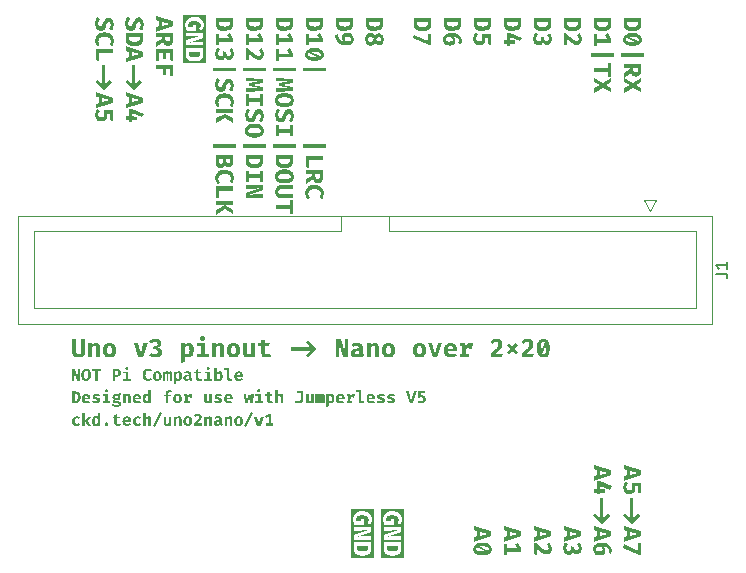
<source format=gbr>
%TF.GenerationSoftware,KiCad,Pcbnew,9.0.7*%
%TF.CreationDate,2026-01-06T14:06:23-08:00*%
%TF.ProjectId,uno2pi,756e6f32-7069-42e6-9b69-6361645f7063,rev?*%
%TF.SameCoordinates,Original*%
%TF.FileFunction,Legend,Top*%
%TF.FilePolarity,Positive*%
%FSLAX46Y46*%
G04 Gerber Fmt 4.6, Leading zero omitted, Abs format (unit mm)*
G04 Created by KiCad (PCBNEW 9.0.7) date 2026-01-06 14:06:23*
%MOMM*%
%LPD*%
G01*
G04 APERTURE LIST*
%ADD10C,0.300000*%
%ADD11C,0.200000*%
%ADD12C,0.304800*%
%ADD13C,0.150000*%
%ADD14C,0.120000*%
G04 APERTURE END LIST*
D10*
G36*
X181718159Y-102520713D02*
G01*
X181710665Y-102662375D01*
X181688484Y-102798050D01*
X181663013Y-102884956D01*
X181626795Y-102964711D01*
X181579673Y-103038202D01*
X181521419Y-103102429D01*
X181447580Y-103158600D01*
X181355733Y-103206730D01*
X181257125Y-103239579D01*
X181133397Y-103261262D01*
X180979386Y-103269195D01*
X180828249Y-103261674D01*
X180704798Y-103240974D01*
X180604595Y-103209386D01*
X180510566Y-103163131D01*
X180434741Y-103109082D01*
X180374610Y-103047361D01*
X180325224Y-102976228D01*
X180286723Y-102899134D01*
X180258839Y-102815269D01*
X180233907Y-102683780D01*
X180227082Y-102572370D01*
X180480764Y-102572370D01*
X180485725Y-102636569D01*
X180500032Y-102693592D01*
X180523262Y-102744653D01*
X180556921Y-102788559D01*
X180606129Y-102827363D01*
X180674571Y-102860973D01*
X180748569Y-102882602D01*
X180848124Y-102897432D01*
X180979386Y-102903014D01*
X181114390Y-102897100D01*
X181213404Y-102881616D01*
X181284109Y-102859416D01*
X181348686Y-102824846D01*
X181394318Y-102785373D01*
X181424610Y-102740898D01*
X181452234Y-102662542D01*
X181461796Y-102572370D01*
X181461796Y-102496991D01*
X180480764Y-102496991D01*
X180480764Y-102572370D01*
X180227082Y-102572370D01*
X180225500Y-102546541D01*
X180225500Y-102143815D01*
X181718159Y-102143815D01*
X181718159Y-102520713D01*
G37*
G36*
X180482870Y-104509613D02*
G01*
X180225500Y-104509613D01*
X180225500Y-103539297D01*
X180482870Y-103539297D01*
X180482870Y-103899067D01*
X181383211Y-103899067D01*
X181191510Y-103592053D01*
X181425159Y-103447797D01*
X181718159Y-103929200D01*
X181718159Y-104230718D01*
X180482870Y-104230718D01*
X180482870Y-104509613D01*
G37*
G36*
X181970126Y-105417280D02*
G01*
X179999361Y-105417280D01*
X179999361Y-105100741D01*
X181970126Y-105100741D01*
X181970126Y-105417280D01*
G37*
G36*
X181447782Y-106725659D02*
G01*
X180225500Y-106725659D01*
X180225500Y-106372392D01*
X181447782Y-106372392D01*
X181447782Y-105953454D01*
X181718159Y-105953454D01*
X181718159Y-107161815D01*
X181447782Y-107125179D01*
X181447782Y-106725659D01*
G37*
G36*
X181718159Y-107237011D02*
G01*
X181718159Y-107617114D01*
X181238863Y-107842245D01*
X181718159Y-108072688D01*
X181718159Y-108445281D01*
X181033150Y-108048966D01*
X180225500Y-108481917D01*
X180225500Y-108101723D01*
X180795196Y-107837940D01*
X180225500Y-107578371D01*
X180225500Y-107203581D01*
X181018129Y-107627922D01*
X181718159Y-107237011D01*
G37*
G36*
X162414159Y-102495313D02*
G01*
X162406665Y-102636975D01*
X162384484Y-102772650D01*
X162359013Y-102859556D01*
X162322795Y-102939311D01*
X162275673Y-103012802D01*
X162217419Y-103077029D01*
X162143580Y-103133200D01*
X162051733Y-103181330D01*
X161953125Y-103214179D01*
X161829397Y-103235862D01*
X161675386Y-103243795D01*
X161524249Y-103236274D01*
X161400798Y-103215574D01*
X161300595Y-103183986D01*
X161206566Y-103137731D01*
X161130741Y-103083682D01*
X161070610Y-103021961D01*
X161021224Y-102950828D01*
X160982723Y-102873734D01*
X160954839Y-102789869D01*
X160929907Y-102658380D01*
X160923082Y-102546970D01*
X161176764Y-102546970D01*
X161181725Y-102611169D01*
X161196032Y-102668192D01*
X161219262Y-102719253D01*
X161252921Y-102763159D01*
X161302129Y-102801963D01*
X161370571Y-102835573D01*
X161444569Y-102857202D01*
X161544124Y-102872032D01*
X161675386Y-102877614D01*
X161810390Y-102871700D01*
X161909404Y-102856216D01*
X161980109Y-102834016D01*
X162044686Y-102799446D01*
X162090318Y-102759973D01*
X162120610Y-102715498D01*
X162148234Y-102637142D01*
X162157796Y-102546970D01*
X162157796Y-102471591D01*
X161176764Y-102471591D01*
X161176764Y-102546970D01*
X160923082Y-102546970D01*
X160921500Y-102521141D01*
X160921500Y-102118415D01*
X162414159Y-102118415D01*
X162414159Y-102495313D01*
G37*
G36*
X161400661Y-103397461D02*
G01*
X161474293Y-103422190D01*
X161540747Y-103463247D01*
X161598444Y-103517377D01*
X161648298Y-103583626D01*
X161690407Y-103663648D01*
X161743051Y-103590144D01*
X161792657Y-103536157D01*
X161839608Y-103498235D01*
X161892586Y-103470959D01*
X161958169Y-103453452D01*
X162039368Y-103447127D01*
X162121951Y-103454753D01*
X162194507Y-103476763D01*
X162259004Y-103512798D01*
X162315502Y-103561258D01*
X162362945Y-103620224D01*
X162401703Y-103691034D01*
X162429043Y-103767570D01*
X162445951Y-103852043D01*
X162451803Y-103945749D01*
X162446136Y-104041785D01*
X162429897Y-104126926D01*
X162403901Y-104202662D01*
X162366565Y-104272892D01*
X162321073Y-104330509D01*
X162267155Y-104377051D01*
X162205276Y-104411635D01*
X162135713Y-104432751D01*
X162056588Y-104440066D01*
X161988787Y-104433565D01*
X161929392Y-104414800D01*
X161876703Y-104384012D01*
X161830449Y-104342958D01*
X161782757Y-104285609D01*
X161733454Y-104208524D01*
X161677025Y-104304520D01*
X161617601Y-104376587D01*
X161555218Y-104428708D01*
X161484078Y-104467348D01*
X161408316Y-104490412D01*
X161326424Y-104498226D01*
X161251384Y-104491256D01*
X161179784Y-104470441D01*
X161110452Y-104435211D01*
X161048984Y-104387700D01*
X160994687Y-104325941D01*
X160947328Y-104247816D01*
X160913972Y-104162633D01*
X160892547Y-104060203D01*
X160885401Y-103945749D01*
X161128312Y-103945749D01*
X161135900Y-104017164D01*
X161156325Y-104069412D01*
X161188030Y-104107315D01*
X161230208Y-104135442D01*
X161276622Y-104152228D01*
X161328622Y-104157965D01*
X161398230Y-104149958D01*
X161449156Y-104128290D01*
X161491068Y-104091986D01*
X161529389Y-104036241D01*
X161552094Y-103988888D01*
X161816436Y-103988888D01*
X161872936Y-104053354D01*
X161922498Y-104088997D01*
X161976838Y-104109091D01*
X162037170Y-104115925D01*
X162088774Y-104110865D01*
X162131982Y-104096517D01*
X162168512Y-104073335D01*
X162196452Y-104041584D01*
X162213923Y-104000088D01*
X162220261Y-103945749D01*
X162214663Y-103892324D01*
X162199146Y-103850284D01*
X162174465Y-103817063D01*
X162141169Y-103792668D01*
X162097220Y-103777015D01*
X162039368Y-103771268D01*
X161989152Y-103777339D01*
X161946449Y-103794849D01*
X161909492Y-103824024D01*
X161863692Y-103886396D01*
X161816436Y-103988888D01*
X161552094Y-103988888D01*
X161561921Y-103968392D01*
X161598907Y-103872568D01*
X161550994Y-103813394D01*
X161492203Y-103768062D01*
X161423083Y-103739427D01*
X161338239Y-103729319D01*
X161278633Y-103735725D01*
X161228910Y-103753940D01*
X161186930Y-103783633D01*
X161155574Y-103823630D01*
X161135616Y-103876351D01*
X161128312Y-103945749D01*
X160885401Y-103945749D01*
X160884863Y-103937139D01*
X160892269Y-103816880D01*
X160912937Y-103716535D01*
X160945130Y-103632874D01*
X160991082Y-103556194D01*
X161043973Y-103495885D01*
X161104040Y-103449783D01*
X161171844Y-103415899D01*
X161242711Y-103395750D01*
X161317814Y-103388967D01*
X161400661Y-103397461D01*
G37*
G36*
X181718159Y-140438344D02*
G01*
X181718159Y-140866899D01*
X180225500Y-141323572D01*
X180225500Y-140945576D01*
X180547534Y-140866899D01*
X180547534Y-140808739D01*
X180803806Y-140808739D01*
X181463994Y-140647264D01*
X180803806Y-140485697D01*
X180803806Y-140808739D01*
X180547534Y-140808739D01*
X180547534Y-140429735D01*
X180225500Y-140351058D01*
X180225500Y-139981671D01*
X181718159Y-140438344D01*
G37*
G36*
X181153775Y-142338951D02*
G01*
X180794097Y-142338951D01*
X180794097Y-142488611D01*
X180538924Y-142488611D01*
X180538924Y-142338951D01*
X180225500Y-142338951D01*
X180225500Y-142012612D01*
X180538924Y-142010505D01*
X180538924Y-141392265D01*
X180765062Y-141392265D01*
X181755803Y-141806898D01*
X181649191Y-142096601D01*
X180794097Y-141743426D01*
X180794097Y-142011513D01*
X181153775Y-142051355D01*
X181153775Y-142338951D01*
G37*
G36*
X180760758Y-142821178D02*
G01*
X181038553Y-142821178D01*
X181038553Y-143901403D01*
X180760758Y-143901403D01*
X180760758Y-142821178D01*
G37*
G36*
X181623362Y-144307243D02*
G01*
X180899610Y-144958730D01*
X180175949Y-144307243D01*
X180367649Y-144084310D01*
X180531322Y-144235069D01*
X180660008Y-144362655D01*
X180714236Y-144426640D01*
X180760758Y-144493539D01*
X180760758Y-143857073D01*
X181038553Y-143857073D01*
X181038553Y-144493539D01*
X181085075Y-144426640D01*
X181139304Y-144362655D01*
X181267989Y-144235069D01*
X181431662Y-144084310D01*
X181623362Y-144307243D01*
G37*
G36*
X181718159Y-145602615D02*
G01*
X181718159Y-146031170D01*
X180225500Y-146487843D01*
X180225500Y-146109847D01*
X180547534Y-146031170D01*
X180547534Y-145973010D01*
X180803806Y-145973010D01*
X181463994Y-145811534D01*
X180803806Y-145649968D01*
X180803806Y-145973010D01*
X180547534Y-145973010D01*
X180547534Y-145594006D01*
X180225500Y-145515329D01*
X180225500Y-145145942D01*
X181718159Y-145602615D01*
G37*
G36*
X181067375Y-146577709D02*
G01*
X181214783Y-146604206D01*
X181345475Y-146646479D01*
X181467493Y-146707703D01*
X181567025Y-146781951D01*
X181646993Y-146869411D01*
X181694050Y-146944323D01*
X181727873Y-147026118D01*
X181748640Y-147116037D01*
X181755803Y-147215626D01*
X181749102Y-147311971D01*
X181729974Y-147396060D01*
X181699090Y-147473628D01*
X181659999Y-147539766D01*
X181453186Y-147410623D01*
X181480365Y-147365790D01*
X181498982Y-147318482D01*
X181509971Y-147269445D01*
X181513545Y-147222128D01*
X181506866Y-147164228D01*
X181487168Y-147111791D01*
X181453815Y-147063326D01*
X181404734Y-147017972D01*
X181327851Y-146973541D01*
X181225298Y-146940901D01*
X181090302Y-146922717D01*
X181151458Y-146994353D01*
X181193068Y-147072927D01*
X181217968Y-147156694D01*
X181225949Y-147236142D01*
X181219411Y-147312061D01*
X181200210Y-147381984D01*
X181168338Y-147447168D01*
X181124835Y-147505214D01*
X181069370Y-147555339D01*
X181000360Y-147597927D01*
X180924784Y-147628069D01*
X180836036Y-147647192D01*
X180731632Y-147653980D01*
X180633477Y-147646595D01*
X180542919Y-147624963D01*
X180458599Y-147589317D01*
X180381836Y-147540112D01*
X180316650Y-147479226D01*
X180262044Y-147405677D01*
X180222124Y-147323516D01*
X180197459Y-147230439D01*
X180189211Y-147128431D01*
X180432312Y-147128431D01*
X180441698Y-147187475D01*
X180468439Y-147233201D01*
X180514103Y-147268932D01*
X180570353Y-147293064D01*
X180635822Y-147308260D01*
X180712306Y-147313628D01*
X180814463Y-147307477D01*
X180883462Y-147291865D01*
X180928186Y-147270031D01*
X180963318Y-147236915D01*
X180984010Y-147196950D01*
X180991201Y-147147848D01*
X180984405Y-147087945D01*
X180964022Y-147031253D01*
X180929019Y-146976463D01*
X180877078Y-146922717D01*
X180726547Y-146930725D01*
X180618169Y-146947479D01*
X180542679Y-146970070D01*
X180493054Y-146997566D01*
X180459580Y-147032246D01*
X180439421Y-147075004D01*
X180432312Y-147128431D01*
X180189211Y-147128431D01*
X180188863Y-147124126D01*
X180195639Y-147026349D01*
X180214846Y-146942366D01*
X180245375Y-146869961D01*
X180287915Y-146803736D01*
X180339425Y-146746557D01*
X180400530Y-146697678D01*
X180505131Y-146640435D01*
X180627767Y-146599676D01*
X180758915Y-146576416D01*
X180900709Y-146568443D01*
X181067375Y-146577709D01*
G37*
G36*
X174098159Y-145602615D02*
G01*
X174098159Y-146031170D01*
X172605500Y-146487843D01*
X172605500Y-146109847D01*
X172927534Y-146031170D01*
X172927534Y-145973010D01*
X173183806Y-145973010D01*
X173843994Y-145811535D01*
X173183806Y-145649968D01*
X173183806Y-145973010D01*
X172927534Y-145973010D01*
X172927534Y-145594006D01*
X172605500Y-145515329D01*
X172605500Y-145145942D01*
X174098159Y-145602615D01*
G37*
G36*
X172862870Y-147647478D02*
G01*
X172605500Y-147647478D01*
X172605500Y-146677162D01*
X172862870Y-146677162D01*
X172862870Y-147036932D01*
X173763211Y-147036932D01*
X173571510Y-146729918D01*
X173805159Y-146585662D01*
X174098159Y-147067065D01*
X174098159Y-147368583D01*
X172862870Y-147368583D01*
X172862870Y-147647478D01*
G37*
G36*
X166478159Y-102520713D02*
G01*
X166470665Y-102662375D01*
X166448484Y-102798050D01*
X166423013Y-102884956D01*
X166386795Y-102964711D01*
X166339673Y-103038202D01*
X166281419Y-103102429D01*
X166207580Y-103158600D01*
X166115733Y-103206730D01*
X166017125Y-103239579D01*
X165893397Y-103261262D01*
X165739386Y-103269195D01*
X165588249Y-103261674D01*
X165464798Y-103240974D01*
X165364595Y-103209386D01*
X165270566Y-103163131D01*
X165194741Y-103109082D01*
X165134610Y-103047361D01*
X165085224Y-102976228D01*
X165046723Y-102899134D01*
X165018839Y-102815269D01*
X164993907Y-102683780D01*
X164987082Y-102572370D01*
X165240764Y-102572370D01*
X165245725Y-102636569D01*
X165260032Y-102693592D01*
X165283262Y-102744653D01*
X165316921Y-102788559D01*
X165366129Y-102827363D01*
X165434571Y-102860973D01*
X165508569Y-102882602D01*
X165608124Y-102897432D01*
X165739386Y-102903014D01*
X165874390Y-102897100D01*
X165973404Y-102881616D01*
X166044109Y-102859416D01*
X166108686Y-102824846D01*
X166154318Y-102785373D01*
X166184610Y-102740898D01*
X166212234Y-102662542D01*
X166221796Y-102572370D01*
X166221796Y-102496991D01*
X165240764Y-102496991D01*
X165240764Y-102572370D01*
X164987082Y-102572370D01*
X164985500Y-102546541D01*
X164985500Y-102143815D01*
X166478159Y-102143815D01*
X166478159Y-102520713D01*
G37*
G36*
X164951061Y-103891465D02*
G01*
X165051170Y-103568423D01*
X166221796Y-104125205D01*
X166221796Y-103469321D01*
X166478159Y-103469321D01*
X166478159Y-104469771D01*
X166247624Y-104469771D01*
X164951061Y-103891465D01*
G37*
G36*
X176638159Y-145602615D02*
G01*
X176638159Y-146031170D01*
X175145500Y-146487843D01*
X175145500Y-146109847D01*
X175467534Y-146031170D01*
X175467534Y-145973010D01*
X175723806Y-145973010D01*
X176383994Y-145811535D01*
X175723806Y-145649968D01*
X175723806Y-145973010D01*
X175467534Y-145973010D01*
X175467534Y-145594006D01*
X175145500Y-145515329D01*
X175145500Y-145145942D01*
X176638159Y-145602615D01*
G37*
G36*
X176675803Y-147055158D02*
G01*
X176668551Y-147167432D01*
X176648266Y-147261378D01*
X176616544Y-147340006D01*
X176571648Y-147411736D01*
X176519529Y-147468586D01*
X176459831Y-147512381D01*
X176392925Y-147544419D01*
X176322767Y-147563540D01*
X176248256Y-147569992D01*
X176158883Y-147562329D01*
X176071027Y-147539217D01*
X175985044Y-147500400D01*
X175888028Y-147438558D01*
X175790933Y-147361054D01*
X175674255Y-147252812D01*
X175553665Y-147129138D01*
X175405069Y-146966864D01*
X175405069Y-147604430D01*
X175145500Y-147567793D01*
X175145500Y-146575954D01*
X175386750Y-146575954D01*
X175692573Y-146884524D01*
X175817458Y-147001454D01*
X175913857Y-147083735D01*
X176006255Y-147150831D01*
X176079179Y-147190896D01*
X176151471Y-147215483D01*
X176218122Y-147223228D01*
X176276325Y-147216944D01*
X176323240Y-147199320D01*
X176361371Y-147170929D01*
X176389768Y-147132988D01*
X176407659Y-147084667D01*
X176414127Y-147022918D01*
X176404863Y-146941926D01*
X176378590Y-146875365D01*
X176334370Y-146816462D01*
X176263368Y-146754740D01*
X176420539Y-146545820D01*
X176493175Y-146606406D01*
X176554856Y-146675109D01*
X176606285Y-146752541D01*
X176643705Y-146837122D01*
X176667390Y-146936962D01*
X176675803Y-147055158D01*
G37*
D11*
G36*
X136386583Y-133764689D02*
G01*
X136477033Y-133779477D01*
X136534971Y-133796457D01*
X136588141Y-133820603D01*
X136637135Y-133852017D01*
X136679952Y-133890853D01*
X136717400Y-133940079D01*
X136749486Y-134001310D01*
X136771386Y-134067049D01*
X136785841Y-134149535D01*
X136791130Y-134252209D01*
X136786116Y-134352967D01*
X136772316Y-134435267D01*
X136751257Y-134502069D01*
X136720420Y-134564755D01*
X136684388Y-134615305D01*
X136643241Y-134655393D01*
X136595818Y-134688316D01*
X136544423Y-134713984D01*
X136488513Y-134732573D01*
X136400853Y-134749194D01*
X136309361Y-134754800D01*
X136040877Y-134754800D01*
X136040877Y-134584623D01*
X136276327Y-134584623D01*
X136326580Y-134584623D01*
X136369379Y-134581316D01*
X136407394Y-134571778D01*
X136441435Y-134556291D01*
X136470706Y-134533852D01*
X136496575Y-134501047D01*
X136518982Y-134455419D01*
X136533401Y-134406086D01*
X136543288Y-134339717D01*
X136547009Y-134252209D01*
X136543067Y-134162206D01*
X136532744Y-134096196D01*
X136517944Y-134049060D01*
X136494897Y-134006008D01*
X136468582Y-133975587D01*
X136438932Y-133955393D01*
X136386694Y-133936976D01*
X136326580Y-133930602D01*
X136276327Y-133930602D01*
X136276327Y-134584623D01*
X136040877Y-134584623D01*
X136040877Y-133759693D01*
X136292142Y-133759693D01*
X136386583Y-133764689D01*
G37*
G36*
X137336373Y-133972737D02*
G01*
X137398945Y-133988489D01*
X137454066Y-134013889D01*
X137503150Y-134049282D01*
X137544374Y-134093683D01*
X137578263Y-134148161D01*
X137602079Y-134208078D01*
X137617104Y-134277606D01*
X137622410Y-134358515D01*
X137621311Y-134400159D01*
X137618075Y-134439604D01*
X137124155Y-134439604D01*
X137137242Y-134499661D01*
X137157912Y-134543001D01*
X137185154Y-134573510D01*
X137220122Y-134595735D01*
X137260348Y-134609319D01*
X137307215Y-134614055D01*
X137358781Y-134609737D01*
X137408392Y-134596835D01*
X137456149Y-134576840D01*
X137502487Y-134550918D01*
X137593651Y-134674383D01*
X137535368Y-134715533D01*
X137463347Y-134749793D01*
X137411588Y-134765774D01*
X137353848Y-134775750D01*
X137289263Y-134779224D01*
X137203452Y-134772924D01*
X137131247Y-134755203D01*
X137070299Y-134727200D01*
X137016065Y-134687926D01*
X136972086Y-134640457D01*
X136937492Y-134583952D01*
X136913235Y-134521693D01*
X136898201Y-134452222D01*
X136892979Y-134374269D01*
X136897733Y-134303194D01*
X137121285Y-134303194D01*
X137401248Y-134303194D01*
X137396897Y-134248388D01*
X137385794Y-134204571D01*
X137368947Y-134169655D01*
X137344145Y-134142332D01*
X137310457Y-134125515D01*
X137264839Y-134119402D01*
X137226195Y-134124441D01*
X137193920Y-134138944D01*
X137166470Y-134163243D01*
X137146503Y-134194711D01*
X137130964Y-134239938D01*
X137121285Y-134303194D01*
X136897733Y-134303194D01*
X136897940Y-134300097D01*
X136912398Y-134232083D01*
X136936027Y-134169288D01*
X136969439Y-134111579D01*
X137011255Y-134062826D01*
X137062056Y-134022132D01*
X137119651Y-133992329D01*
X137186556Y-133973768D01*
X137264839Y-133967238D01*
X137336373Y-133972737D01*
G37*
G36*
X138093982Y-134616924D02*
G01*
X138147439Y-134612006D01*
X138185512Y-134599034D01*
X138205276Y-134584625D01*
X138216482Y-134567034D01*
X138220317Y-134545178D01*
X138216796Y-134522392D01*
X138206700Y-134504267D01*
X138189063Y-134489488D01*
X138154310Y-134472638D01*
X138039394Y-134436734D01*
X137971125Y-134414282D01*
X137914865Y-134387351D01*
X137868912Y-134356378D01*
X137840757Y-134327871D01*
X137820459Y-134293624D01*
X137807736Y-134252465D01*
X137803211Y-134202689D01*
X137808543Y-134153864D01*
X137824143Y-134110233D01*
X137850269Y-134070543D01*
X137888269Y-134034039D01*
X137931915Y-134006599D01*
X137985940Y-133985726D01*
X138052496Y-133972155D01*
X138134160Y-133967238D01*
X138201861Y-133970402D01*
X138260717Y-133979354D01*
X138311847Y-133993433D01*
X138383811Y-134023794D01*
X138442883Y-134059806D01*
X138352452Y-134193346D01*
X138303437Y-134166955D01*
X138250481Y-134146330D01*
X138195523Y-134133103D01*
X138140633Y-134128744D01*
X138085378Y-134133951D01*
X138053599Y-134146559D01*
X138037023Y-134164131D01*
X138031517Y-134187607D01*
X138034996Y-134205626D01*
X138045500Y-134221007D01*
X138063211Y-134233783D01*
X138098256Y-134249705D01*
X138211707Y-134285975D01*
X138282804Y-134309133D01*
X138340545Y-134334091D01*
X138389910Y-134366488D01*
X138425664Y-134406998D01*
X138441736Y-134438749D01*
X138452082Y-134478211D01*
X138455828Y-134527226D01*
X138450068Y-134580872D01*
X138433508Y-134626866D01*
X138406247Y-134666872D01*
X138370492Y-134700635D01*
X138327099Y-134728771D01*
X138274905Y-134751258D01*
X138190475Y-134772021D01*
X138095448Y-134779224D01*
X138022208Y-134775465D01*
X137957453Y-134764731D01*
X137900114Y-134747655D01*
X137820483Y-134710300D01*
X137755828Y-134664308D01*
X137870011Y-134536569D01*
X137917006Y-134567863D01*
X137970884Y-134593966D01*
X138029143Y-134611054D01*
X138093982Y-134616924D01*
G37*
G36*
X138977653Y-133593181D02*
G01*
X139015393Y-133597466D01*
X139046992Y-133609704D01*
X139073823Y-133629817D01*
X139094559Y-133656160D01*
X139106929Y-133686159D01*
X139111193Y-133720981D01*
X139106940Y-133755775D01*
X139094578Y-133785906D01*
X139073823Y-133812511D01*
X139046970Y-133832804D01*
X139015372Y-133845137D01*
X138977653Y-133849452D01*
X138939434Y-133845127D01*
X138907477Y-133832782D01*
X138880383Y-133812511D01*
X138859446Y-133785884D01*
X138846991Y-133755754D01*
X138842709Y-133720981D01*
X138847001Y-133686180D01*
X138859465Y-133656182D01*
X138880383Y-133629817D01*
X138907455Y-133609725D01*
X138939413Y-133597475D01*
X138977653Y-133593181D01*
G37*
G36*
X139114795Y-133992334D02*
G01*
X139114795Y-134599705D01*
X139308663Y-134599705D01*
X139308663Y-134754800D01*
X138671800Y-134754800D01*
X138671800Y-134599705D01*
X138887955Y-134599705D01*
X138887955Y-134147429D01*
X138679005Y-134147429D01*
X138679005Y-133992334D01*
X139114795Y-133992334D01*
G37*
G36*
X140239717Y-134036848D02*
G01*
X140197529Y-134050162D01*
X140145683Y-134059868D01*
X140089623Y-134065093D01*
X140020020Y-134067012D01*
X140066098Y-134090403D01*
X140102071Y-134115929D01*
X140129502Y-134143460D01*
X140149863Y-134175783D01*
X140162625Y-134215037D01*
X140167176Y-134263017D01*
X140162678Y-134311084D01*
X140149517Y-134354687D01*
X140127670Y-134394786D01*
X140098334Y-134429919D01*
X140061368Y-134460138D01*
X140015685Y-134485583D01*
X139966309Y-134503415D01*
X139909535Y-134514657D01*
X139844104Y-134518617D01*
X139797642Y-134516396D01*
X139755810Y-134510007D01*
X139745036Y-134517866D01*
X139737126Y-134528631D01*
X139730715Y-134553788D01*
X139734265Y-134570554D01*
X139745430Y-134586089D01*
X139765712Y-134595844D01*
X139814673Y-134600438D01*
X139939603Y-134600438D01*
X139998430Y-134603893D01*
X140049385Y-134613691D01*
X140093598Y-134629198D01*
X140134691Y-134651298D01*
X140167982Y-134677351D01*
X140194471Y-134707416D01*
X140214357Y-134741894D01*
X140226297Y-134779416D01*
X140230374Y-134820867D01*
X140223878Y-134876582D01*
X140205039Y-134924865D01*
X140173591Y-134967471D01*
X140127670Y-135005332D01*
X140076013Y-135032477D01*
X140010095Y-135053666D01*
X139926819Y-135067712D01*
X139822611Y-135072865D01*
X139724408Y-135068884D01*
X139650488Y-135058348D01*
X139596076Y-135043067D01*
X139545731Y-135018952D01*
X139509534Y-134990677D01*
X139484762Y-134958315D01*
X139467807Y-134920557D01*
X139457254Y-134877475D01*
X139453560Y-134828011D01*
X139654572Y-134828011D01*
X139658126Y-134859052D01*
X139667822Y-134882233D01*
X139685738Y-134899696D01*
X139718808Y-134913435D01*
X139760803Y-134920579D01*
X139828351Y-134923510D01*
X139896501Y-134920173D01*
X139938870Y-134912031D01*
X139972638Y-134897433D01*
X139990955Y-134880768D01*
X140001434Y-134859898D01*
X140004938Y-134836621D01*
X139998300Y-134806141D01*
X139978377Y-134782094D01*
X139947040Y-134767244D01*
X139894357Y-134761272D01*
X139773030Y-134761272D01*
X139691547Y-134755146D01*
X139633704Y-134739145D01*
X139593572Y-134715721D01*
X139561551Y-134682338D01*
X139543529Y-134647215D01*
X139537579Y-134609048D01*
X139543168Y-134567969D01*
X139560172Y-134528631D01*
X139587006Y-134493999D01*
X139623736Y-134464761D01*
X139577389Y-134435784D01*
X139543117Y-134405292D01*
X139518895Y-134373231D01*
X139501754Y-134336791D01*
X139491073Y-134294911D01*
X139487327Y-134246469D01*
X139487588Y-134243599D01*
X139717037Y-134243599D01*
X139721057Y-134284526D01*
X139732077Y-134316144D01*
X139749338Y-134340564D01*
X139772747Y-134359078D01*
X139800563Y-134370325D01*
X139834090Y-134374269D01*
X139876814Y-134368674D01*
X139907811Y-134353422D01*
X139930151Y-134328852D01*
X139944796Y-134292726D01*
X139950350Y-134240729D01*
X139944963Y-134192735D01*
X139930653Y-134159051D01*
X139908544Y-134135822D01*
X139877432Y-134121206D01*
X139834090Y-134115799D01*
X139799675Y-134119837D01*
X139771668Y-134131259D01*
X139748605Y-134149932D01*
X139731603Y-134174413D01*
X139720893Y-134205061D01*
X139717037Y-134243599D01*
X139487588Y-134243599D01*
X139492433Y-134190428D01*
X139507128Y-134141466D01*
X139531107Y-134098214D01*
X139563481Y-134060473D01*
X139603457Y-134028605D01*
X139652068Y-134002409D01*
X139704529Y-133984034D01*
X139762970Y-133972612D01*
X139828351Y-133968643D01*
X139910956Y-133966205D01*
X139976911Y-133956858D01*
X140037980Y-133940685D01*
X140090362Y-133920222D01*
X140186594Y-133870274D01*
X140239717Y-134036848D01*
G37*
G36*
X140370264Y-134754800D02*
G01*
X140370264Y-133992334D01*
X140568406Y-133992334D01*
X140584221Y-134080628D01*
X140637959Y-134029550D01*
X140691932Y-133995265D01*
X140751508Y-133974483D01*
X140821137Y-133967238D01*
X140883668Y-133974361D01*
X140933949Y-133994378D01*
X140974765Y-134026834D01*
X141004772Y-134069756D01*
X141023838Y-134124607D01*
X141030758Y-134194812D01*
X141030758Y-134754800D01*
X140803918Y-134754800D01*
X140803918Y-134260147D01*
X140799194Y-134195372D01*
X140788469Y-134162144D01*
X140775868Y-134147303D01*
X140757353Y-134137967D01*
X140730706Y-134134484D01*
X140696072Y-134140085D01*
X140662135Y-134157504D01*
X140630691Y-134183843D01*
X140597166Y-134221373D01*
X140597166Y-134754800D01*
X140370264Y-134754800D01*
G37*
G36*
X141639932Y-133972737D02*
G01*
X141702504Y-133988489D01*
X141757625Y-134013889D01*
X141806709Y-134049282D01*
X141847933Y-134093683D01*
X141881822Y-134148161D01*
X141905638Y-134208078D01*
X141920663Y-134277606D01*
X141925969Y-134358515D01*
X141924870Y-134400159D01*
X141921634Y-134439604D01*
X141427714Y-134439604D01*
X141440801Y-134499661D01*
X141461471Y-134543001D01*
X141488713Y-134573510D01*
X141523681Y-134595735D01*
X141563907Y-134609319D01*
X141610774Y-134614055D01*
X141662340Y-134609737D01*
X141711951Y-134596835D01*
X141759708Y-134576840D01*
X141806046Y-134550918D01*
X141897210Y-134674383D01*
X141838927Y-134715533D01*
X141766906Y-134749793D01*
X141715147Y-134765774D01*
X141657407Y-134775750D01*
X141592822Y-134779224D01*
X141507011Y-134772924D01*
X141434806Y-134755203D01*
X141373858Y-134727200D01*
X141319624Y-134687926D01*
X141275645Y-134640457D01*
X141241051Y-134583952D01*
X141216793Y-134521693D01*
X141201760Y-134452222D01*
X141196538Y-134374269D01*
X141201292Y-134303194D01*
X141424844Y-134303194D01*
X141704807Y-134303194D01*
X141700456Y-134248388D01*
X141689353Y-134204571D01*
X141672506Y-134169655D01*
X141647704Y-134142332D01*
X141614016Y-134125515D01*
X141568398Y-134119402D01*
X141529754Y-134124441D01*
X141497479Y-134138944D01*
X141470029Y-134163243D01*
X141450062Y-134194711D01*
X141434523Y-134239938D01*
X141424844Y-134303194D01*
X141201292Y-134303194D01*
X141201499Y-134300097D01*
X141215957Y-134232083D01*
X141239586Y-134169288D01*
X141272998Y-134111579D01*
X141314813Y-134062826D01*
X141365615Y-134022132D01*
X141423210Y-133992329D01*
X141490115Y-133973768D01*
X141568398Y-133967238D01*
X141639932Y-133972737D01*
G37*
G36*
X142752182Y-133689351D02*
G01*
X142752182Y-134754800D01*
X142551170Y-134754800D01*
X142539690Y-134670780D01*
X142503514Y-134711604D01*
X142455671Y-134747289D01*
X142419471Y-134764598D01*
X142377517Y-134775416D01*
X142328604Y-134779224D01*
X142267244Y-134773185D01*
X142215620Y-134756025D01*
X142171739Y-134728238D01*
X142134805Y-134690934D01*
X142103897Y-134643985D01*
X142079109Y-134585722D01*
X142062736Y-134523973D01*
X142052320Y-134452969D01*
X142048706Y-134372865D01*
X142282686Y-134372865D01*
X142287020Y-134461623D01*
X142297768Y-134518983D01*
X142317038Y-134565462D01*
X142339411Y-134591828D01*
X142367864Y-134607418D01*
X142400411Y-134612650D01*
X142436614Y-134606771D01*
X142469654Y-134588959D01*
X142498523Y-134561752D01*
X142525341Y-134524356D01*
X142525341Y-134195544D01*
X142500325Y-134168751D01*
X142475088Y-134149566D01*
X142446828Y-134137323D01*
X142413356Y-134133079D01*
X142377061Y-134139118D01*
X142345974Y-134157046D01*
X142318590Y-134188706D01*
X142300529Y-134227875D01*
X142287703Y-134286961D01*
X142282686Y-134372865D01*
X142048706Y-134372865D01*
X142048640Y-134371399D01*
X142052966Y-134293569D01*
X142065369Y-134224312D01*
X142085216Y-134162511D01*
X142113946Y-134104733D01*
X142148865Y-134057434D01*
X142190057Y-134019262D01*
X142237808Y-133990627D01*
X142291377Y-133973244D01*
X142352295Y-133967238D01*
X142402372Y-133971775D01*
X142447265Y-133984969D01*
X142488009Y-134006712D01*
X142525341Y-134037580D01*
X142525341Y-133665660D01*
X142752182Y-133689351D01*
G37*
G36*
X144298422Y-133665660D02*
G01*
X144379222Y-133669205D01*
X144445578Y-133678971D01*
X144507403Y-133694699D01*
X144559762Y-133713775D01*
X144497297Y-133861664D01*
X144457298Y-133848657D01*
X144416208Y-133839805D01*
X144333654Y-133832966D01*
X144289026Y-133836296D01*
X144258011Y-133844911D01*
X144237056Y-133857390D01*
X144221758Y-133875728D01*
X144211755Y-133901843D01*
X144207991Y-133938479D01*
X144207991Y-134040450D01*
X144456386Y-134040450D01*
X144431290Y-134197682D01*
X144207991Y-134197682D01*
X144207991Y-134754800D01*
X143982555Y-134754800D01*
X143982555Y-134197682D01*
X143822454Y-134197682D01*
X143822454Y-134040450D01*
X143982555Y-134040450D01*
X143982555Y-133929869D01*
X143986672Y-133880648D01*
X143998680Y-133835953D01*
X144018459Y-133794925D01*
X144045683Y-133758534D01*
X144080735Y-133727145D01*
X144124704Y-133700525D01*
X144172837Y-133681861D01*
X144230157Y-133669924D01*
X144298422Y-133665660D01*
G37*
G36*
X145081216Y-133973231D02*
G01*
X145147341Y-133990257D01*
X145204380Y-134017491D01*
X145254924Y-134055330D01*
X145296843Y-134102003D01*
X145330715Y-134158542D01*
X145354480Y-134220520D01*
X145369349Y-134290978D01*
X145374556Y-134371399D01*
X145367687Y-134466911D01*
X145348405Y-134546984D01*
X145318027Y-134614265D01*
X145276920Y-134670841D01*
X145235836Y-134709033D01*
X145188993Y-134738882D01*
X145135569Y-134760739D01*
X145074410Y-134774422D01*
X145004101Y-134779224D01*
X144933712Y-134774473D01*
X144872513Y-134760941D01*
X144819089Y-134739344D01*
X144772290Y-134709885D01*
X144731281Y-134672245D01*
X144690279Y-134616386D01*
X144659899Y-134549436D01*
X144640556Y-134469191D01*
X144633645Y-134372865D01*
X144867691Y-134372865D01*
X144872327Y-134457409D01*
X144884233Y-134516304D01*
X144901030Y-134555925D01*
X144927332Y-134587443D01*
X144960886Y-134606082D01*
X145004101Y-134612650D01*
X145047275Y-134606084D01*
X145080810Y-134587447D01*
X145107110Y-134555925D01*
X145123908Y-134516277D01*
X145135849Y-134456964D01*
X145140510Y-134371399D01*
X145135900Y-134288868D01*
X145124004Y-134230792D01*
X145107110Y-134191209D01*
X145080810Y-134159687D01*
X145047275Y-134141050D01*
X145004101Y-134134484D01*
X144960917Y-134141084D01*
X144927361Y-134159830D01*
X144901030Y-134191575D01*
X144884172Y-134231393D01*
X144872295Y-134289825D01*
X144867691Y-134372865D01*
X144633645Y-134372865D01*
X144638870Y-134292956D01*
X144653824Y-134222598D01*
X144677792Y-134160373D01*
X144711899Y-134103535D01*
X144754064Y-134056490D01*
X144804860Y-134018224D01*
X144862159Y-133990515D01*
X144927975Y-133973280D01*
X145004101Y-133967238D01*
X145081216Y-133973231D01*
G37*
G36*
X145541740Y-134754800D02*
G01*
X145541740Y-134602575D01*
X145642246Y-134602575D01*
X145642246Y-134143093D01*
X145541740Y-134143093D01*
X145541740Y-133992334D01*
X145815231Y-133992334D01*
X145856875Y-134163915D01*
X145888401Y-134101077D01*
X145923285Y-134053091D01*
X145961350Y-134017491D01*
X146005899Y-133991191D01*
X146057165Y-133975024D01*
X146116810Y-133969376D01*
X146185687Y-133975482D01*
X146242412Y-133992334D01*
X146200097Y-134311132D01*
X146057948Y-134311132D01*
X146057948Y-134170387D01*
X146017421Y-134182896D01*
X145979841Y-134205765D01*
X145944436Y-134240424D01*
X145915079Y-134281279D01*
X145889904Y-134328952D01*
X145869087Y-134384344D01*
X145869087Y-134602575D01*
X146019846Y-134602575D01*
X146019846Y-134754800D01*
X145541740Y-134754800D01*
G37*
G36*
X147482860Y-133992334D02*
G01*
X147482860Y-134514281D01*
X147488898Y-134564160D01*
X147503316Y-134590363D01*
X147526963Y-134605667D01*
X147560346Y-134611185D01*
X147594827Y-134605858D01*
X147630749Y-134588959D01*
X147662785Y-134563005D01*
X147689612Y-134528631D01*
X147689612Y-133992334D01*
X147916452Y-133992334D01*
X147916452Y-134754800D01*
X147718310Y-134754800D01*
X147708296Y-134665773D01*
X147679751Y-134700058D01*
X147645955Y-134728180D01*
X147606325Y-134750525D01*
X147541646Y-134772063D01*
X147474251Y-134779224D01*
X147419277Y-134774650D01*
X147374832Y-134761956D01*
X147338846Y-134742059D01*
X147309814Y-134714988D01*
X147280849Y-134669298D01*
X147262541Y-134612700D01*
X147255959Y-134542308D01*
X147255959Y-133992334D01*
X147482860Y-133992334D01*
G37*
G36*
X148422524Y-134616924D02*
G01*
X148475981Y-134612006D01*
X148514054Y-134599034D01*
X148533817Y-134584625D01*
X148545024Y-134567034D01*
X148548858Y-134545178D01*
X148545338Y-134522392D01*
X148535242Y-134504267D01*
X148517604Y-134489488D01*
X148482852Y-134472638D01*
X148367935Y-134436734D01*
X148299666Y-134414282D01*
X148243407Y-134387351D01*
X148197454Y-134356378D01*
X148169298Y-134327871D01*
X148149001Y-134293624D01*
X148136277Y-134252465D01*
X148131753Y-134202689D01*
X148137084Y-134153864D01*
X148152685Y-134110233D01*
X148178811Y-134070543D01*
X148216810Y-134034039D01*
X148260457Y-134006599D01*
X148314482Y-133985726D01*
X148381038Y-133972155D01*
X148462702Y-133967238D01*
X148530402Y-133970402D01*
X148589258Y-133979354D01*
X148640388Y-133993433D01*
X148712352Y-134023794D01*
X148771425Y-134059806D01*
X148680994Y-134193346D01*
X148631979Y-134166955D01*
X148579022Y-134146330D01*
X148524065Y-134133103D01*
X148469174Y-134128744D01*
X148413920Y-134133951D01*
X148382140Y-134146559D01*
X148365565Y-134164131D01*
X148360059Y-134187607D01*
X148363538Y-134205626D01*
X148374041Y-134221007D01*
X148391752Y-134233783D01*
X148426798Y-134249705D01*
X148540249Y-134285975D01*
X148611346Y-134309133D01*
X148669087Y-134334091D01*
X148718452Y-134366488D01*
X148754205Y-134406998D01*
X148770277Y-134438749D01*
X148780624Y-134478211D01*
X148784369Y-134527226D01*
X148778610Y-134580872D01*
X148762050Y-134626866D01*
X148734788Y-134666872D01*
X148699033Y-134700635D01*
X148655640Y-134728771D01*
X148603447Y-134751258D01*
X148519016Y-134772021D01*
X148423989Y-134779224D01*
X148350749Y-134775465D01*
X148285994Y-134764731D01*
X148228656Y-134747655D01*
X148149024Y-134710300D01*
X148084369Y-134664308D01*
X148198553Y-134536569D01*
X148245548Y-134567863D01*
X148299425Y-134593966D01*
X148357684Y-134611054D01*
X148422524Y-134616924D01*
G37*
G36*
X149386338Y-133972737D02*
G01*
X149448910Y-133988489D01*
X149504031Y-134013889D01*
X149553115Y-134049282D01*
X149594340Y-134093683D01*
X149628228Y-134148161D01*
X149652044Y-134208078D01*
X149667069Y-134277606D01*
X149672375Y-134358515D01*
X149671276Y-134400159D01*
X149668040Y-134439604D01*
X149174120Y-134439604D01*
X149187208Y-134499661D01*
X149207877Y-134543001D01*
X149235120Y-134573510D01*
X149270087Y-134595735D01*
X149310313Y-134609319D01*
X149357180Y-134614055D01*
X149408746Y-134609737D01*
X149458358Y-134596835D01*
X149506114Y-134576840D01*
X149552452Y-134550918D01*
X149643616Y-134674383D01*
X149585334Y-134715533D01*
X149513312Y-134749793D01*
X149461553Y-134765774D01*
X149403813Y-134775750D01*
X149339228Y-134779224D01*
X149253417Y-134772924D01*
X149181212Y-134755203D01*
X149120264Y-134727200D01*
X149066030Y-134687926D01*
X149022051Y-134640457D01*
X148987457Y-134583952D01*
X148963200Y-134521693D01*
X148948166Y-134452222D01*
X148942944Y-134374269D01*
X148947698Y-134303194D01*
X149171250Y-134303194D01*
X149451213Y-134303194D01*
X149446862Y-134248388D01*
X149435759Y-134204571D01*
X149418912Y-134169655D01*
X149394110Y-134142332D01*
X149360422Y-134125515D01*
X149314804Y-134119402D01*
X149276160Y-134124441D01*
X149243885Y-134138944D01*
X149216435Y-134163243D01*
X149196468Y-134194711D01*
X149180929Y-134239938D01*
X149171250Y-134303194D01*
X148947698Y-134303194D01*
X148947905Y-134300097D01*
X148962363Y-134232083D01*
X148985992Y-134169288D01*
X149019404Y-134111579D01*
X149061220Y-134062826D01*
X149112021Y-134022132D01*
X149169616Y-133992329D01*
X149236521Y-133973768D01*
X149314804Y-133967238D01*
X149386338Y-133972737D01*
G37*
G36*
X151346416Y-134754800D02*
G01*
X151095823Y-134754800D01*
X151030488Y-134242195D01*
X150962283Y-134754800D01*
X150716025Y-134754800D01*
X150603307Y-133992334D01*
X150810791Y-133992334D01*
X150860373Y-134613383D01*
X150940790Y-134088566D01*
X151131726Y-134088566D01*
X151203534Y-134613383D01*
X151254519Y-133992334D01*
X151454799Y-133992334D01*
X151346416Y-134754800D01*
G37*
G36*
X151888330Y-133593181D02*
G01*
X151926070Y-133597466D01*
X151957669Y-133609704D01*
X151984500Y-133629817D01*
X152005236Y-133656160D01*
X152017606Y-133686159D01*
X152021869Y-133720981D01*
X152017617Y-133755775D01*
X152005254Y-133785906D01*
X151984500Y-133812511D01*
X151957647Y-133832804D01*
X151926048Y-133845137D01*
X151888330Y-133849452D01*
X151850111Y-133845127D01*
X151818154Y-133832782D01*
X151791060Y-133812511D01*
X151770123Y-133785884D01*
X151757667Y-133755754D01*
X151753385Y-133720981D01*
X151757678Y-133686180D01*
X151770141Y-133656182D01*
X151791060Y-133629817D01*
X151818132Y-133609725D01*
X151850090Y-133597475D01*
X151888330Y-133593181D01*
G37*
G36*
X152025472Y-133992334D02*
G01*
X152025472Y-134599705D01*
X152219340Y-134599705D01*
X152219340Y-134754800D01*
X151582477Y-134754800D01*
X151582477Y-134599705D01*
X151798631Y-134599705D01*
X151798631Y-134147429D01*
X151589682Y-134147429D01*
X151589682Y-133992334D01*
X152025472Y-133992334D01*
G37*
G36*
X153106613Y-134710286D02*
G01*
X153058997Y-134736118D01*
X152998902Y-134759074D01*
X152933327Y-134773962D01*
X152856753Y-134779224D01*
X152781715Y-134773653D01*
X152721499Y-134758299D01*
X152673275Y-134734537D01*
X152634858Y-134702776D01*
X152604063Y-134662600D01*
X152581551Y-134615522D01*
X152567391Y-134560209D01*
X152562379Y-134494925D01*
X152562379Y-134148833D01*
X152402278Y-134148833D01*
X152402278Y-133992334D01*
X152562379Y-133992334D01*
X152562379Y-133827226D01*
X152789280Y-133799932D01*
X152789280Y-133992334D01*
X153034806Y-133992334D01*
X153012518Y-134148833D01*
X152789280Y-134148833D01*
X152789280Y-134494925D01*
X152792691Y-134531884D01*
X152801661Y-134557989D01*
X152815109Y-134576075D01*
X152833912Y-134588753D01*
X152860554Y-134597228D01*
X152897663Y-134600438D01*
X152936859Y-134597936D01*
X152971241Y-134590790D01*
X153003421Y-134579536D01*
X153031203Y-134566000D01*
X153106613Y-134710286D01*
G37*
G36*
X153507843Y-133667125D02*
G01*
X153507843Y-134067744D01*
X153558926Y-134022836D01*
X153612652Y-133991875D01*
X153669868Y-133973467D01*
X153731814Y-133967238D01*
X153782398Y-133971410D01*
X153824188Y-133983093D01*
X153858843Y-134001564D01*
X153887579Y-134026834D01*
X153916358Y-134069588D01*
X153934743Y-134124435D01*
X153941435Y-134194812D01*
X153941435Y-134754800D01*
X153714594Y-134754800D01*
X153714594Y-134257948D01*
X153709884Y-134194564D01*
X153699146Y-134161778D01*
X153686576Y-134147157D01*
X153668067Y-134137931D01*
X153641383Y-134134484D01*
X153606865Y-134140475D01*
X153572812Y-134159274D01*
X153541401Y-134187387D01*
X153507843Y-134227113D01*
X153507843Y-134754800D01*
X153280941Y-134754800D01*
X153280941Y-133689351D01*
X153507843Y-133667125D01*
G37*
G36*
X155658584Y-133759693D02*
G01*
X155658584Y-134396556D01*
X155651469Y-134482724D01*
X155631264Y-134556212D01*
X155598880Y-134619310D01*
X155554109Y-134673711D01*
X155510930Y-134709255D01*
X155460962Y-134737479D01*
X155403186Y-134758427D01*
X155336285Y-134771675D01*
X155258698Y-134776354D01*
X155166240Y-134769734D01*
X155092429Y-134751563D01*
X155024203Y-134722232D01*
X154957852Y-134682992D01*
X155047611Y-134537973D01*
X155098746Y-134568767D01*
X155143110Y-134587188D01*
X155189418Y-134597499D01*
X155244348Y-134601171D01*
X155293577Y-134595502D01*
X155335740Y-134579151D01*
X155372454Y-134552017D01*
X155399597Y-134515851D01*
X155417242Y-134466419D01*
X155423806Y-134399426D01*
X155423806Y-133932006D01*
X155117953Y-133932006D01*
X155117953Y-133759693D01*
X155658584Y-133759693D01*
G37*
G36*
X156089978Y-133992334D02*
G01*
X156089978Y-134514281D01*
X156096016Y-134564160D01*
X156110434Y-134590363D01*
X156134081Y-134605667D01*
X156167464Y-134611185D01*
X156201945Y-134605858D01*
X156237867Y-134588959D01*
X156269903Y-134563005D01*
X156296730Y-134528631D01*
X156296730Y-133992334D01*
X156523570Y-133992334D01*
X156523570Y-134754800D01*
X156325428Y-134754800D01*
X156315414Y-134665773D01*
X156286869Y-134700058D01*
X156253073Y-134728180D01*
X156213443Y-134750525D01*
X156148764Y-134772063D01*
X156081369Y-134779224D01*
X156026395Y-134774650D01*
X155981950Y-134761956D01*
X155945964Y-134742059D01*
X155916932Y-134714988D01*
X155887967Y-134669298D01*
X155869659Y-134612700D01*
X155863077Y-134542308D01*
X155863077Y-133992334D01*
X156089978Y-133992334D01*
G37*
G36*
X157287379Y-133967238D02*
G01*
X157338862Y-133973655D01*
X157377918Y-133991381D01*
X157407607Y-134019995D01*
X157427571Y-134057502D01*
X157441408Y-134112377D01*
X157446747Y-134190476D01*
X157446747Y-134754800D01*
X157252208Y-134754800D01*
X157252208Y-134216366D01*
X157249899Y-134179169D01*
X157244636Y-134159641D01*
X157233766Y-134147510D01*
X157214167Y-134143093D01*
X157196385Y-134145580D01*
X157177164Y-134153535D01*
X157158646Y-134167150D01*
X157135154Y-134192675D01*
X157135154Y-134754800D01*
X156975786Y-134754800D01*
X156975786Y-134216366D01*
X156973477Y-134179169D01*
X156968215Y-134159641D01*
X156957344Y-134147510D01*
X156937745Y-134143093D01*
X156919963Y-134145580D01*
X156900742Y-134153535D01*
X156882235Y-134167152D01*
X156858794Y-134192675D01*
X156858794Y-134754800D01*
X156661323Y-134754800D01*
X156661323Y-133992334D01*
X156827897Y-133992334D01*
X156842979Y-134066279D01*
X156880531Y-134021915D01*
X156915458Y-133992395D01*
X156954829Y-133973723D01*
X157002347Y-133967238D01*
X157042938Y-133972912D01*
X157075926Y-133989159D01*
X157101342Y-134016099D01*
X157119401Y-134057669D01*
X157156033Y-134020925D01*
X157195482Y-133992395D01*
X157239095Y-133973578D01*
X157287379Y-133967238D01*
G37*
G36*
X158071500Y-133973251D02*
G01*
X158124268Y-133990059D01*
X158167447Y-134016759D01*
X158203567Y-134053134D01*
X158233401Y-134099219D01*
X158256840Y-134156771D01*
X158272026Y-134217696D01*
X158281768Y-134288751D01*
X158285233Y-134371399D01*
X158281157Y-134449357D01*
X158269456Y-134519031D01*
X158250734Y-134581448D01*
X158223472Y-134640068D01*
X158190210Y-134687922D01*
X158150960Y-134726467D01*
X158104968Y-134755459D01*
X158052650Y-134773101D01*
X157992325Y-134779224D01*
X157938195Y-134774028D01*
X157890836Y-134759037D01*
X157848879Y-134734450D01*
X157811402Y-134699540D01*
X157811402Y-135049173D01*
X157584500Y-135072865D01*
X157584500Y-134222778D01*
X157811402Y-134222778D01*
X157811402Y-134544445D01*
X157836738Y-134576008D01*
X157861288Y-134596164D01*
X157889334Y-134608374D01*
X157923387Y-134612650D01*
X157960587Y-134606573D01*
X157991367Y-134588786D01*
X158017421Y-134557757D01*
X158034331Y-134519167D01*
X158046434Y-134460362D01*
X158051187Y-134374269D01*
X158047246Y-134284848D01*
X158037510Y-134227479D01*
X158019525Y-134180973D01*
X157998003Y-134154939D01*
X157969999Y-134139707D01*
X157936332Y-134134484D01*
X157899032Y-134140451D01*
X157866662Y-134158175D01*
X157838557Y-134185250D01*
X157811402Y-134222778D01*
X157584500Y-134222778D01*
X157584500Y-133992334D01*
X157785512Y-133992334D01*
X157795587Y-134077758D01*
X157828932Y-134040574D01*
X157862825Y-134012622D01*
X157897497Y-133992701D01*
X157953281Y-133973412D01*
X158006674Y-133967238D01*
X158071500Y-133973251D01*
G37*
G36*
X158854168Y-133972737D02*
G01*
X158916740Y-133988489D01*
X158971861Y-134013889D01*
X159020945Y-134049282D01*
X159062169Y-134093683D01*
X159096058Y-134148161D01*
X159119874Y-134208078D01*
X159134899Y-134277606D01*
X159140205Y-134358515D01*
X159139106Y-134400159D01*
X159135870Y-134439604D01*
X158641950Y-134439604D01*
X158655037Y-134499661D01*
X158675707Y-134543001D01*
X158702949Y-134573510D01*
X158737917Y-134595735D01*
X158778143Y-134609319D01*
X158825010Y-134614055D01*
X158876576Y-134609737D01*
X158926187Y-134596835D01*
X158973944Y-134576840D01*
X159020282Y-134550918D01*
X159111445Y-134674383D01*
X159053163Y-134715533D01*
X158981142Y-134749793D01*
X158929383Y-134765774D01*
X158871643Y-134775750D01*
X158807058Y-134779224D01*
X158721247Y-134772924D01*
X158649042Y-134755203D01*
X158588094Y-134727200D01*
X158533860Y-134687926D01*
X158489881Y-134640457D01*
X158455287Y-134583952D01*
X158431029Y-134521693D01*
X158415996Y-134452222D01*
X158410774Y-134374269D01*
X158415528Y-134303194D01*
X158639080Y-134303194D01*
X158919043Y-134303194D01*
X158914691Y-134248388D01*
X158903589Y-134204571D01*
X158886742Y-134169655D01*
X158861940Y-134142332D01*
X158828252Y-134125515D01*
X158782634Y-134119402D01*
X158743990Y-134124441D01*
X158711715Y-134138944D01*
X158684265Y-134163243D01*
X158664298Y-134194711D01*
X158648759Y-134239938D01*
X158639080Y-134303194D01*
X158415528Y-134303194D01*
X158415735Y-134300097D01*
X158430193Y-134232083D01*
X158453822Y-134169288D01*
X158487234Y-134111579D01*
X158529049Y-134062826D01*
X158579851Y-134022132D01*
X158637446Y-133992329D01*
X158704350Y-133973768D01*
X158782634Y-133967238D01*
X158854168Y-133972737D01*
G37*
G36*
X159313129Y-134754800D02*
G01*
X159313129Y-134602575D01*
X159413635Y-134602575D01*
X159413635Y-134143093D01*
X159313129Y-134143093D01*
X159313129Y-133992334D01*
X159586620Y-133992334D01*
X159628263Y-134163915D01*
X159659790Y-134101077D01*
X159694674Y-134053091D01*
X159732738Y-134017491D01*
X159777287Y-133991191D01*
X159828554Y-133975024D01*
X159888199Y-133969376D01*
X159957075Y-133975482D01*
X160013801Y-133992334D01*
X159971486Y-134311132D01*
X159829336Y-134311132D01*
X159829336Y-134170387D01*
X159788810Y-134182896D01*
X159751230Y-134205765D01*
X159715824Y-134240424D01*
X159686468Y-134281279D01*
X159661293Y-134328952D01*
X159640475Y-134384344D01*
X159640475Y-134602575D01*
X159791234Y-134602575D01*
X159791234Y-134754800D01*
X159313129Y-134754800D01*
G37*
G36*
X160564385Y-133689351D02*
G01*
X160564385Y-134515014D01*
X160567709Y-134544411D01*
X160576641Y-134565602D01*
X160590580Y-134580715D01*
X160620140Y-134595063D01*
X160662754Y-134600438D01*
X160719479Y-134593660D01*
X160770465Y-134577479D01*
X160824992Y-134728971D01*
X160783865Y-134747202D01*
X160731630Y-134764142D01*
X160674658Y-134775204D01*
X160604563Y-134779224D01*
X160535942Y-134773525D01*
X160481039Y-134757779D01*
X160437105Y-134733213D01*
X160402147Y-134699906D01*
X160374953Y-134658862D01*
X160354827Y-134610637D01*
X160342072Y-134553894D01*
X160337545Y-134486987D01*
X160337545Y-133844445D01*
X160112780Y-133844445D01*
X160112780Y-133689351D01*
X160564385Y-133689351D01*
G37*
G36*
X161436303Y-133972737D02*
G01*
X161498875Y-133988489D01*
X161553996Y-134013889D01*
X161603080Y-134049282D01*
X161644305Y-134093683D01*
X161678194Y-134148161D01*
X161702009Y-134208078D01*
X161717034Y-134277606D01*
X161722340Y-134358515D01*
X161721241Y-134400159D01*
X161718005Y-134439604D01*
X161224085Y-134439604D01*
X161237173Y-134499661D01*
X161257842Y-134543001D01*
X161285085Y-134573510D01*
X161320052Y-134595735D01*
X161360279Y-134609319D01*
X161407145Y-134614055D01*
X161458711Y-134609737D01*
X161508323Y-134596835D01*
X161556079Y-134576840D01*
X161602417Y-134550918D01*
X161693581Y-134674383D01*
X161635299Y-134715533D01*
X161563277Y-134749793D01*
X161511518Y-134765774D01*
X161453778Y-134775750D01*
X161389193Y-134779224D01*
X161303382Y-134772924D01*
X161231177Y-134755203D01*
X161170230Y-134727200D01*
X161115995Y-134687926D01*
X161072016Y-134640457D01*
X161037422Y-134583952D01*
X161013165Y-134521693D01*
X160998131Y-134452222D01*
X160992909Y-134374269D01*
X160997663Y-134303194D01*
X161221215Y-134303194D01*
X161501179Y-134303194D01*
X161496827Y-134248388D01*
X161485725Y-134204571D01*
X161468877Y-134169655D01*
X161444075Y-134142332D01*
X161410387Y-134125515D01*
X161364769Y-134119402D01*
X161326125Y-134124441D01*
X161293850Y-134138944D01*
X161266400Y-134163243D01*
X161246433Y-134194711D01*
X161230894Y-134239938D01*
X161221215Y-134303194D01*
X160997663Y-134303194D01*
X160997870Y-134300097D01*
X161012328Y-134232083D01*
X161035957Y-134169288D01*
X161069369Y-134111579D01*
X161111185Y-134062826D01*
X161161986Y-134022132D01*
X161219581Y-133992329D01*
X161286486Y-133973768D01*
X161364769Y-133967238D01*
X161436303Y-133972737D01*
G37*
G36*
X162193912Y-134616924D02*
G01*
X162247369Y-134612006D01*
X162285442Y-134599034D01*
X162305206Y-134584625D01*
X162316413Y-134567034D01*
X162320247Y-134545178D01*
X162316726Y-134522392D01*
X162306630Y-134504267D01*
X162288993Y-134489488D01*
X162254240Y-134472638D01*
X162139324Y-134436734D01*
X162071055Y-134414282D01*
X162014795Y-134387351D01*
X161968843Y-134356378D01*
X161940687Y-134327871D01*
X161920389Y-134293624D01*
X161907666Y-134252465D01*
X161903141Y-134202689D01*
X161908473Y-134153864D01*
X161924074Y-134110233D01*
X161950200Y-134070543D01*
X161988199Y-134034039D01*
X162031846Y-134006599D01*
X162085871Y-133985726D01*
X162152426Y-133972155D01*
X162234090Y-133967238D01*
X162301791Y-133970402D01*
X162360647Y-133979354D01*
X162411777Y-133993433D01*
X162483741Y-134023794D01*
X162542813Y-134059806D01*
X162452382Y-134193346D01*
X162403368Y-134166955D01*
X162350411Y-134146330D01*
X162295454Y-134133103D01*
X162240563Y-134128744D01*
X162185309Y-134133951D01*
X162153529Y-134146559D01*
X162136953Y-134164131D01*
X162131447Y-134187607D01*
X162134927Y-134205626D01*
X162145430Y-134221007D01*
X162163141Y-134233783D01*
X162198187Y-134249705D01*
X162311637Y-134285975D01*
X162382734Y-134309133D01*
X162440475Y-134334091D01*
X162489840Y-134366488D01*
X162525594Y-134406998D01*
X162541666Y-134438749D01*
X162552012Y-134478211D01*
X162555758Y-134527226D01*
X162549998Y-134580872D01*
X162533438Y-134626866D01*
X162506177Y-134666872D01*
X162470422Y-134700635D01*
X162427029Y-134728771D01*
X162374835Y-134751258D01*
X162290405Y-134772021D01*
X162195378Y-134779224D01*
X162122138Y-134775465D01*
X162057383Y-134764731D01*
X162000045Y-134747655D01*
X161920413Y-134710300D01*
X161855758Y-134664308D01*
X161969942Y-134536569D01*
X162016936Y-134567863D01*
X162070814Y-134593966D01*
X162129073Y-134611054D01*
X162193912Y-134616924D01*
G37*
G36*
X163054624Y-134616924D02*
G01*
X163108081Y-134612006D01*
X163146154Y-134599034D01*
X163165918Y-134584625D01*
X163177124Y-134567034D01*
X163180959Y-134545178D01*
X163177438Y-134522392D01*
X163167342Y-134504267D01*
X163149705Y-134489488D01*
X163114952Y-134472638D01*
X163000036Y-134436734D01*
X162931767Y-134414282D01*
X162875507Y-134387351D01*
X162829554Y-134356378D01*
X162801399Y-134327871D01*
X162781101Y-134293624D01*
X162768378Y-134252465D01*
X162763853Y-134202689D01*
X162769185Y-134153864D01*
X162784785Y-134110233D01*
X162810912Y-134070543D01*
X162848911Y-134034039D01*
X162892557Y-134006599D01*
X162946582Y-133985726D01*
X163013138Y-133972155D01*
X163094802Y-133967238D01*
X163162503Y-133970402D01*
X163221359Y-133979354D01*
X163272489Y-133993433D01*
X163344453Y-134023794D01*
X163403525Y-134059806D01*
X163313094Y-134193346D01*
X163264079Y-134166955D01*
X163211123Y-134146330D01*
X163156165Y-134133103D01*
X163101275Y-134128744D01*
X163046020Y-134133951D01*
X163014241Y-134146559D01*
X162997665Y-134164131D01*
X162992159Y-134187607D01*
X162995638Y-134205626D01*
X163006142Y-134221007D01*
X163023853Y-134233783D01*
X163058898Y-134249705D01*
X163172349Y-134285975D01*
X163243446Y-134309133D01*
X163301187Y-134334091D01*
X163350552Y-134366488D01*
X163386306Y-134406998D01*
X163402378Y-134438749D01*
X163412724Y-134478211D01*
X163416470Y-134527226D01*
X163410710Y-134580872D01*
X163394150Y-134626866D01*
X163366889Y-134666872D01*
X163331134Y-134700635D01*
X163287741Y-134728771D01*
X163235547Y-134751258D01*
X163151117Y-134772021D01*
X163056090Y-134779224D01*
X162982850Y-134775465D01*
X162918095Y-134764731D01*
X162860756Y-134747655D01*
X162781125Y-134710300D01*
X162716470Y-134664308D01*
X162830653Y-134536569D01*
X162877648Y-134567863D01*
X162931526Y-134593966D01*
X162989785Y-134611054D01*
X163054624Y-134616924D01*
G37*
G36*
X164804746Y-134571007D02*
G01*
X164992142Y-133759693D01*
X165233392Y-133759693D01*
X164946224Y-134754800D01*
X164654720Y-134754800D01*
X164368956Y-133759693D01*
X164618816Y-133759693D01*
X164804746Y-134571007D01*
G37*
G36*
X165969907Y-133759693D02*
G01*
X165944750Y-133921992D01*
X165580767Y-133921992D01*
X165580767Y-134136621D01*
X165618049Y-134121880D01*
X165656116Y-134112258D01*
X165727923Y-134105052D01*
X165778039Y-134109428D01*
X165824563Y-134122327D01*
X165868302Y-134143826D01*
X165907335Y-134173003D01*
X165940987Y-134209792D01*
X165969540Y-134255140D01*
X165989919Y-134304794D01*
X166002713Y-134361987D01*
X166007215Y-134428125D01*
X166001589Y-134493716D01*
X165985149Y-134553413D01*
X165958000Y-134608376D01*
X165921213Y-134657430D01*
X165875935Y-134699043D01*
X165821224Y-134733672D01*
X165761277Y-134758445D01*
X165693572Y-134773849D01*
X165616671Y-134779224D01*
X165545298Y-134774462D01*
X165481779Y-134760764D01*
X165424940Y-134738679D01*
X165371962Y-134708243D01*
X165325995Y-134672279D01*
X165286393Y-134630602D01*
X165417063Y-134511412D01*
X165456252Y-134552337D01*
X165499984Y-134581448D01*
X165548299Y-134599476D01*
X165598719Y-134605445D01*
X165649358Y-134599755D01*
X165690916Y-134583646D01*
X165725420Y-134557390D01*
X165751576Y-134522715D01*
X165767553Y-134481457D01*
X165773169Y-134431727D01*
X165768183Y-134371370D01*
X165755213Y-134329296D01*
X165736166Y-134300691D01*
X165709343Y-134279183D01*
X165677425Y-134266129D01*
X165638897Y-134261551D01*
X165580706Y-134268756D01*
X165550057Y-134278489D01*
X165516836Y-134294585D01*
X165363940Y-134294585D01*
X165363940Y-133759693D01*
X165969907Y-133759693D01*
G37*
D10*
G36*
X146917796Y-105129105D02*
G01*
X146908234Y-105219277D01*
X146880610Y-105297633D01*
X146850318Y-105342108D01*
X146804686Y-105381581D01*
X146740109Y-105416152D01*
X146669404Y-105438352D01*
X146570390Y-105453836D01*
X146435386Y-105459749D01*
X146304124Y-105454167D01*
X146204569Y-105439337D01*
X146130571Y-105417709D01*
X146062129Y-105384099D01*
X146012921Y-105345294D01*
X145979262Y-105301388D01*
X145956032Y-105250327D01*
X145941725Y-105193304D01*
X145936764Y-105129105D01*
X145936764Y-105053726D01*
X146917796Y-105053726D01*
X146917796Y-105129105D01*
G37*
G36*
X147378470Y-105992597D02*
G01*
X145478196Y-105992597D01*
X145478196Y-105103277D01*
X145681500Y-105103277D01*
X145683082Y-105129105D01*
X145689907Y-105240515D01*
X145714839Y-105372005D01*
X145742723Y-105455870D01*
X145781224Y-105532963D01*
X145830610Y-105604097D01*
X145890741Y-105665817D01*
X145966566Y-105719866D01*
X146060595Y-105766121D01*
X146160798Y-105797709D01*
X146284249Y-105818410D01*
X146435386Y-105825930D01*
X146589397Y-105817997D01*
X146713125Y-105796314D01*
X146811733Y-105763465D01*
X146903580Y-105715335D01*
X146977419Y-105659164D01*
X147035673Y-105594938D01*
X147082795Y-105521447D01*
X147119013Y-105441691D01*
X147144484Y-105354786D01*
X147166665Y-105219110D01*
X147174159Y-105077448D01*
X147174159Y-104700551D01*
X145681500Y-104700551D01*
X145681500Y-105103277D01*
X145478196Y-105103277D01*
X145478196Y-103709902D01*
X145681500Y-103709902D01*
X146244693Y-103709902D01*
X146497759Y-103700743D01*
X146719043Y-103678669D01*
X146882258Y-103656046D01*
X145681500Y-104049155D01*
X145681500Y-104477801D01*
X147174159Y-104477801D01*
X147174159Y-104177291D01*
X146602265Y-104177291D01*
X146405994Y-104182148D01*
X146241487Y-104195609D01*
X145979812Y-104231147D01*
X147174159Y-103849945D01*
X147174159Y-103409483D01*
X145681500Y-103409483D01*
X145681500Y-103709902D01*
X145478196Y-103709902D01*
X145478196Y-102707438D01*
X145644863Y-102707438D01*
X145655416Y-102856497D01*
X145685804Y-102989080D01*
X145733904Y-103113982D01*
X145795622Y-103229781D01*
X146537693Y-103229781D01*
X146537693Y-102674098D01*
X146289939Y-102708537D01*
X146289939Y-102895932D01*
X145948579Y-102895932D01*
X145915698Y-102809745D01*
X145906498Y-102762455D01*
X145903333Y-102710735D01*
X145909316Y-102646356D01*
X145926239Y-102592461D01*
X145953433Y-102546970D01*
X145991115Y-102509808D01*
X146044823Y-102477471D01*
X146118755Y-102450616D01*
X146244007Y-102427835D01*
X146428883Y-102418834D01*
X146553860Y-102424631D01*
X146653478Y-102440396D01*
X146732049Y-102464080D01*
X146805460Y-102499783D01*
X146860783Y-102540933D01*
X146901126Y-102587362D01*
X146930594Y-102641538D01*
X146948358Y-102700516D01*
X146954432Y-102765598D01*
X146946886Y-102842257D01*
X146925306Y-102907747D01*
X146890067Y-102969211D01*
X146836005Y-103038081D01*
X147027613Y-103223278D01*
X147102322Y-103130128D01*
X147161153Y-103024068D01*
X147188212Y-102947723D01*
X147205587Y-102856720D01*
X147211803Y-102748379D01*
X147201595Y-102621570D01*
X147171718Y-102505206D01*
X147122410Y-102397310D01*
X147054303Y-102300673D01*
X146967303Y-102217669D01*
X146859086Y-102147450D01*
X146771431Y-102108500D01*
X146672046Y-102079528D01*
X146559236Y-102061262D01*
X146431081Y-102054851D01*
X146272053Y-102062820D01*
X146137188Y-102085148D01*
X146023085Y-102119907D01*
X145926758Y-102165810D01*
X145845722Y-102222280D01*
X145775022Y-102293325D01*
X145719790Y-102375433D01*
X145679279Y-102470197D01*
X145653830Y-102579911D01*
X145644863Y-102707438D01*
X145478196Y-102707438D01*
X145478196Y-101888184D01*
X147378470Y-101888184D01*
X147378470Y-105992597D01*
G37*
G36*
X169018159Y-102495313D02*
G01*
X169010665Y-102636975D01*
X168988484Y-102772650D01*
X168963013Y-102859556D01*
X168926795Y-102939311D01*
X168879673Y-103012802D01*
X168821419Y-103077029D01*
X168747580Y-103133200D01*
X168655733Y-103181330D01*
X168557125Y-103214179D01*
X168433397Y-103235862D01*
X168279386Y-103243795D01*
X168128249Y-103236274D01*
X168004798Y-103215574D01*
X167904595Y-103183986D01*
X167810566Y-103137731D01*
X167734741Y-103083682D01*
X167674610Y-103021961D01*
X167625224Y-102950828D01*
X167586723Y-102873734D01*
X167558839Y-102789869D01*
X167533907Y-102658380D01*
X167527082Y-102546970D01*
X167780764Y-102546970D01*
X167785725Y-102611169D01*
X167800032Y-102668192D01*
X167823262Y-102719253D01*
X167856921Y-102763159D01*
X167906129Y-102801963D01*
X167974571Y-102835573D01*
X168048569Y-102857202D01*
X168148124Y-102872032D01*
X168279386Y-102877614D01*
X168414390Y-102871700D01*
X168513404Y-102856216D01*
X168584109Y-102834016D01*
X168648686Y-102799446D01*
X168694318Y-102759973D01*
X168724610Y-102715498D01*
X168752234Y-102637142D01*
X168761796Y-102546970D01*
X168761796Y-102471591D01*
X167780764Y-102471591D01*
X167780764Y-102546970D01*
X167527082Y-102546970D01*
X167525500Y-102521141D01*
X167525500Y-102118415D01*
X169018159Y-102118415D01*
X169018159Y-102495313D01*
G37*
G36*
X168367375Y-103414444D02*
G01*
X168514783Y-103440941D01*
X168645475Y-103483214D01*
X168767493Y-103544438D01*
X168867025Y-103618686D01*
X168946993Y-103706147D01*
X168994050Y-103781058D01*
X169027873Y-103862853D01*
X169048640Y-103952772D01*
X169055803Y-104052361D01*
X169049102Y-104148706D01*
X169029974Y-104232795D01*
X168999090Y-104310364D01*
X168959999Y-104376502D01*
X168753186Y-104247358D01*
X168780365Y-104202525D01*
X168798982Y-104155218D01*
X168809971Y-104106180D01*
X168813545Y-104058864D01*
X168806866Y-104000963D01*
X168787168Y-103948526D01*
X168753815Y-103900061D01*
X168704734Y-103854707D01*
X168627851Y-103810277D01*
X168525298Y-103777636D01*
X168390302Y-103759453D01*
X168451458Y-103831088D01*
X168493068Y-103909662D01*
X168517968Y-103993430D01*
X168525949Y-104072877D01*
X168519411Y-104148796D01*
X168500210Y-104218720D01*
X168468338Y-104283903D01*
X168424835Y-104341950D01*
X168369370Y-104392074D01*
X168300360Y-104434662D01*
X168224784Y-104464804D01*
X168136036Y-104483928D01*
X168031632Y-104490716D01*
X167933477Y-104483330D01*
X167842919Y-104461698D01*
X167758599Y-104426052D01*
X167681836Y-104376847D01*
X167616650Y-104315961D01*
X167562044Y-104242412D01*
X167522124Y-104160251D01*
X167497459Y-104067174D01*
X167489211Y-103965166D01*
X167732312Y-103965166D01*
X167741698Y-104024210D01*
X167768439Y-104069936D01*
X167814103Y-104105667D01*
X167870353Y-104129800D01*
X167935822Y-104144996D01*
X168012306Y-104150363D01*
X168114463Y-104144213D01*
X168183462Y-104128600D01*
X168228186Y-104106766D01*
X168263318Y-104073650D01*
X168284010Y-104033685D01*
X168291201Y-103984583D01*
X168284405Y-103924680D01*
X168264022Y-103867989D01*
X168229019Y-103813198D01*
X168177078Y-103759453D01*
X168026547Y-103767461D01*
X167918169Y-103784214D01*
X167842679Y-103806805D01*
X167793054Y-103834301D01*
X167759580Y-103868981D01*
X167739421Y-103911740D01*
X167732312Y-103965166D01*
X167489211Y-103965166D01*
X167488863Y-103960861D01*
X167495639Y-103863084D01*
X167514846Y-103779102D01*
X167545375Y-103706696D01*
X167587915Y-103640471D01*
X167639425Y-103583292D01*
X167700530Y-103534413D01*
X167805131Y-103477170D01*
X167927767Y-103436411D01*
X168058915Y-103413151D01*
X168200709Y-103405178D01*
X168367375Y-103414444D01*
G37*
G36*
X154794159Y-102495313D02*
G01*
X154786665Y-102636975D01*
X154764484Y-102772650D01*
X154739013Y-102859556D01*
X154702795Y-102939311D01*
X154655673Y-103012802D01*
X154597419Y-103077029D01*
X154523580Y-103133200D01*
X154431733Y-103181330D01*
X154333125Y-103214179D01*
X154209397Y-103235862D01*
X154055386Y-103243795D01*
X153904249Y-103236274D01*
X153780798Y-103215574D01*
X153680595Y-103183986D01*
X153586566Y-103137731D01*
X153510741Y-103083682D01*
X153450610Y-103021961D01*
X153401224Y-102950828D01*
X153362723Y-102873734D01*
X153334839Y-102789869D01*
X153309907Y-102658380D01*
X153303082Y-102546970D01*
X153556764Y-102546970D01*
X153561725Y-102611169D01*
X153576032Y-102668192D01*
X153599262Y-102719253D01*
X153632921Y-102763159D01*
X153682129Y-102801963D01*
X153750571Y-102835573D01*
X153824569Y-102857202D01*
X153924124Y-102872032D01*
X154055386Y-102877614D01*
X154190390Y-102871700D01*
X154289404Y-102856216D01*
X154360109Y-102834016D01*
X154424686Y-102799446D01*
X154470318Y-102759973D01*
X154500610Y-102715498D01*
X154528234Y-102637142D01*
X154537796Y-102546970D01*
X154537796Y-102471591D01*
X153556764Y-102471591D01*
X153556764Y-102546970D01*
X153303082Y-102546970D01*
X153301500Y-102521141D01*
X153301500Y-102118415D01*
X154794159Y-102118415D01*
X154794159Y-102495313D01*
G37*
G36*
X153558870Y-104484213D02*
G01*
X153301500Y-104484213D01*
X153301500Y-103513897D01*
X153558870Y-103513897D01*
X153558870Y-103873667D01*
X154459211Y-103873667D01*
X154267510Y-103566653D01*
X154501159Y-103422397D01*
X154794159Y-103903800D01*
X154794159Y-104205318D01*
X153558870Y-104205318D01*
X153558870Y-104484213D01*
G37*
G36*
X153558870Y-105775280D02*
G01*
X153301500Y-105775280D01*
X153301500Y-104804965D01*
X153558870Y-104804965D01*
X153558870Y-105164734D01*
X154459211Y-105164734D01*
X154267510Y-104857721D01*
X154501159Y-104713465D01*
X154794159Y-105194868D01*
X154794159Y-105496386D01*
X153558870Y-105496386D01*
X153558870Y-105775280D01*
G37*
G36*
X155046126Y-106682948D02*
G01*
X153075361Y-106682948D01*
X153075361Y-106366409D01*
X155046126Y-106366409D01*
X155046126Y-106682948D01*
G37*
G36*
X154794159Y-108341296D02*
G01*
X153301500Y-108425285D01*
X153301500Y-108117264D01*
X153940072Y-108098946D01*
X154145786Y-108097297D01*
X154313306Y-108104350D01*
X154493649Y-108117264D01*
X153555665Y-107949286D01*
X153555665Y-107682206D01*
X154493649Y-107501314D01*
X154317519Y-107515236D01*
X154144687Y-107522288D01*
X153934760Y-107521739D01*
X153301500Y-107511023D01*
X153301500Y-107208406D01*
X154794159Y-107292395D01*
X154794159Y-107655279D01*
X153829156Y-107821150D01*
X154794159Y-107978320D01*
X154794159Y-108341296D01*
G37*
G36*
X154205866Y-108518355D02*
G01*
X154342439Y-108541508D01*
X154461317Y-108578059D01*
X154572142Y-108632081D01*
X154662232Y-108699127D01*
X154734350Y-108779467D01*
X154776071Y-108848220D01*
X154806412Y-108924928D01*
X154825248Y-109010942D01*
X154831803Y-109107913D01*
X154825387Y-109205632D01*
X154806994Y-109291964D01*
X154777461Y-109368593D01*
X154737006Y-109436908D01*
X154666552Y-109516790D01*
X154577449Y-109583633D01*
X154466721Y-109637676D01*
X154347828Y-109674100D01*
X154209570Y-109697314D01*
X154048883Y-109705545D01*
X153891906Y-109697388D01*
X153755103Y-109674244D01*
X153635807Y-109637676D01*
X153524642Y-109583721D01*
X153434417Y-109516877D01*
X153362316Y-109436908D01*
X153320652Y-109368441D01*
X153290308Y-109291768D01*
X153271439Y-109205493D01*
X153264863Y-109107913D01*
X153523333Y-109107913D01*
X153531404Y-109168357D01*
X153554413Y-109217379D01*
X153592796Y-109257756D01*
X153649820Y-109290454D01*
X153736775Y-109317171D01*
X153865509Y-109336307D01*
X154048883Y-109343760D01*
X154234464Y-109336031D01*
X154363447Y-109316269D01*
X154449502Y-109288805D01*
X154505987Y-109255457D01*
X154543909Y-109215069D01*
X154566537Y-109166745D01*
X154574432Y-109107913D01*
X154566511Y-109049071D01*
X154543801Y-109000727D01*
X154505718Y-108960309D01*
X154448952Y-108926929D01*
X154362576Y-108899479D01*
X154233686Y-108879765D01*
X154048883Y-108872066D01*
X153863350Y-108879932D01*
X153734369Y-108900049D01*
X153648263Y-108928028D01*
X153591600Y-108961874D01*
X153553681Y-109002312D01*
X153531158Y-109050178D01*
X153523333Y-109107913D01*
X153264863Y-109107913D01*
X153271286Y-109010828D01*
X153289729Y-108924767D01*
X153319398Y-108848096D01*
X153360118Y-108779467D01*
X153430984Y-108699210D01*
X153520293Y-108632162D01*
X153630953Y-108578059D01*
X153749906Y-108541632D01*
X153888196Y-108518419D01*
X154048883Y-108510190D01*
X154205866Y-108518355D01*
G37*
G36*
X153737656Y-110976188D02*
G01*
X153647292Y-110967854D01*
X153566063Y-110943574D01*
X153492101Y-110903464D01*
X153427424Y-110849319D01*
X153371843Y-110780585D01*
X153325130Y-110695095D01*
X153292755Y-110602745D01*
X153272166Y-110494889D01*
X153264863Y-110368847D01*
X153272513Y-110228883D01*
X153293806Y-110112143D01*
X153326779Y-110015031D01*
X153372789Y-109922826D01*
X153424016Y-109844539D01*
X153480285Y-109778634D01*
X153678397Y-109957420D01*
X153614297Y-110044855D01*
X153566930Y-110140419D01*
X153537715Y-110244038D01*
X153527638Y-110360146D01*
X153533523Y-110432792D01*
X153549885Y-110491880D01*
X153575540Y-110540031D01*
X153611984Y-110578416D01*
X153656189Y-110601096D01*
X153710728Y-110608999D01*
X153762547Y-110602256D01*
X153804469Y-110583088D01*
X153838864Y-110551297D01*
X153880644Y-110479803D01*
X153932562Y-110337615D01*
X153995055Y-110165512D01*
X154058053Y-110045435D01*
X154120507Y-109965480D01*
X154177978Y-109917545D01*
X154242505Y-109883391D01*
X154315482Y-109862408D01*
X154398852Y-109855113D01*
X154487439Y-109863923D01*
X154564561Y-109889324D01*
X154632592Y-109931042D01*
X154691218Y-109986449D01*
X154740495Y-110053908D01*
X154780604Y-110135107D01*
X154808666Y-110221887D01*
X154825892Y-110315598D01*
X154831803Y-110417299D01*
X154825834Y-110532109D01*
X154808797Y-110633480D01*
X154781703Y-110723121D01*
X154743182Y-110808290D01*
X154695671Y-110884446D01*
X154639004Y-110952465D01*
X154447304Y-110785587D01*
X154503012Y-110706601D01*
X154541551Y-110622921D01*
X154564602Y-110534674D01*
X154572234Y-110445234D01*
X154567570Y-110378542D01*
X154554758Y-110325193D01*
X154535048Y-110282660D01*
X154506126Y-110248321D01*
X154470458Y-110228269D01*
X154425780Y-110221294D01*
X154381584Y-110228230D01*
X154346096Y-110248222D01*
X154316921Y-110281758D01*
X154285188Y-110341919D01*
X154219059Y-110527117D01*
X154170193Y-110661711D01*
X154116110Y-110768825D01*
X154071931Y-110831868D01*
X154021971Y-110882793D01*
X153965901Y-110922882D01*
X153903455Y-110951447D01*
X153828280Y-110969666D01*
X153737656Y-110976188D01*
G37*
G36*
X154794159Y-112174657D02*
G01*
X154535689Y-112174657D01*
X154535689Y-111866636D01*
X153561069Y-111866636D01*
X153561069Y-112174657D01*
X153301500Y-112174657D01*
X153301500Y-111205440D01*
X153561069Y-111205440D01*
X153561069Y-111513369D01*
X154535689Y-111513369D01*
X154535689Y-111205440D01*
X154794159Y-111205440D01*
X154794159Y-112174657D01*
G37*
G36*
X155046126Y-113138286D02*
G01*
X153075361Y-113138286D01*
X153075361Y-112821748D01*
X155046126Y-112821748D01*
X155046126Y-113138286D01*
G37*
G36*
X154794159Y-114114922D02*
G01*
X154786665Y-114256584D01*
X154764484Y-114392260D01*
X154739013Y-114479165D01*
X154702795Y-114558921D01*
X154655673Y-114632411D01*
X154597419Y-114696638D01*
X154523580Y-114752809D01*
X154431733Y-114800939D01*
X154333125Y-114833788D01*
X154209397Y-114855471D01*
X154055386Y-114863404D01*
X153904249Y-114855884D01*
X153780798Y-114835183D01*
X153680595Y-114803595D01*
X153586566Y-114757340D01*
X153510741Y-114703291D01*
X153450610Y-114641570D01*
X153401224Y-114570437D01*
X153362723Y-114493343D01*
X153334839Y-114409479D01*
X153309907Y-114277989D01*
X153303082Y-114166579D01*
X153556764Y-114166579D01*
X153561725Y-114230778D01*
X153576032Y-114287801D01*
X153599262Y-114338862D01*
X153632921Y-114382768D01*
X153682129Y-114421573D01*
X153750571Y-114455183D01*
X153824569Y-114476811D01*
X153924124Y-114491641D01*
X154055386Y-114497223D01*
X154190390Y-114491310D01*
X154289404Y-114475826D01*
X154360109Y-114453626D01*
X154424686Y-114419055D01*
X154470318Y-114379582D01*
X154500610Y-114335107D01*
X154528234Y-114256751D01*
X154537796Y-114166579D01*
X154537796Y-114091200D01*
X153556764Y-114091200D01*
X153556764Y-114166579D01*
X153303082Y-114166579D01*
X153301500Y-114140751D01*
X153301500Y-113738025D01*
X154794159Y-113738025D01*
X154794159Y-114114922D01*
G37*
G36*
X154205866Y-114973694D02*
G01*
X154342439Y-114996846D01*
X154461317Y-115033397D01*
X154572142Y-115087420D01*
X154662232Y-115154465D01*
X154734350Y-115234806D01*
X154776071Y-115303559D01*
X154806412Y-115380267D01*
X154825248Y-115466281D01*
X154831803Y-115563251D01*
X154825387Y-115660970D01*
X154806994Y-115747302D01*
X154777461Y-115823931D01*
X154737006Y-115892246D01*
X154666552Y-115972128D01*
X154577449Y-116038971D01*
X154466721Y-116093014D01*
X154347828Y-116129438D01*
X154209570Y-116152652D01*
X154048883Y-116160883D01*
X153891906Y-116152726D01*
X153755103Y-116129582D01*
X153635807Y-116093014D01*
X153524642Y-116039059D01*
X153434417Y-115972216D01*
X153362316Y-115892246D01*
X153320652Y-115823780D01*
X153290308Y-115747106D01*
X153271439Y-115660831D01*
X153264863Y-115563251D01*
X153523333Y-115563251D01*
X153531404Y-115623696D01*
X153554413Y-115672718D01*
X153592796Y-115713095D01*
X153649820Y-115745792D01*
X153736775Y-115772510D01*
X153865509Y-115791645D01*
X154048883Y-115799098D01*
X154234464Y-115791369D01*
X154363447Y-115771607D01*
X154449502Y-115744144D01*
X154505987Y-115710796D01*
X154543909Y-115670408D01*
X154566537Y-115622083D01*
X154574432Y-115563251D01*
X154566511Y-115504409D01*
X154543801Y-115456066D01*
X154505718Y-115415647D01*
X154448952Y-115382267D01*
X154362576Y-115354818D01*
X154233686Y-115335103D01*
X154048883Y-115327404D01*
X153863350Y-115335271D01*
X153734369Y-115355388D01*
X153648263Y-115383367D01*
X153591600Y-115417212D01*
X153553681Y-115457650D01*
X153531158Y-115505516D01*
X153523333Y-115563251D01*
X153264863Y-115563251D01*
X153271286Y-115466167D01*
X153289729Y-115380106D01*
X153319398Y-115303434D01*
X153360118Y-115234806D01*
X153430984Y-115154548D01*
X153520293Y-115087500D01*
X153630953Y-115033397D01*
X153749906Y-114996971D01*
X153888196Y-114973758D01*
X154048883Y-114965528D01*
X154205866Y-114973694D01*
G37*
G36*
X154794159Y-117410002D02*
G01*
X153801220Y-117410002D01*
X153700759Y-117402826D01*
X153609891Y-117382008D01*
X153527088Y-117348087D01*
X153452272Y-117300216D01*
X153388678Y-117238928D01*
X153335388Y-117162798D01*
X153297558Y-117077809D01*
X153273467Y-116976139D01*
X153264863Y-116854319D01*
X153273183Y-116731581D01*
X153296412Y-116629534D01*
X153332732Y-116544650D01*
X153384394Y-116468677D01*
X153446894Y-116407615D01*
X153521226Y-116360002D01*
X153603714Y-116326599D01*
X153696426Y-116305859D01*
X153801220Y-116298636D01*
X154794159Y-116298636D01*
X154794159Y-116652910D01*
X153932562Y-116652910D01*
X153797154Y-116657926D01*
X153698734Y-116670996D01*
X153629396Y-116689547D01*
X153585287Y-116713265D01*
X153554346Y-116747042D01*
X153534809Y-116792737D01*
X153527638Y-116854319D01*
X153534809Y-116915901D01*
X153554346Y-116961596D01*
X153585287Y-116995373D01*
X153629396Y-117019091D01*
X153698734Y-117037642D01*
X153797154Y-117050712D01*
X153932562Y-117055728D01*
X154794159Y-117055728D01*
X154794159Y-117410002D01*
G37*
G36*
X154523782Y-118319868D02*
G01*
X153301500Y-118319868D01*
X153301500Y-117966601D01*
X154523782Y-117966601D01*
X154523782Y-117547663D01*
X154794159Y-117547663D01*
X154794159Y-118756024D01*
X154523782Y-118719388D01*
X154523782Y-118319868D01*
G37*
G36*
X161141796Y-146975902D02*
G01*
X161132234Y-147066074D01*
X161104610Y-147144430D01*
X161074318Y-147188905D01*
X161028686Y-147228378D01*
X160964109Y-147262949D01*
X160893404Y-147285149D01*
X160794390Y-147300633D01*
X160659386Y-147306546D01*
X160528124Y-147300964D01*
X160428569Y-147286134D01*
X160354571Y-147264506D01*
X160286129Y-147230896D01*
X160236921Y-147192091D01*
X160203262Y-147148185D01*
X160180032Y-147097124D01*
X160165725Y-147040101D01*
X160160764Y-146975902D01*
X160160764Y-146900523D01*
X161141796Y-146900523D01*
X161141796Y-146975902D01*
G37*
G36*
X161602470Y-147839394D02*
G01*
X159702196Y-147839394D01*
X159702196Y-146950074D01*
X159905500Y-146950074D01*
X159907082Y-146975902D01*
X159913907Y-147087312D01*
X159938839Y-147218802D01*
X159966723Y-147302667D01*
X160005224Y-147379760D01*
X160054610Y-147450894D01*
X160114741Y-147512614D01*
X160190566Y-147566663D01*
X160284595Y-147612918D01*
X160384798Y-147644506D01*
X160508249Y-147665207D01*
X160659386Y-147672727D01*
X160813397Y-147664794D01*
X160937125Y-147643111D01*
X161035733Y-147610262D01*
X161127580Y-147562132D01*
X161201419Y-147505961D01*
X161259673Y-147441735D01*
X161306795Y-147368244D01*
X161343013Y-147288488D01*
X161368484Y-147201583D01*
X161390665Y-147065907D01*
X161398159Y-146924245D01*
X161398159Y-146547348D01*
X159905500Y-146547348D01*
X159905500Y-146950074D01*
X159702196Y-146950074D01*
X159702196Y-145556699D01*
X159905500Y-145556699D01*
X160468693Y-145556699D01*
X160721759Y-145547540D01*
X160943043Y-145525466D01*
X161106258Y-145502843D01*
X159905500Y-145895952D01*
X159905500Y-146324598D01*
X161398159Y-146324598D01*
X161398159Y-146024088D01*
X160826265Y-146024088D01*
X160629994Y-146028945D01*
X160465487Y-146042406D01*
X160203812Y-146077944D01*
X161398159Y-145696742D01*
X161398159Y-145256280D01*
X159905500Y-145256280D01*
X159905500Y-145556699D01*
X159702196Y-145556699D01*
X159702196Y-144554235D01*
X159868863Y-144554235D01*
X159879416Y-144703294D01*
X159909804Y-144835877D01*
X159957904Y-144960779D01*
X160019622Y-145076578D01*
X160761693Y-145076578D01*
X160761693Y-144520895D01*
X160513939Y-144555334D01*
X160513939Y-144742729D01*
X160172579Y-144742729D01*
X160139698Y-144656542D01*
X160130498Y-144609252D01*
X160127333Y-144557532D01*
X160133316Y-144493153D01*
X160150239Y-144439258D01*
X160177433Y-144393767D01*
X160215115Y-144356605D01*
X160268823Y-144324268D01*
X160342755Y-144297413D01*
X160468007Y-144274632D01*
X160652883Y-144265631D01*
X160777860Y-144271428D01*
X160877478Y-144287193D01*
X160956049Y-144310877D01*
X161029460Y-144346580D01*
X161084783Y-144387730D01*
X161125126Y-144434159D01*
X161154594Y-144488335D01*
X161172358Y-144547313D01*
X161178432Y-144612395D01*
X161170886Y-144689054D01*
X161149306Y-144754544D01*
X161114067Y-144816008D01*
X161060005Y-144884878D01*
X161251613Y-145070075D01*
X161326322Y-144976925D01*
X161385153Y-144870865D01*
X161412212Y-144794520D01*
X161429587Y-144703517D01*
X161435803Y-144595176D01*
X161425595Y-144468367D01*
X161395718Y-144352003D01*
X161346410Y-144244107D01*
X161278303Y-144147470D01*
X161191303Y-144064466D01*
X161083086Y-143994247D01*
X160995431Y-143955297D01*
X160896046Y-143926325D01*
X160783236Y-143908059D01*
X160655081Y-143901648D01*
X160496053Y-143909617D01*
X160361188Y-143931945D01*
X160247085Y-143966704D01*
X160150758Y-144012607D01*
X160069722Y-144069077D01*
X159999022Y-144140122D01*
X159943790Y-144222230D01*
X159903279Y-144316994D01*
X159877830Y-144426708D01*
X159868863Y-144554235D01*
X159702196Y-144554235D01*
X159702196Y-143734981D01*
X161602470Y-143734981D01*
X161602470Y-147839394D01*
G37*
G36*
X184258159Y-140438344D02*
G01*
X184258159Y-140866899D01*
X182765500Y-141323572D01*
X182765500Y-140945576D01*
X183087534Y-140866899D01*
X183087534Y-140808739D01*
X183343806Y-140808739D01*
X184003994Y-140647264D01*
X183343806Y-140485697D01*
X183343806Y-140808739D01*
X183087534Y-140808739D01*
X183087534Y-140429735D01*
X182765500Y-140351058D01*
X182765500Y-139981671D01*
X184258159Y-140438344D01*
G37*
G36*
X184258159Y-142405721D02*
G01*
X184014710Y-142367985D01*
X184014710Y-141822011D01*
X183692767Y-141822011D01*
X183714879Y-141877933D01*
X183729312Y-141935034D01*
X183740120Y-142042745D01*
X183733556Y-142117919D01*
X183714208Y-142187705D01*
X183681960Y-142253313D01*
X183638194Y-142311862D01*
X183583011Y-142362341D01*
X183514989Y-142405171D01*
X183440508Y-142435739D01*
X183354719Y-142454930D01*
X183255512Y-142461683D01*
X183157124Y-142453243D01*
X183067579Y-142428584D01*
X182985135Y-142387860D01*
X182911553Y-142332679D01*
X182849134Y-142264763D01*
X182797190Y-142182696D01*
X182760031Y-142092777D01*
X182736925Y-141991218D01*
X182728863Y-141875866D01*
X182736005Y-141768808D01*
X182756552Y-141673529D01*
X182789680Y-141588270D01*
X182835334Y-141508803D01*
X182889280Y-141439853D01*
X182951796Y-141380450D01*
X183130581Y-141576455D01*
X183069193Y-141635239D01*
X183025527Y-141700836D01*
X182998485Y-141773309D01*
X182989531Y-141848939D01*
X182998066Y-141924897D01*
X183022230Y-141987234D01*
X183061613Y-142038990D01*
X183113627Y-142078224D01*
X183175513Y-142102189D01*
X183250108Y-142110614D01*
X183340643Y-142103135D01*
X183403755Y-142083679D01*
X183446662Y-142055110D01*
X183478925Y-142014875D01*
X183498505Y-141966998D01*
X183505372Y-141909205D01*
X183494564Y-141821919D01*
X183479965Y-141775946D01*
X183455821Y-141726115D01*
X183455821Y-141496771D01*
X184258159Y-141496771D01*
X184258159Y-142405721D01*
G37*
G36*
X183300758Y-142821178D02*
G01*
X183578553Y-142821178D01*
X183578553Y-143901403D01*
X183300758Y-143901403D01*
X183300758Y-142821178D01*
G37*
G36*
X184163362Y-144307243D02*
G01*
X183439610Y-144958730D01*
X182715949Y-144307243D01*
X182907649Y-144084310D01*
X183071322Y-144235069D01*
X183200008Y-144362655D01*
X183254236Y-144426640D01*
X183300758Y-144493539D01*
X183300758Y-143857073D01*
X183578553Y-143857073D01*
X183578553Y-144493539D01*
X183625075Y-144426640D01*
X183679304Y-144362655D01*
X183807989Y-144235069D01*
X183971662Y-144084310D01*
X184163362Y-144307243D01*
G37*
G36*
X184258159Y-145602615D02*
G01*
X184258159Y-146031170D01*
X182765500Y-146487843D01*
X182765500Y-146109847D01*
X183087534Y-146031170D01*
X183087534Y-145973010D01*
X183343806Y-145973010D01*
X184003994Y-145811534D01*
X183343806Y-145649968D01*
X183343806Y-145973010D01*
X183087534Y-145973010D01*
X183087534Y-145594006D01*
X182765500Y-145515329D01*
X182765500Y-145145942D01*
X184258159Y-145602615D01*
G37*
G36*
X182731061Y-147029329D02*
G01*
X182831170Y-146706288D01*
X184001796Y-147263070D01*
X184001796Y-146607186D01*
X184258159Y-146607186D01*
X184258159Y-147607635D01*
X184027624Y-147607635D01*
X182731061Y-147029329D01*
G37*
D11*
G36*
X136467325Y-132849800D02*
G01*
X136205252Y-132049294D01*
X136220334Y-132158104D01*
X136235050Y-132305626D01*
X136241156Y-132474337D01*
X136241156Y-132849800D01*
X136040877Y-132849800D01*
X136040877Y-131854693D01*
X136334518Y-131854693D01*
X136588652Y-132650925D01*
X136564961Y-132476474D01*
X136555987Y-132366803D01*
X136552749Y-132235956D01*
X136552749Y-131854693D01*
X136753089Y-131854693D01*
X136753089Y-132849800D01*
X136467325Y-132849800D01*
G37*
G36*
X137322841Y-131833874D02*
G01*
X137380395Y-131846137D01*
X137431481Y-131865825D01*
X137477025Y-131892795D01*
X137530279Y-131939765D01*
X137574841Y-131999166D01*
X137610870Y-132072985D01*
X137635152Y-132152247D01*
X137650628Y-132244419D01*
X137656116Y-132351544D01*
X137650678Y-132456195D01*
X137635248Y-132547397D01*
X137610870Y-132626928D01*
X137574900Y-132701038D01*
X137530338Y-132761188D01*
X137477025Y-132809255D01*
X137431380Y-132837031D01*
X137380264Y-132857261D01*
X137322748Y-132869840D01*
X137257695Y-132874224D01*
X137192972Y-132869942D01*
X137135598Y-132857647D01*
X137084483Y-132837867D01*
X137038731Y-132810721D01*
X136985226Y-132763476D01*
X136940527Y-132703937D01*
X136904458Y-132630164D01*
X136880174Y-132550862D01*
X136864699Y-132458668D01*
X136859212Y-132351544D01*
X137100463Y-132351544D01*
X137105708Y-132475233D01*
X137119119Y-132561220D01*
X137137771Y-132618624D01*
X137160335Y-132656399D01*
X137187294Y-132681678D01*
X137219204Y-132696694D01*
X137257695Y-132701910D01*
X137297991Y-132696530D01*
X137330672Y-132681190D01*
X137357590Y-132655602D01*
X137379389Y-132617586D01*
X137397200Y-132559616D01*
X137409957Y-132473793D01*
X137414926Y-132351544D01*
X137409773Y-132227823D01*
X137396598Y-132141834D01*
X137378290Y-132084465D01*
X137356057Y-132046808D01*
X137329132Y-132021526D01*
X137296916Y-132006441D01*
X137257695Y-132001178D01*
X137218466Y-132006458D01*
X137186237Y-132021598D01*
X137159292Y-132046987D01*
X137137039Y-132084831D01*
X137118739Y-132142415D01*
X137105596Y-132228342D01*
X137100463Y-132351544D01*
X136859212Y-132351544D01*
X136864656Y-132246889D01*
X136880091Y-132155840D01*
X136904458Y-132076588D01*
X136940473Y-132002704D01*
X136985171Y-131942645D01*
X137038731Y-131894566D01*
X137084566Y-131866752D01*
X137135705Y-131846524D01*
X137193048Y-131833967D01*
X137257695Y-131829597D01*
X137322841Y-131833874D01*
G37*
G36*
X138234727Y-132034944D02*
G01*
X138234727Y-132849800D01*
X137999216Y-132849800D01*
X137999216Y-132034944D01*
X137719924Y-132034944D01*
X137719924Y-131854693D01*
X138525498Y-131854693D01*
X138501074Y-132034944D01*
X138234727Y-132034944D01*
G37*
G36*
X139914730Y-131860585D02*
G01*
X139999419Y-131876901D01*
X140068845Y-131902052D01*
X140125533Y-131935110D01*
X140164969Y-131969888D01*
X140195539Y-132010577D01*
X140217870Y-132057992D01*
X140231893Y-132113413D01*
X140236847Y-132178498D01*
X140230827Y-132254173D01*
X140213945Y-132317054D01*
X140187265Y-132369496D01*
X140150188Y-132415176D01*
X140104401Y-132452498D01*
X140048719Y-132481909D01*
X139988289Y-132501900D01*
X139919792Y-132514452D01*
X139841967Y-132518850D01*
X139734256Y-132518850D01*
X139734256Y-132849800D01*
X139498806Y-132849800D01*
X139498806Y-132347942D01*
X139734256Y-132347942D01*
X139826885Y-132347942D01*
X139878067Y-132342944D01*
X139918319Y-132329145D01*
X139950045Y-132307397D01*
X139973360Y-132277395D01*
X139988532Y-132235941D01*
X139994191Y-132179231D01*
X139988886Y-132130048D01*
X139974329Y-132092434D01*
X139951310Y-132063639D01*
X139918890Y-132042161D01*
X139874577Y-132028015D01*
X139814673Y-132022732D01*
X139734256Y-132022732D01*
X139734256Y-132347942D01*
X139498806Y-132347942D01*
X139498806Y-131854693D01*
X139811803Y-131854693D01*
X139914730Y-131860585D01*
G37*
G36*
X140699076Y-131688181D02*
G01*
X140736817Y-131692466D01*
X140768416Y-131704704D01*
X140795247Y-131724817D01*
X140815983Y-131751160D01*
X140828353Y-131781159D01*
X140832616Y-131815981D01*
X140828363Y-131850775D01*
X140816001Y-131880906D01*
X140795247Y-131907511D01*
X140768393Y-131927804D01*
X140736795Y-131940137D01*
X140699076Y-131944452D01*
X140660858Y-131940127D01*
X140628901Y-131927782D01*
X140601807Y-131907511D01*
X140580870Y-131880884D01*
X140568414Y-131850754D01*
X140564132Y-131815981D01*
X140568425Y-131781180D01*
X140580888Y-131751182D01*
X140601807Y-131724817D01*
X140628878Y-131704725D01*
X140660836Y-131692475D01*
X140699076Y-131688181D01*
G37*
G36*
X140836219Y-132087334D02*
G01*
X140836219Y-132694705D01*
X141030086Y-132694705D01*
X141030086Y-132849800D01*
X140393223Y-132849800D01*
X140393223Y-132694705D01*
X140609378Y-132694705D01*
X140609378Y-132242429D01*
X140400428Y-132242429D01*
X140400428Y-132087334D01*
X140836219Y-132087334D01*
G37*
G36*
X142505252Y-131829597D02*
G01*
X142576299Y-131833084D01*
X142636437Y-131842837D01*
X142687213Y-131857990D01*
X142759025Y-131892103D01*
X142824722Y-131937980D01*
X142709134Y-132077259D01*
X142666092Y-132047071D01*
X142618642Y-132023831D01*
X142567536Y-132009098D01*
X142510992Y-132004048D01*
X142470443Y-132008016D01*
X142432631Y-132019778D01*
X142396808Y-132039585D01*
X142365984Y-132066405D01*
X142338432Y-132103083D01*
X142314254Y-132151631D01*
X142298031Y-132203563D01*
X142287291Y-132268816D01*
X142283358Y-132350079D01*
X142288416Y-132442632D01*
X142302049Y-132514463D01*
X142322401Y-132569514D01*
X142348326Y-132611113D01*
X142383787Y-132647275D01*
X142422825Y-132672325D01*
X142466226Y-132687391D01*
X142515266Y-132692568D01*
X142564418Y-132689148D01*
X142605346Y-132679587D01*
X142639464Y-132664602D01*
X142687449Y-132635064D01*
X142730688Y-132603542D01*
X142837667Y-132739951D01*
X142776441Y-132790418D01*
X142699792Y-132834718D01*
X142643899Y-132855976D01*
X142578660Y-132869450D01*
X142502382Y-132874224D01*
X142413996Y-132867274D01*
X142334694Y-132847136D01*
X142262902Y-132814262D01*
X142213997Y-132781120D01*
X142170631Y-132741044D01*
X142132426Y-132693500D01*
X142099260Y-132637675D01*
X142074412Y-132579031D01*
X142055869Y-132512337D01*
X142044150Y-132436448D01*
X142040031Y-132350079D01*
X142044249Y-132266217D01*
X142056307Y-132191882D01*
X142075500Y-132125902D01*
X142101397Y-132067245D01*
X142148012Y-131994862D01*
X142203441Y-131936377D01*
X142268276Y-131890291D01*
X142340764Y-131856844D01*
X142419294Y-131836545D01*
X142505252Y-131829597D01*
G37*
G36*
X143359792Y-132068231D02*
G01*
X143425918Y-132085257D01*
X143482956Y-132112491D01*
X143533500Y-132150330D01*
X143575419Y-132197003D01*
X143609291Y-132253542D01*
X143633057Y-132315520D01*
X143647925Y-132385978D01*
X143653133Y-132466399D01*
X143646264Y-132561911D01*
X143626981Y-132641984D01*
X143596604Y-132709265D01*
X143555496Y-132765841D01*
X143514412Y-132804033D01*
X143467570Y-132833882D01*
X143414145Y-132855739D01*
X143352987Y-132869422D01*
X143282677Y-132874224D01*
X143212288Y-132869473D01*
X143151089Y-132855941D01*
X143097666Y-132834344D01*
X143050866Y-132804885D01*
X143009858Y-132767245D01*
X142968856Y-132711386D01*
X142938476Y-132644436D01*
X142919132Y-132564191D01*
X142912222Y-132467865D01*
X143146268Y-132467865D01*
X143150904Y-132552409D01*
X143162809Y-132611304D01*
X143179607Y-132650925D01*
X143205909Y-132682443D01*
X143239463Y-132701082D01*
X143282677Y-132707650D01*
X143325851Y-132701084D01*
X143359386Y-132682447D01*
X143385687Y-132650925D01*
X143402484Y-132611277D01*
X143414426Y-132551964D01*
X143419087Y-132466399D01*
X143414476Y-132383868D01*
X143402581Y-132325792D01*
X143385687Y-132286209D01*
X143359386Y-132254687D01*
X143325851Y-132236050D01*
X143282677Y-132229484D01*
X143239493Y-132236084D01*
X143205937Y-132254830D01*
X143179607Y-132286575D01*
X143162748Y-132326393D01*
X143150872Y-132384825D01*
X143146268Y-132467865D01*
X142912222Y-132467865D01*
X142917447Y-132387956D01*
X142932400Y-132317598D01*
X142956369Y-132255373D01*
X142990476Y-132198535D01*
X143032640Y-132151490D01*
X143083436Y-132113224D01*
X143140736Y-132085515D01*
X143206551Y-132068280D01*
X143282677Y-132062238D01*
X143359792Y-132068231D01*
G37*
G36*
X144376702Y-132062238D02*
G01*
X144428185Y-132068655D01*
X144467241Y-132086381D01*
X144496930Y-132114995D01*
X144516894Y-132152502D01*
X144530731Y-132207377D01*
X144536070Y-132285476D01*
X144536070Y-132849800D01*
X144341531Y-132849800D01*
X144341531Y-132311366D01*
X144339222Y-132274169D01*
X144333959Y-132254641D01*
X144323089Y-132242510D01*
X144303490Y-132238093D01*
X144285708Y-132240580D01*
X144266487Y-132248535D01*
X144247969Y-132262150D01*
X144224478Y-132287675D01*
X144224478Y-132849800D01*
X144065109Y-132849800D01*
X144065109Y-132311366D01*
X144062800Y-132274169D01*
X144057538Y-132254641D01*
X144046667Y-132242510D01*
X144027068Y-132238093D01*
X144009286Y-132240580D01*
X143990066Y-132248535D01*
X143971558Y-132262152D01*
X143948117Y-132287675D01*
X143948117Y-132849800D01*
X143750646Y-132849800D01*
X143750646Y-132087334D01*
X143917220Y-132087334D01*
X143932302Y-132161279D01*
X143969854Y-132116915D01*
X144004781Y-132087395D01*
X144044152Y-132068723D01*
X144091671Y-132062238D01*
X144132261Y-132067912D01*
X144165249Y-132084159D01*
X144190665Y-132111099D01*
X144208724Y-132152669D01*
X144245357Y-132115925D01*
X144284806Y-132087395D01*
X144328418Y-132068578D01*
X144376702Y-132062238D01*
G37*
G36*
X145160823Y-132068251D02*
G01*
X145213591Y-132085059D01*
X145256770Y-132111759D01*
X145292890Y-132148134D01*
X145322724Y-132194219D01*
X145346163Y-132251771D01*
X145361349Y-132312696D01*
X145371091Y-132383751D01*
X145374556Y-132466399D01*
X145370480Y-132544357D01*
X145358779Y-132614031D01*
X145340057Y-132676448D01*
X145312796Y-132735068D01*
X145279533Y-132782922D01*
X145240284Y-132821467D01*
X145194291Y-132850459D01*
X145141973Y-132868101D01*
X145081648Y-132874224D01*
X145027519Y-132869028D01*
X144980160Y-132854037D01*
X144938202Y-132829450D01*
X144900725Y-132794540D01*
X144900725Y-133144173D01*
X144673823Y-133167865D01*
X144673823Y-132317778D01*
X144900725Y-132317778D01*
X144900725Y-132639445D01*
X144926061Y-132671008D01*
X144950612Y-132691164D01*
X144978657Y-132703374D01*
X145012710Y-132707650D01*
X145049910Y-132701573D01*
X145080690Y-132683786D01*
X145106744Y-132652757D01*
X145123654Y-132614167D01*
X145135757Y-132555362D01*
X145140510Y-132469269D01*
X145136569Y-132379848D01*
X145126833Y-132322479D01*
X145108848Y-132275973D01*
X145087327Y-132249939D01*
X145059322Y-132234707D01*
X145025655Y-132229484D01*
X144988355Y-132235451D01*
X144955985Y-132253175D01*
X144927880Y-132280250D01*
X144900725Y-132317778D01*
X144673823Y-132317778D01*
X144673823Y-132087334D01*
X144874835Y-132087334D01*
X144884910Y-132172758D01*
X144918255Y-132135574D01*
X144952148Y-132107622D01*
X144986821Y-132087701D01*
X145042604Y-132068412D01*
X145095997Y-132062238D01*
X145160823Y-132068251D01*
G37*
G36*
X145930182Y-132067484D02*
G01*
X145998950Y-132081774D01*
X146052924Y-132103432D01*
X146094889Y-132131542D01*
X146129712Y-132168849D01*
X146154931Y-132213502D01*
X146170772Y-132267000D01*
X146176405Y-132331455D01*
X146176405Y-132630103D01*
X146179897Y-132669909D01*
X146188251Y-132692568D01*
X146203226Y-132709178D01*
X146226658Y-132721999D01*
X146180008Y-132871354D01*
X146115806Y-132860147D01*
X146066130Y-132841556D01*
X146024989Y-132812423D01*
X145993284Y-132770848D01*
X145961666Y-132802553D01*
X145924576Y-132828461D01*
X145881299Y-132848761D01*
X145812175Y-132867895D01*
X145742019Y-132874224D01*
X145683671Y-132869628D01*
X145633864Y-132856593D01*
X145591105Y-132835765D01*
X145554258Y-132807118D01*
X145523802Y-132771369D01*
X145502160Y-132731307D01*
X145488891Y-132686068D01*
X145484282Y-132634438D01*
X145485966Y-132618624D01*
X145718328Y-132618624D01*
X145721550Y-132646639D01*
X145730593Y-132669069D01*
X145745256Y-132687195D01*
X145776142Y-132705291D01*
X145820299Y-132711924D01*
X145856688Y-132706765D01*
X145897053Y-132690065D01*
X145932485Y-132663531D01*
X145958113Y-132627966D01*
X145958113Y-132504440D01*
X145902121Y-132504440D01*
X145839074Y-132508399D01*
X145794100Y-132518702D01*
X145762841Y-132533566D01*
X145738108Y-132555939D01*
X145723462Y-132583698D01*
X145718328Y-132618624D01*
X145485966Y-132618624D01*
X145490665Y-132574502D01*
X145508918Y-132523752D01*
X145538802Y-132480211D01*
X145581552Y-132442708D01*
X145630935Y-132415042D01*
X145691517Y-132393925D01*
X145765502Y-132380197D01*
X145855470Y-132375236D01*
X145958113Y-132375236D01*
X145958113Y-132346537D01*
X145952147Y-132304599D01*
X145935636Y-132273593D01*
X145908396Y-132250700D01*
X145867390Y-132235370D01*
X145807354Y-132229484D01*
X145768312Y-132231791D01*
X145713260Y-132239925D01*
X145656126Y-132252496D01*
X145598466Y-132269723D01*
X145546015Y-132118903D01*
X145621225Y-132094413D01*
X145700010Y-132076588D01*
X145778234Y-132065590D01*
X145843258Y-132062238D01*
X145930182Y-132067484D01*
G37*
G36*
X147081630Y-132805286D02*
G01*
X147034014Y-132831118D01*
X146973919Y-132854074D01*
X146908344Y-132868962D01*
X146831770Y-132874224D01*
X146756732Y-132868653D01*
X146696516Y-132853299D01*
X146648292Y-132829537D01*
X146609875Y-132797776D01*
X146579080Y-132757600D01*
X146556568Y-132710522D01*
X146542408Y-132655209D01*
X146537396Y-132589925D01*
X146537396Y-132243833D01*
X146377295Y-132243833D01*
X146377295Y-132087334D01*
X146537396Y-132087334D01*
X146537396Y-131922226D01*
X146764298Y-131894932D01*
X146764298Y-132087334D01*
X147009823Y-132087334D01*
X146987536Y-132243833D01*
X146764298Y-132243833D01*
X146764298Y-132589925D01*
X146767708Y-132626884D01*
X146776679Y-132652989D01*
X146790127Y-132671075D01*
X146808929Y-132683753D01*
X146835571Y-132692228D01*
X146872681Y-132695438D01*
X146911877Y-132692936D01*
X146946259Y-132685790D01*
X146978438Y-132674536D01*
X147006220Y-132661000D01*
X147081630Y-132805286D01*
G37*
G36*
X147584771Y-131688181D02*
G01*
X147622511Y-131692466D01*
X147654110Y-131704704D01*
X147680941Y-131724817D01*
X147701677Y-131751160D01*
X147714047Y-131781159D01*
X147718310Y-131815981D01*
X147714058Y-131850775D01*
X147701695Y-131880906D01*
X147680941Y-131907511D01*
X147654088Y-131927804D01*
X147622489Y-131940137D01*
X147584771Y-131944452D01*
X147546552Y-131940127D01*
X147514595Y-131927782D01*
X147487501Y-131907511D01*
X147466564Y-131880884D01*
X147454108Y-131850754D01*
X147449827Y-131815981D01*
X147454119Y-131781180D01*
X147466583Y-131751182D01*
X147487501Y-131724817D01*
X147514573Y-131704725D01*
X147546531Y-131692475D01*
X147584771Y-131688181D01*
G37*
G36*
X147721913Y-132087334D02*
G01*
X147721913Y-132694705D01*
X147915781Y-132694705D01*
X147915781Y-132849800D01*
X147278918Y-132849800D01*
X147278918Y-132694705D01*
X147495072Y-132694705D01*
X147495072Y-132242429D01*
X147286123Y-132242429D01*
X147286123Y-132087334D01*
X147721913Y-132087334D01*
G37*
G36*
X148343572Y-132165614D02*
G01*
X148383289Y-132122955D01*
X148430034Y-132090265D01*
X148482508Y-132069255D01*
X148538844Y-132062238D01*
X148597199Y-132067064D01*
X148646348Y-132080695D01*
X148687979Y-132102429D01*
X148723333Y-132132358D01*
X148753106Y-132171354D01*
X148780769Y-132226395D01*
X148801807Y-132292537D01*
X148815396Y-132371774D01*
X148820273Y-132466399D01*
X148816155Y-132544341D01*
X148804333Y-132614014D01*
X148785407Y-132676448D01*
X148757727Y-132734853D01*
X148723419Y-132782729D01*
X148682398Y-132821467D01*
X148634513Y-132850320D01*
X148579372Y-132868036D01*
X148515153Y-132874224D01*
X148457279Y-132868147D01*
X148407563Y-132850679D01*
X148364255Y-132821971D01*
X148326292Y-132780862D01*
X148317682Y-132849800D01*
X148116671Y-132849800D01*
X148116671Y-132317778D01*
X148343572Y-132317778D01*
X148343572Y-132639445D01*
X148367011Y-132669984D01*
X148391627Y-132691164D01*
X148420270Y-132704406D01*
X148455557Y-132709055D01*
X148492777Y-132702947D01*
X148524071Y-132684959D01*
X148551056Y-132653428D01*
X148568730Y-132614316D01*
X148581305Y-132555234D01*
X148586227Y-132469269D01*
X148581989Y-132379867D01*
X148571512Y-132322479D01*
X148552431Y-132276068D01*
X148529868Y-132249939D01*
X148500933Y-132234675D01*
X148467037Y-132229484D01*
X148431001Y-132235394D01*
X148398832Y-132253175D01*
X148370727Y-132280250D01*
X148343572Y-132317778D01*
X148116671Y-132317778D01*
X148116671Y-131784351D01*
X148343572Y-131760660D01*
X148343572Y-132165614D01*
G37*
G36*
X149375132Y-131784351D02*
G01*
X149375132Y-132610014D01*
X149378456Y-132639411D01*
X149387387Y-132660602D01*
X149401327Y-132675715D01*
X149430886Y-132690063D01*
X149473501Y-132695438D01*
X149530226Y-132688660D01*
X149581212Y-132672479D01*
X149635739Y-132823971D01*
X149594612Y-132842202D01*
X149542377Y-132859142D01*
X149485405Y-132870204D01*
X149415310Y-132874224D01*
X149346688Y-132868525D01*
X149291785Y-132852779D01*
X149247852Y-132828213D01*
X149212893Y-132794906D01*
X149185700Y-132753862D01*
X149165573Y-132705637D01*
X149152818Y-132648894D01*
X149148291Y-132581987D01*
X149148291Y-131939445D01*
X148923527Y-131939445D01*
X148923527Y-131784351D01*
X149375132Y-131784351D01*
G37*
G36*
X150247050Y-132067737D02*
G01*
X150309622Y-132083489D01*
X150364743Y-132108889D01*
X150413827Y-132144282D01*
X150455051Y-132188683D01*
X150488940Y-132243161D01*
X150512756Y-132303078D01*
X150527781Y-132372606D01*
X150533087Y-132453515D01*
X150531988Y-132495159D01*
X150528752Y-132534604D01*
X150034832Y-132534604D01*
X150047919Y-132594661D01*
X150068589Y-132638001D01*
X150095831Y-132668510D01*
X150130799Y-132690735D01*
X150171025Y-132704319D01*
X150217892Y-132709055D01*
X150269458Y-132704737D01*
X150319069Y-132691835D01*
X150366826Y-132671840D01*
X150413164Y-132645918D01*
X150504328Y-132769383D01*
X150446045Y-132810533D01*
X150374024Y-132844793D01*
X150322265Y-132860774D01*
X150264525Y-132870750D01*
X150199940Y-132874224D01*
X150114129Y-132867924D01*
X150041924Y-132850203D01*
X149980976Y-132822200D01*
X149926742Y-132782926D01*
X149882763Y-132735457D01*
X149848169Y-132678952D01*
X149823911Y-132616693D01*
X149808878Y-132547222D01*
X149803656Y-132469269D01*
X149808410Y-132398194D01*
X150031962Y-132398194D01*
X150311925Y-132398194D01*
X150307574Y-132343388D01*
X150296471Y-132299571D01*
X150279624Y-132264655D01*
X150254822Y-132237332D01*
X150221134Y-132220515D01*
X150175516Y-132214402D01*
X150136872Y-132219441D01*
X150104597Y-132233944D01*
X150077147Y-132258243D01*
X150057180Y-132289711D01*
X150041641Y-132334938D01*
X150031962Y-132398194D01*
X149808410Y-132398194D01*
X149808617Y-132395097D01*
X149823075Y-132327083D01*
X149846704Y-132264288D01*
X149880116Y-132206579D01*
X149921931Y-132157826D01*
X149972733Y-132117132D01*
X150030328Y-132087329D01*
X150097232Y-132068768D01*
X150175516Y-132062238D01*
X150247050Y-132067737D01*
G37*
D10*
G36*
X179178159Y-145602615D02*
G01*
X179178159Y-146031170D01*
X177685500Y-146487843D01*
X177685500Y-146109847D01*
X178007534Y-146031170D01*
X178007534Y-145973010D01*
X178263806Y-145973010D01*
X178923994Y-145811535D01*
X178263806Y-145649968D01*
X178263806Y-145973010D01*
X178007534Y-145973010D01*
X178007534Y-145594006D01*
X177685500Y-145515329D01*
X177685500Y-145145942D01*
X179178159Y-145602615D01*
G37*
G36*
X179215803Y-147046549D02*
G01*
X179209461Y-147153341D01*
X179191616Y-147244255D01*
X179163596Y-147321688D01*
X179123614Y-147393473D01*
X179077329Y-147450612D01*
X179024653Y-147495070D01*
X178964567Y-147528425D01*
X178901266Y-147548209D01*
X178833502Y-147554879D01*
X178742057Y-147544988D01*
X178666555Y-147516973D01*
X178603517Y-147471440D01*
X178551579Y-147411509D01*
X178508972Y-147338474D01*
X178475930Y-147250156D01*
X178454271Y-147349645D01*
X178419079Y-147433090D01*
X178370967Y-147503130D01*
X178325544Y-147544496D01*
X178268126Y-147575231D01*
X178196004Y-147595040D01*
X178105536Y-147602232D01*
X178023625Y-147594438D01*
X177947642Y-147571413D01*
X177876101Y-147532806D01*
X177813011Y-147481106D01*
X177757979Y-147415542D01*
X177710779Y-147334145D01*
X177677395Y-147245911D01*
X177656309Y-147143699D01*
X177648863Y-147025025D01*
X177655715Y-146915011D01*
X177675525Y-146815707D01*
X177707573Y-146725614D01*
X177752284Y-146641227D01*
X177807242Y-146566128D01*
X177872895Y-146499475D01*
X178051681Y-146691175D01*
X177986524Y-146760663D01*
X177943420Y-146834973D01*
X177918056Y-146916140D01*
X177909531Y-147002402D01*
X177916324Y-147074392D01*
X177935443Y-147133842D01*
X177966043Y-147183294D01*
X178008201Y-147221524D01*
X178061422Y-147244982D01*
X178129167Y-147253361D01*
X178205205Y-147244954D01*
X178260326Y-147222349D01*
X178299892Y-147187141D01*
X178327530Y-147140192D01*
X178345498Y-147079201D01*
X178352099Y-147000295D01*
X178352099Y-146864557D01*
X178586847Y-146903392D01*
X178586847Y-147000295D01*
X178592687Y-147064703D01*
X178609106Y-147117975D01*
X178635299Y-147162320D01*
X178671902Y-147196509D01*
X178719564Y-147217687D01*
X178781845Y-147225334D01*
X178834943Y-147218330D01*
X178878307Y-147198327D01*
X178914285Y-147164976D01*
X178940503Y-147122396D01*
X178956904Y-147071109D01*
X178962737Y-147008905D01*
X178953880Y-146922634D01*
X178928207Y-146846789D01*
X178887807Y-146777138D01*
X178833502Y-146710593D01*
X179014394Y-146536112D01*
X179075556Y-146607632D01*
X179125424Y-146683910D01*
X179164604Y-146765456D01*
X179192642Y-146851581D01*
X179209879Y-146944912D01*
X179215803Y-147046549D01*
G37*
G36*
X171558159Y-102495313D02*
G01*
X171550665Y-102636975D01*
X171528484Y-102772650D01*
X171503013Y-102859556D01*
X171466795Y-102939311D01*
X171419673Y-103012802D01*
X171361419Y-103077029D01*
X171287580Y-103133200D01*
X171195733Y-103181330D01*
X171097125Y-103214179D01*
X170973397Y-103235862D01*
X170819386Y-103243795D01*
X170668249Y-103236274D01*
X170544798Y-103215574D01*
X170444595Y-103183986D01*
X170350566Y-103137731D01*
X170274741Y-103083682D01*
X170214610Y-103021961D01*
X170165224Y-102950828D01*
X170126723Y-102873734D01*
X170098839Y-102789869D01*
X170073907Y-102658380D01*
X170067082Y-102546970D01*
X170320764Y-102546970D01*
X170325725Y-102611169D01*
X170340032Y-102668192D01*
X170363262Y-102719253D01*
X170396921Y-102763159D01*
X170446129Y-102801963D01*
X170514571Y-102835573D01*
X170588569Y-102857202D01*
X170688124Y-102872032D01*
X170819386Y-102877614D01*
X170954390Y-102871700D01*
X171053404Y-102856216D01*
X171124109Y-102834016D01*
X171188686Y-102799446D01*
X171234318Y-102759973D01*
X171264610Y-102715498D01*
X171292234Y-102637142D01*
X171301796Y-102546970D01*
X171301796Y-102471591D01*
X170320764Y-102471591D01*
X170320764Y-102546970D01*
X170067082Y-102546970D01*
X170065500Y-102521141D01*
X170065500Y-102118415D01*
X171558159Y-102118415D01*
X171558159Y-102495313D01*
G37*
G36*
X171558159Y-104406727D02*
G01*
X171314710Y-104368991D01*
X171314710Y-103823017D01*
X170992767Y-103823017D01*
X171014879Y-103878939D01*
X171029312Y-103936040D01*
X171040120Y-104043751D01*
X171033556Y-104118925D01*
X171014208Y-104188711D01*
X170981960Y-104254319D01*
X170938194Y-104312868D01*
X170883011Y-104363347D01*
X170814989Y-104406177D01*
X170740508Y-104436745D01*
X170654719Y-104455936D01*
X170555512Y-104462689D01*
X170457124Y-104454249D01*
X170367579Y-104429590D01*
X170285135Y-104388866D01*
X170211553Y-104333685D01*
X170149134Y-104265769D01*
X170097190Y-104183702D01*
X170060031Y-104093783D01*
X170036925Y-103992224D01*
X170028863Y-103876872D01*
X170036005Y-103769814D01*
X170056552Y-103674535D01*
X170089680Y-103589276D01*
X170135334Y-103509809D01*
X170189280Y-103440859D01*
X170251796Y-103381456D01*
X170430581Y-103577461D01*
X170369193Y-103636245D01*
X170325527Y-103701842D01*
X170298485Y-103774315D01*
X170289531Y-103849945D01*
X170298066Y-103925903D01*
X170322230Y-103988240D01*
X170361613Y-104039996D01*
X170413627Y-104079230D01*
X170475513Y-104103195D01*
X170550108Y-104111620D01*
X170640643Y-104104141D01*
X170703755Y-104084685D01*
X170746662Y-104056116D01*
X170778925Y-104015881D01*
X170798505Y-103968004D01*
X170805372Y-103910211D01*
X170794564Y-103822925D01*
X170779965Y-103776952D01*
X170755821Y-103727121D01*
X170755821Y-103497777D01*
X171558159Y-103497777D01*
X171558159Y-104406727D01*
G37*
G36*
X179178159Y-102520713D02*
G01*
X179170665Y-102662375D01*
X179148484Y-102798050D01*
X179123013Y-102884956D01*
X179086795Y-102964711D01*
X179039673Y-103038202D01*
X178981419Y-103102429D01*
X178907580Y-103158600D01*
X178815733Y-103206730D01*
X178717125Y-103239579D01*
X178593397Y-103261262D01*
X178439386Y-103269195D01*
X178288249Y-103261674D01*
X178164798Y-103240974D01*
X178064595Y-103209386D01*
X177970566Y-103163131D01*
X177894741Y-103109082D01*
X177834610Y-103047361D01*
X177785224Y-102976228D01*
X177746723Y-102899134D01*
X177718839Y-102815269D01*
X177693907Y-102683780D01*
X177687082Y-102572370D01*
X177940764Y-102572370D01*
X177945725Y-102636569D01*
X177960032Y-102693592D01*
X177983262Y-102744653D01*
X178016921Y-102788559D01*
X178066129Y-102827363D01*
X178134571Y-102860973D01*
X178208569Y-102882602D01*
X178308124Y-102897432D01*
X178439386Y-102903014D01*
X178574390Y-102897100D01*
X178673404Y-102881616D01*
X178744109Y-102859416D01*
X178808686Y-102824846D01*
X178854318Y-102785373D01*
X178884610Y-102740898D01*
X178912234Y-102662542D01*
X178921796Y-102572370D01*
X178921796Y-102496991D01*
X177940764Y-102496991D01*
X177940764Y-102572370D01*
X177687082Y-102572370D01*
X177685500Y-102546541D01*
X177685500Y-102143815D01*
X179178159Y-102143815D01*
X179178159Y-102520713D01*
G37*
G36*
X179215803Y-103917293D02*
G01*
X179208551Y-104029567D01*
X179188266Y-104123513D01*
X179156544Y-104202141D01*
X179111648Y-104273871D01*
X179059529Y-104330721D01*
X178999831Y-104374516D01*
X178932925Y-104406554D01*
X178862767Y-104425675D01*
X178788256Y-104432127D01*
X178698883Y-104424464D01*
X178611027Y-104401352D01*
X178525044Y-104362535D01*
X178428028Y-104300693D01*
X178330933Y-104223189D01*
X178214255Y-104114947D01*
X178093665Y-103991273D01*
X177945069Y-103828999D01*
X177945069Y-104466565D01*
X177685500Y-104429928D01*
X177685500Y-103438089D01*
X177926750Y-103438089D01*
X178232573Y-103746659D01*
X178357458Y-103863589D01*
X178453857Y-103945870D01*
X178546255Y-104012966D01*
X178619179Y-104053031D01*
X178691471Y-104077618D01*
X178758122Y-104085363D01*
X178816325Y-104079079D01*
X178863240Y-104061455D01*
X178901371Y-104033064D01*
X178929768Y-103995123D01*
X178947659Y-103946802D01*
X178954127Y-103885053D01*
X178944863Y-103804061D01*
X178918590Y-103737500D01*
X178874370Y-103678597D01*
X178803368Y-103616875D01*
X178960539Y-103407955D01*
X179033175Y-103468541D01*
X179094856Y-103537244D01*
X179146285Y-103614676D01*
X179183705Y-103699257D01*
X179207390Y-103799097D01*
X179215803Y-103917293D01*
G37*
G36*
X163681796Y-146975902D02*
G01*
X163672234Y-147066074D01*
X163644610Y-147144430D01*
X163614318Y-147188905D01*
X163568686Y-147228378D01*
X163504109Y-147262949D01*
X163433404Y-147285149D01*
X163334390Y-147300633D01*
X163199386Y-147306546D01*
X163068124Y-147300964D01*
X162968569Y-147286134D01*
X162894571Y-147264506D01*
X162826129Y-147230896D01*
X162776921Y-147192091D01*
X162743262Y-147148185D01*
X162720032Y-147097124D01*
X162705725Y-147040101D01*
X162700764Y-146975902D01*
X162700764Y-146900523D01*
X163681796Y-146900523D01*
X163681796Y-146975902D01*
G37*
G36*
X164142470Y-147839394D02*
G01*
X162242196Y-147839394D01*
X162242196Y-146950074D01*
X162445500Y-146950074D01*
X162447082Y-146975902D01*
X162453907Y-147087312D01*
X162478839Y-147218802D01*
X162506723Y-147302667D01*
X162545224Y-147379760D01*
X162594610Y-147450894D01*
X162654741Y-147512614D01*
X162730566Y-147566663D01*
X162824595Y-147612918D01*
X162924798Y-147644506D01*
X163048249Y-147665207D01*
X163199386Y-147672727D01*
X163353397Y-147664794D01*
X163477125Y-147643111D01*
X163575733Y-147610262D01*
X163667580Y-147562132D01*
X163741419Y-147505961D01*
X163799673Y-147441735D01*
X163846795Y-147368244D01*
X163883013Y-147288488D01*
X163908484Y-147201583D01*
X163930665Y-147065907D01*
X163938159Y-146924245D01*
X163938159Y-146547348D01*
X162445500Y-146547348D01*
X162445500Y-146950074D01*
X162242196Y-146950074D01*
X162242196Y-145556699D01*
X162445500Y-145556699D01*
X163008693Y-145556699D01*
X163261759Y-145547540D01*
X163483043Y-145525466D01*
X163646258Y-145502843D01*
X162445500Y-145895952D01*
X162445500Y-146324598D01*
X163938159Y-146324598D01*
X163938159Y-146024088D01*
X163366265Y-146024088D01*
X163169994Y-146028945D01*
X163005487Y-146042406D01*
X162743812Y-146077944D01*
X163938159Y-145696742D01*
X163938159Y-145256280D01*
X162445500Y-145256280D01*
X162445500Y-145556699D01*
X162242196Y-145556699D01*
X162242196Y-144554235D01*
X162408863Y-144554235D01*
X162419416Y-144703294D01*
X162449804Y-144835877D01*
X162497904Y-144960779D01*
X162559622Y-145076578D01*
X163301693Y-145076578D01*
X163301693Y-144520895D01*
X163053939Y-144555334D01*
X163053939Y-144742729D01*
X162712579Y-144742729D01*
X162679698Y-144656542D01*
X162670498Y-144609252D01*
X162667333Y-144557532D01*
X162673316Y-144493153D01*
X162690239Y-144439258D01*
X162717433Y-144393767D01*
X162755115Y-144356605D01*
X162808823Y-144324268D01*
X162882755Y-144297413D01*
X163008007Y-144274632D01*
X163192883Y-144265631D01*
X163317860Y-144271428D01*
X163417478Y-144287193D01*
X163496049Y-144310877D01*
X163569460Y-144346580D01*
X163624783Y-144387730D01*
X163665126Y-144434159D01*
X163694594Y-144488335D01*
X163712358Y-144547313D01*
X163718432Y-144612395D01*
X163710886Y-144689054D01*
X163689306Y-144754544D01*
X163654067Y-144816008D01*
X163600005Y-144884878D01*
X163791613Y-145070075D01*
X163866322Y-144976925D01*
X163925153Y-144870865D01*
X163952212Y-144794520D01*
X163969587Y-144703517D01*
X163975803Y-144595176D01*
X163965595Y-144468367D01*
X163935718Y-144352003D01*
X163886410Y-144244107D01*
X163818303Y-144147470D01*
X163731303Y-144064466D01*
X163623086Y-143994247D01*
X163535431Y-143955297D01*
X163436046Y-143926325D01*
X163323236Y-143908059D01*
X163195081Y-143901648D01*
X163036053Y-143909617D01*
X162901188Y-143931945D01*
X162787085Y-143966704D01*
X162690758Y-144012607D01*
X162609722Y-144069077D01*
X162539022Y-144140122D01*
X162483790Y-144222230D01*
X162443279Y-144316994D01*
X162417830Y-144426708D01*
X162408863Y-144554235D01*
X162242196Y-144554235D01*
X162242196Y-143734981D01*
X164142470Y-143734981D01*
X164142470Y-147839394D01*
G37*
G36*
X184258159Y-102520713D02*
G01*
X184250665Y-102662375D01*
X184228484Y-102798050D01*
X184203013Y-102884956D01*
X184166795Y-102964711D01*
X184119673Y-103038202D01*
X184061419Y-103102429D01*
X183987580Y-103158600D01*
X183895733Y-103206730D01*
X183797125Y-103239579D01*
X183673397Y-103261262D01*
X183519386Y-103269195D01*
X183368249Y-103261674D01*
X183244798Y-103240974D01*
X183144595Y-103209386D01*
X183050566Y-103163131D01*
X182974741Y-103109082D01*
X182914610Y-103047361D01*
X182865224Y-102976228D01*
X182826723Y-102899134D01*
X182798839Y-102815269D01*
X182773907Y-102683780D01*
X182767082Y-102572370D01*
X183020764Y-102572370D01*
X183025725Y-102636569D01*
X183040032Y-102693592D01*
X183063262Y-102744653D01*
X183096921Y-102788559D01*
X183146129Y-102827363D01*
X183214571Y-102860973D01*
X183288569Y-102882602D01*
X183388124Y-102897432D01*
X183519386Y-102903014D01*
X183654390Y-102897100D01*
X183753404Y-102881616D01*
X183824109Y-102859416D01*
X183888686Y-102824846D01*
X183934318Y-102785373D01*
X183964610Y-102740898D01*
X183992234Y-102662542D01*
X184001796Y-102572370D01*
X184001796Y-102496991D01*
X183020764Y-102496991D01*
X183020764Y-102572370D01*
X182767082Y-102572370D01*
X182765500Y-102546541D01*
X182765500Y-102143815D01*
X184258159Y-102143815D01*
X184258159Y-102520713D01*
G37*
G36*
X183702859Y-103439409D02*
G01*
X183857879Y-103466911D01*
X183985289Y-103509221D01*
X184089540Y-103564576D01*
X184163898Y-103624116D01*
X184220640Y-103692800D01*
X184261508Y-103771735D01*
X184286895Y-103862911D01*
X184295803Y-103969042D01*
X184286936Y-104074167D01*
X184261625Y-104164790D01*
X184220806Y-104243547D01*
X184164036Y-104312367D01*
X184089540Y-104372318D01*
X183985213Y-104428193D01*
X183857775Y-104470870D01*
X183702782Y-104498597D01*
X183515081Y-104508605D01*
X183326873Y-104498617D01*
X183171089Y-104470917D01*
X183042666Y-104428239D01*
X182937233Y-104372318D01*
X182861863Y-104312256D01*
X182804507Y-104243368D01*
X182763316Y-104164604D01*
X182737798Y-104074043D01*
X182728863Y-103969042D01*
X182974419Y-103969042D01*
X182980397Y-104017770D01*
X182997558Y-104058613D01*
X183026076Y-104093423D01*
X183063522Y-104120083D01*
X183118648Y-104143978D01*
X183196802Y-104163948D01*
X183325779Y-104180170D01*
X183515081Y-104186571D01*
X183724000Y-104181167D01*
X183014261Y-103837609D01*
X182995206Y-103863481D01*
X182983028Y-103894121D01*
X182974419Y-103969042D01*
X182728863Y-103969042D01*
X182737840Y-103863037D01*
X182763434Y-103771923D01*
X182768498Y-103762230D01*
X183215670Y-103762230D01*
X183977066Y-104126212D01*
X184012152Y-104096634D01*
X184033486Y-104062099D01*
X184044939Y-104021445D01*
X184049148Y-103969042D01*
X184041652Y-103916249D01*
X184019903Y-103872027D01*
X183982870Y-103834178D01*
X183926874Y-103802072D01*
X183842382Y-103776009D01*
X183710556Y-103756893D01*
X183515081Y-103749315D01*
X183346462Y-103752521D01*
X183215670Y-103762230D01*
X182768498Y-103762230D01*
X182804674Y-103692981D01*
X182862001Y-103624227D01*
X182937233Y-103564576D01*
X183042591Y-103509175D01*
X183170986Y-103466863D01*
X183326796Y-103439389D01*
X183515081Y-103429479D01*
X183702859Y-103439409D01*
G37*
G36*
X184510126Y-105417280D02*
G01*
X182539361Y-105417280D01*
X182539361Y-105100741D01*
X184510126Y-105100741D01*
X184510126Y-105417280D01*
G37*
G36*
X184258159Y-106499429D02*
G01*
X184249774Y-106655668D01*
X184226847Y-106780964D01*
X184192072Y-106880655D01*
X184147151Y-106959307D01*
X184099177Y-107014006D01*
X184042500Y-107056545D01*
X183975893Y-107087737D01*
X183897444Y-107107402D01*
X183804692Y-107114371D01*
X183700956Y-107103927D01*
X183615534Y-107074485D01*
X183544573Y-107027085D01*
X183483784Y-106964795D01*
X183434253Y-106894393D01*
X183395463Y-106814960D01*
X182765500Y-107205962D01*
X182765500Y-106806350D01*
X183281110Y-106514541D01*
X183578553Y-106514541D01*
X183585369Y-106589566D01*
X183603871Y-106646707D01*
X183632409Y-106690030D01*
X183672452Y-106721903D01*
X183728124Y-106742641D01*
X183804692Y-106750388D01*
X183873570Y-106742498D01*
X183924281Y-106721092D01*
X183961404Y-106687373D01*
X183987008Y-106642623D01*
X184004035Y-106581917D01*
X184010405Y-106500528D01*
X184010405Y-106383200D01*
X183578553Y-106383200D01*
X183578553Y-106514541D01*
X183281110Y-106514541D01*
X183336295Y-106483309D01*
X183336295Y-106383200D01*
X182765500Y-106383200D01*
X182765500Y-106029933D01*
X184258159Y-106029933D01*
X184258159Y-106499429D01*
G37*
G36*
X184258159Y-107237011D02*
G01*
X184258159Y-107617114D01*
X183778863Y-107842245D01*
X184258159Y-108072688D01*
X184258159Y-108445281D01*
X183573150Y-108048966D01*
X182765500Y-108481917D01*
X182765500Y-108101723D01*
X183335196Y-107837940D01*
X182765500Y-107578371D01*
X182765500Y-107203581D01*
X183558129Y-107627922D01*
X184258159Y-107237011D01*
G37*
G36*
X157334159Y-102495313D02*
G01*
X157326665Y-102636975D01*
X157304484Y-102772650D01*
X157279013Y-102859556D01*
X157242795Y-102939311D01*
X157195673Y-103012802D01*
X157137419Y-103077029D01*
X157063580Y-103133200D01*
X156971733Y-103181330D01*
X156873125Y-103214179D01*
X156749397Y-103235862D01*
X156595386Y-103243795D01*
X156444249Y-103236274D01*
X156320798Y-103215574D01*
X156220595Y-103183986D01*
X156126566Y-103137731D01*
X156050741Y-103083682D01*
X155990610Y-103021961D01*
X155941224Y-102950828D01*
X155902723Y-102873734D01*
X155874839Y-102789869D01*
X155849907Y-102658380D01*
X155843082Y-102546970D01*
X156096764Y-102546970D01*
X156101725Y-102611169D01*
X156116032Y-102668192D01*
X156139262Y-102719253D01*
X156172921Y-102763159D01*
X156222129Y-102801963D01*
X156290571Y-102835573D01*
X156364569Y-102857202D01*
X156464124Y-102872032D01*
X156595386Y-102877614D01*
X156730390Y-102871700D01*
X156829404Y-102856216D01*
X156900109Y-102834016D01*
X156964686Y-102799446D01*
X157010318Y-102759973D01*
X157040610Y-102715498D01*
X157068234Y-102637142D01*
X157077796Y-102546970D01*
X157077796Y-102471591D01*
X156096764Y-102471591D01*
X156096764Y-102546970D01*
X155843082Y-102546970D01*
X155841500Y-102521141D01*
X155841500Y-102118415D01*
X157334159Y-102118415D01*
X157334159Y-102495313D01*
G37*
G36*
X156098870Y-104484213D02*
G01*
X155841500Y-104484213D01*
X155841500Y-103513897D01*
X156098870Y-103513897D01*
X156098870Y-103873667D01*
X156999211Y-103873667D01*
X156807510Y-103566653D01*
X157041159Y-103422397D01*
X157334159Y-103903800D01*
X157334159Y-104205318D01*
X156098870Y-104205318D01*
X156098870Y-104484213D01*
G37*
G36*
X156778859Y-104705077D02*
G01*
X156933879Y-104732578D01*
X157061289Y-104774889D01*
X157165540Y-104830244D01*
X157239898Y-104889784D01*
X157296640Y-104958468D01*
X157337508Y-105037403D01*
X157362895Y-105128579D01*
X157371803Y-105234710D01*
X157362936Y-105339835D01*
X157337625Y-105430458D01*
X157296806Y-105509215D01*
X157240036Y-105578034D01*
X157165540Y-105637985D01*
X157061213Y-105693860D01*
X156933775Y-105736538D01*
X156778782Y-105764264D01*
X156591081Y-105774273D01*
X156402873Y-105764284D01*
X156247089Y-105736585D01*
X156118666Y-105693907D01*
X156013233Y-105637985D01*
X155937863Y-105577924D01*
X155880507Y-105509035D01*
X155839316Y-105430272D01*
X155813798Y-105339710D01*
X155804863Y-105234710D01*
X156050419Y-105234710D01*
X156056397Y-105283437D01*
X156073558Y-105324281D01*
X156102076Y-105359091D01*
X156139522Y-105385750D01*
X156194648Y-105409646D01*
X156272802Y-105429616D01*
X156401779Y-105445837D01*
X156591081Y-105452239D01*
X156800000Y-105446835D01*
X156090261Y-105103277D01*
X156071206Y-105129149D01*
X156059028Y-105159788D01*
X156050419Y-105234710D01*
X155804863Y-105234710D01*
X155813840Y-105128705D01*
X155839434Y-105037590D01*
X155844498Y-105027897D01*
X156291670Y-105027897D01*
X157053066Y-105391880D01*
X157088152Y-105362302D01*
X157109486Y-105327766D01*
X157120939Y-105287113D01*
X157125148Y-105234710D01*
X157117652Y-105181917D01*
X157095903Y-105137695D01*
X157058870Y-105099845D01*
X157002874Y-105067739D01*
X156918382Y-105041677D01*
X156786556Y-105022561D01*
X156591081Y-105014983D01*
X156422462Y-105018189D01*
X156291670Y-105027897D01*
X155844498Y-105027897D01*
X155880674Y-104958648D01*
X155938001Y-104889895D01*
X156013233Y-104830244D01*
X156118591Y-104774843D01*
X156246986Y-104732531D01*
X156402796Y-104705057D01*
X156591081Y-104695147D01*
X156778859Y-104705077D01*
G37*
G36*
X157586126Y-106682948D02*
G01*
X155615361Y-106682948D01*
X155615361Y-106366409D01*
X157586126Y-106366409D01*
X157586126Y-106682948D01*
G37*
G36*
X157586126Y-113138286D02*
G01*
X155615361Y-113138286D01*
X155615361Y-112821748D01*
X157586126Y-112821748D01*
X157586126Y-113138286D01*
G37*
G36*
X155841500Y-113826318D02*
G01*
X157334159Y-113826318D01*
X157334159Y-114179585D01*
X156120394Y-114179585D01*
X156120394Y-114826768D01*
X155841500Y-114790131D01*
X155841500Y-113826318D01*
G37*
G36*
X157334159Y-115511502D02*
G01*
X157325774Y-115667742D01*
X157302847Y-115793038D01*
X157268072Y-115892729D01*
X157223151Y-115971381D01*
X157175177Y-116026080D01*
X157118500Y-116068619D01*
X157051893Y-116099811D01*
X156973444Y-116119476D01*
X156880692Y-116126445D01*
X156776956Y-116116001D01*
X156691534Y-116086559D01*
X156620573Y-116039159D01*
X156559784Y-115976869D01*
X156510253Y-115906466D01*
X156471463Y-115827034D01*
X155841500Y-116218036D01*
X155841500Y-115818424D01*
X156357108Y-115526615D01*
X156654553Y-115526615D01*
X156661369Y-115601640D01*
X156679871Y-115658781D01*
X156708409Y-115702103D01*
X156748452Y-115733977D01*
X156804124Y-115754715D01*
X156880692Y-115762462D01*
X156949570Y-115754571D01*
X157000281Y-115733166D01*
X157037404Y-115699447D01*
X157063008Y-115654697D01*
X157080035Y-115593990D01*
X157086405Y-115512602D01*
X157086405Y-115395273D01*
X156654553Y-115395273D01*
X156654553Y-115526615D01*
X156357108Y-115526615D01*
X156412295Y-115495382D01*
X156412295Y-115395273D01*
X155841500Y-115395273D01*
X155841500Y-115042007D01*
X157334159Y-115042007D01*
X157334159Y-115511502D01*
G37*
G36*
X157371803Y-116979249D02*
G01*
X157366573Y-117085819D01*
X157351943Y-117176026D01*
X157329213Y-117252191D01*
X157278044Y-117359909D01*
X157209229Y-117458454D01*
X157000310Y-117285072D01*
X157045592Y-117220508D01*
X157080452Y-117149334D01*
X157102551Y-117072676D01*
X157110127Y-116987859D01*
X157104174Y-116927036D01*
X157086532Y-116870317D01*
X157056821Y-116816584D01*
X157016592Y-116770347D01*
X156961574Y-116729019D01*
X156888752Y-116692752D01*
X156810854Y-116668417D01*
X156712975Y-116652308D01*
X156591081Y-116646407D01*
X156452251Y-116653995D01*
X156344504Y-116674445D01*
X156261927Y-116704973D01*
X156199529Y-116743860D01*
X156145286Y-116797052D01*
X156107711Y-116855608D01*
X156085112Y-116920711D01*
X156077346Y-116994270D01*
X156082476Y-117067998D01*
X156096819Y-117129390D01*
X156119295Y-117180566D01*
X156163603Y-117252544D01*
X156210886Y-117317404D01*
X156006272Y-117477871D01*
X155930572Y-117386033D01*
X155864122Y-117271058D01*
X155832235Y-117187220D01*
X155812023Y-117089361D01*
X155804863Y-116974945D01*
X155815288Y-116842366D01*
X155845494Y-116723413D01*
X155894806Y-116615724D01*
X155944519Y-116542367D01*
X156004632Y-116477317D01*
X156075949Y-116420009D01*
X156159687Y-116370260D01*
X156247652Y-116332988D01*
X156347693Y-116305174D01*
X156461526Y-116287595D01*
X156591081Y-116281417D01*
X156716874Y-116287744D01*
X156828376Y-116305831D01*
X156927345Y-116334621D01*
X157015331Y-116373466D01*
X157123906Y-116443389D01*
X157211634Y-116526533D01*
X157280762Y-116623784D01*
X157330933Y-116732516D01*
X157361382Y-116850311D01*
X157371803Y-116979249D01*
G37*
G36*
X174098159Y-102495313D02*
G01*
X174090665Y-102636975D01*
X174068484Y-102772650D01*
X174043013Y-102859556D01*
X174006795Y-102939311D01*
X173959673Y-103012802D01*
X173901419Y-103077029D01*
X173827580Y-103133200D01*
X173735733Y-103181330D01*
X173637125Y-103214179D01*
X173513397Y-103235862D01*
X173359386Y-103243795D01*
X173208249Y-103236274D01*
X173084798Y-103215574D01*
X172984595Y-103183986D01*
X172890566Y-103137731D01*
X172814741Y-103083682D01*
X172754610Y-103021961D01*
X172705224Y-102950828D01*
X172666723Y-102873734D01*
X172638839Y-102789869D01*
X172613907Y-102658380D01*
X172607082Y-102546970D01*
X172860764Y-102546970D01*
X172865725Y-102611169D01*
X172880032Y-102668192D01*
X172903262Y-102719253D01*
X172936921Y-102763159D01*
X172986129Y-102801963D01*
X173054571Y-102835573D01*
X173128569Y-102857202D01*
X173228124Y-102872032D01*
X173359386Y-102877614D01*
X173494390Y-102871700D01*
X173593404Y-102856216D01*
X173664109Y-102834016D01*
X173728686Y-102799446D01*
X173774318Y-102759973D01*
X173804610Y-102715498D01*
X173832234Y-102637142D01*
X173841796Y-102546970D01*
X173841796Y-102471591D01*
X172860764Y-102471591D01*
X172860764Y-102546970D01*
X172607082Y-102546970D01*
X172605500Y-102521141D01*
X172605500Y-102118415D01*
X174098159Y-102118415D01*
X174098159Y-102495313D01*
G37*
G36*
X173533775Y-104339957D02*
G01*
X173174097Y-104339957D01*
X173174097Y-104489617D01*
X172918924Y-104489617D01*
X172918924Y-104339957D01*
X172605500Y-104339957D01*
X172605500Y-104013618D01*
X172918924Y-104011511D01*
X172918924Y-103393271D01*
X173145062Y-103393271D01*
X174135803Y-103807904D01*
X174029191Y-104097607D01*
X173174097Y-103744432D01*
X173174097Y-104012519D01*
X173533775Y-104052361D01*
X173533775Y-104339957D01*
G37*
G36*
X141037656Y-103223381D02*
G01*
X140947292Y-103215048D01*
X140866063Y-103190768D01*
X140792101Y-103150658D01*
X140727424Y-103096513D01*
X140671843Y-103027779D01*
X140625130Y-102942288D01*
X140592755Y-102849939D01*
X140572166Y-102742082D01*
X140564863Y-102616041D01*
X140572513Y-102476077D01*
X140593806Y-102359337D01*
X140626779Y-102262225D01*
X140672789Y-102170020D01*
X140724016Y-102091733D01*
X140780285Y-102025828D01*
X140978397Y-102204614D01*
X140914297Y-102292049D01*
X140866930Y-102387613D01*
X140837715Y-102491232D01*
X140827638Y-102607340D01*
X140833523Y-102679986D01*
X140849885Y-102739074D01*
X140875540Y-102787225D01*
X140911984Y-102825610D01*
X140956189Y-102848290D01*
X141010728Y-102856193D01*
X141062547Y-102849450D01*
X141104469Y-102830282D01*
X141138864Y-102798490D01*
X141180644Y-102726997D01*
X141232562Y-102584808D01*
X141295055Y-102412706D01*
X141358053Y-102292629D01*
X141420507Y-102212674D01*
X141477978Y-102164739D01*
X141542505Y-102130585D01*
X141615482Y-102109602D01*
X141698852Y-102102307D01*
X141787439Y-102111116D01*
X141864561Y-102136518D01*
X141932592Y-102178236D01*
X141991218Y-102233643D01*
X142040495Y-102301102D01*
X142080604Y-102382301D01*
X142108666Y-102469081D01*
X142125892Y-102562791D01*
X142131803Y-102664493D01*
X142125834Y-102779303D01*
X142108797Y-102880674D01*
X142081703Y-102970315D01*
X142043182Y-103055484D01*
X141995671Y-103131640D01*
X141939004Y-103199659D01*
X141747304Y-103032780D01*
X141803012Y-102953795D01*
X141841551Y-102870115D01*
X141864602Y-102781868D01*
X141872234Y-102692428D01*
X141867570Y-102625736D01*
X141854758Y-102572387D01*
X141835048Y-102529854D01*
X141806126Y-102495515D01*
X141770458Y-102475463D01*
X141725780Y-102468488D01*
X141681584Y-102475424D01*
X141646096Y-102495416D01*
X141616921Y-102528952D01*
X141585188Y-102589113D01*
X141519059Y-102774310D01*
X141470193Y-102908905D01*
X141416110Y-103016019D01*
X141371931Y-103079062D01*
X141321971Y-103129987D01*
X141265901Y-103170075D01*
X141203455Y-103198640D01*
X141128280Y-103216860D01*
X141037656Y-103223381D01*
G37*
G36*
X142094159Y-103779980D02*
G01*
X142086665Y-103921642D01*
X142064484Y-104057318D01*
X142039013Y-104144224D01*
X142002795Y-104223979D01*
X141955673Y-104297470D01*
X141897419Y-104361696D01*
X141823580Y-104417868D01*
X141731733Y-104465997D01*
X141633125Y-104498847D01*
X141509397Y-104520530D01*
X141355386Y-104528463D01*
X141204249Y-104520942D01*
X141080798Y-104500241D01*
X140980595Y-104468654D01*
X140886566Y-104422398D01*
X140810741Y-104368350D01*
X140750610Y-104306629D01*
X140701224Y-104235495D01*
X140662723Y-104158402D01*
X140634839Y-104074537D01*
X140609907Y-103943048D01*
X140603082Y-103831638D01*
X140856764Y-103831638D01*
X140861725Y-103895836D01*
X140876032Y-103952859D01*
X140899262Y-104003920D01*
X140932921Y-104047826D01*
X140982129Y-104086631D01*
X141050571Y-104120241D01*
X141124569Y-104141870D01*
X141224124Y-104156700D01*
X141355386Y-104162281D01*
X141490390Y-104156368D01*
X141589404Y-104140884D01*
X141660109Y-104118684D01*
X141724686Y-104084113D01*
X141770318Y-104044641D01*
X141800610Y-104000165D01*
X141828234Y-103921810D01*
X141837796Y-103831638D01*
X141837796Y-103756258D01*
X140856764Y-103756258D01*
X140856764Y-103831638D01*
X140603082Y-103831638D01*
X140601500Y-103805809D01*
X140601500Y-103403083D01*
X142094159Y-103403083D01*
X142094159Y-103779980D01*
G37*
G36*
X142094159Y-105015086D02*
G01*
X142094159Y-105443640D01*
X140601500Y-105900314D01*
X140601500Y-105522317D01*
X140923534Y-105443640D01*
X140923534Y-105385480D01*
X141179806Y-105385480D01*
X141839994Y-105224005D01*
X141179806Y-105062438D01*
X141179806Y-105385480D01*
X140923534Y-105385480D01*
X140923534Y-105006476D01*
X140601500Y-104927800D01*
X140601500Y-104558413D01*
X142094159Y-105015086D01*
G37*
G36*
X141136758Y-106106851D02*
G01*
X141414553Y-106106851D01*
X141414553Y-107187076D01*
X141136758Y-107187076D01*
X141136758Y-106106851D01*
G37*
G36*
X141999362Y-107592916D02*
G01*
X141275610Y-108244404D01*
X140551949Y-107592916D01*
X140743649Y-107369984D01*
X140907322Y-107520743D01*
X141036008Y-107648329D01*
X141090236Y-107712314D01*
X141136758Y-107779213D01*
X141136758Y-107142746D01*
X141414553Y-107142746D01*
X141414553Y-107779213D01*
X141461075Y-107712314D01*
X141515304Y-107648329D01*
X141643989Y-107520743D01*
X141807662Y-107369984D01*
X141999362Y-107592916D01*
G37*
G36*
X142094159Y-108888289D02*
G01*
X142094159Y-109316844D01*
X140601500Y-109773517D01*
X140601500Y-109395520D01*
X140923534Y-109316844D01*
X140923534Y-109258683D01*
X141179806Y-109258683D01*
X141839994Y-109097208D01*
X141179806Y-108935642D01*
X141179806Y-109258683D01*
X140923534Y-109258683D01*
X140923534Y-108879679D01*
X140601500Y-108801003D01*
X140601500Y-108431616D01*
X142094159Y-108888289D01*
G37*
G36*
X141529775Y-110788895D02*
G01*
X141170097Y-110788895D01*
X141170097Y-110938555D01*
X140914924Y-110938555D01*
X140914924Y-110788895D01*
X140601500Y-110788895D01*
X140601500Y-110462556D01*
X140914924Y-110460450D01*
X140914924Y-109842210D01*
X141141062Y-109842210D01*
X142131803Y-110256843D01*
X142025191Y-110546545D01*
X141170097Y-110193370D01*
X141170097Y-110461457D01*
X141529775Y-110501299D01*
X141529775Y-110788895D01*
G37*
G36*
X171558159Y-145602615D02*
G01*
X171558159Y-146031170D01*
X170065500Y-146487843D01*
X170065500Y-146109847D01*
X170387534Y-146031170D01*
X170387534Y-145973010D01*
X170643806Y-145973010D01*
X171303994Y-145811535D01*
X170643806Y-145649968D01*
X170643806Y-145973010D01*
X170387534Y-145973010D01*
X170387534Y-145594006D01*
X170065500Y-145515329D01*
X170065500Y-145145942D01*
X171558159Y-145602615D01*
G37*
G36*
X171002859Y-146577274D02*
G01*
X171157879Y-146604776D01*
X171285289Y-146647086D01*
X171389540Y-146702441D01*
X171463898Y-146761981D01*
X171520640Y-146830665D01*
X171561508Y-146909600D01*
X171586895Y-147000776D01*
X171595803Y-147106907D01*
X171586936Y-147212032D01*
X171561625Y-147302655D01*
X171520806Y-147381412D01*
X171464036Y-147450232D01*
X171389540Y-147510183D01*
X171285213Y-147566058D01*
X171157775Y-147608735D01*
X171002782Y-147636462D01*
X170815081Y-147646470D01*
X170626873Y-147636482D01*
X170471089Y-147608782D01*
X170342666Y-147566104D01*
X170237233Y-147510183D01*
X170161863Y-147450121D01*
X170104507Y-147381233D01*
X170063316Y-147302469D01*
X170037798Y-147211908D01*
X170028863Y-147106907D01*
X170274419Y-147106907D01*
X170280397Y-147155635D01*
X170297558Y-147196478D01*
X170326076Y-147231288D01*
X170363522Y-147257948D01*
X170418648Y-147281843D01*
X170496802Y-147301813D01*
X170625779Y-147318035D01*
X170815081Y-147324436D01*
X171024000Y-147319032D01*
X170314261Y-146975474D01*
X170295206Y-147001346D01*
X170283028Y-147031986D01*
X170274419Y-147106907D01*
X170028863Y-147106907D01*
X170037840Y-147000902D01*
X170063434Y-146909788D01*
X170068498Y-146900095D01*
X170515670Y-146900095D01*
X171277066Y-147264077D01*
X171312152Y-147234499D01*
X171333486Y-147199964D01*
X171344939Y-147159310D01*
X171349148Y-147106907D01*
X171341652Y-147054114D01*
X171319903Y-147009892D01*
X171282870Y-146972043D01*
X171226874Y-146939937D01*
X171142382Y-146913874D01*
X171010556Y-146894758D01*
X170815081Y-146887180D01*
X170646462Y-146890386D01*
X170515670Y-146900095D01*
X170068498Y-146900095D01*
X170104674Y-146830846D01*
X170162001Y-146762092D01*
X170237233Y-146702441D01*
X170342591Y-146647040D01*
X170470986Y-146604728D01*
X170626796Y-146577254D01*
X170815081Y-146567344D01*
X171002859Y-146577274D01*
G37*
G36*
X159874159Y-102495313D02*
G01*
X159866665Y-102636975D01*
X159844484Y-102772650D01*
X159819013Y-102859556D01*
X159782795Y-102939311D01*
X159735673Y-103012802D01*
X159677419Y-103077029D01*
X159603580Y-103133200D01*
X159511733Y-103181330D01*
X159413125Y-103214179D01*
X159289397Y-103235862D01*
X159135386Y-103243795D01*
X158984249Y-103236274D01*
X158860798Y-103215574D01*
X158760595Y-103183986D01*
X158666566Y-103137731D01*
X158590741Y-103083682D01*
X158530610Y-103021961D01*
X158481224Y-102950828D01*
X158442723Y-102873734D01*
X158414839Y-102789869D01*
X158389907Y-102658380D01*
X158383082Y-102546970D01*
X158636764Y-102546970D01*
X158641725Y-102611169D01*
X158656032Y-102668192D01*
X158679262Y-102719253D01*
X158712921Y-102763159D01*
X158762129Y-102801963D01*
X158830571Y-102835573D01*
X158904569Y-102857202D01*
X159004124Y-102872032D01*
X159135386Y-102877614D01*
X159270390Y-102871700D01*
X159369404Y-102856216D01*
X159440109Y-102834016D01*
X159504686Y-102799446D01*
X159550318Y-102759973D01*
X159580610Y-102715498D01*
X159608234Y-102637142D01*
X159617796Y-102546970D01*
X159617796Y-102471591D01*
X158636764Y-102471591D01*
X158636764Y-102546970D01*
X158383082Y-102546970D01*
X158381500Y-102521141D01*
X158381500Y-102118415D01*
X159874159Y-102118415D01*
X159874159Y-102495313D01*
G37*
G36*
X159481213Y-103399543D02*
G01*
X159574537Y-103423662D01*
X159657638Y-103462789D01*
X159732257Y-103516439D01*
X159794394Y-103581069D01*
X159845033Y-103657695D01*
X159881733Y-103742122D01*
X159904119Y-103834048D01*
X159911803Y-103935033D01*
X159902660Y-104055111D01*
X159876984Y-104155518D01*
X159836424Y-104239756D01*
X159779759Y-104314080D01*
X159710436Y-104374794D01*
X159626955Y-104422847D01*
X159535639Y-104456160D01*
X159432725Y-104476953D01*
X159316278Y-104484213D01*
X159171514Y-104477496D01*
X159043710Y-104458351D01*
X158930847Y-104428010D01*
X158831120Y-104387309D01*
X158737119Y-104332841D01*
X158652184Y-104265592D01*
X158575587Y-104184744D01*
X158506979Y-104088997D01*
X158433661Y-103950315D01*
X158369772Y-103780461D01*
X158316928Y-103574255D01*
X158555980Y-103504280D01*
X158609016Y-103677737D01*
X158668340Y-103813432D01*
X158732568Y-103917722D01*
X158792202Y-103986943D01*
X158859287Y-104042828D01*
X158934524Y-104086425D01*
X159019065Y-104118123D01*
X158966944Y-104049763D01*
X158929122Y-103979637D01*
X158910357Y-103918821D01*
X159135386Y-103918821D01*
X159141026Y-103978451D01*
X159157459Y-104031936D01*
X159184143Y-104082079D01*
X159222580Y-104133144D01*
X159374875Y-104129325D01*
X159483847Y-104116677D01*
X159559086Y-104098156D01*
X159607666Y-104073694D01*
X159641160Y-104039373D01*
X159661978Y-103993678D01*
X159669545Y-103932834D01*
X159661639Y-103875192D01*
X159638891Y-103827564D01*
X159600577Y-103787479D01*
X159551423Y-103759688D01*
X159481806Y-103740809D01*
X159385154Y-103733624D01*
X159294505Y-103741045D01*
X159232500Y-103760185D01*
X159191348Y-103788029D01*
X159160018Y-103827139D01*
X159141632Y-103870235D01*
X159135386Y-103918821D01*
X158910357Y-103918821D01*
X158905621Y-103903473D01*
X158897340Y-103813308D01*
X158904042Y-103736719D01*
X158923746Y-103666072D01*
X158956508Y-103600084D01*
X159000890Y-103541129D01*
X159056123Y-103490479D01*
X159123479Y-103447677D01*
X159197252Y-103416948D01*
X159280672Y-103397836D01*
X159375537Y-103391165D01*
X159481213Y-103399543D01*
G37*
D12*
G36*
X137187287Y-129339177D02*
G01*
X137187287Y-130348003D01*
X137179996Y-130450072D01*
X137158845Y-130542394D01*
X137124381Y-130626521D01*
X137075745Y-130702535D01*
X137013476Y-130767146D01*
X136936128Y-130821289D01*
X136849779Y-130859724D01*
X136746483Y-130884200D01*
X136622713Y-130892942D01*
X136498011Y-130884489D01*
X136394332Y-130860888D01*
X136308089Y-130823987D01*
X136230901Y-130771499D01*
X136168862Y-130707999D01*
X136120487Y-130632477D01*
X136086550Y-130548670D01*
X136065478Y-130454475D01*
X136058139Y-130348003D01*
X136058139Y-129339177D01*
X136418082Y-129339177D01*
X136418082Y-130214560D01*
X136423178Y-130352134D01*
X136436457Y-130452129D01*
X136455305Y-130522577D01*
X136479402Y-130567392D01*
X136513720Y-130598827D01*
X136560146Y-130618677D01*
X136622713Y-130625963D01*
X136685281Y-130618677D01*
X136731707Y-130598827D01*
X136766024Y-130567392D01*
X136790122Y-130522577D01*
X136808970Y-130452129D01*
X136822248Y-130352134D01*
X136827345Y-130214560D01*
X136827345Y-129339177D01*
X137187287Y-129339177D01*
G37*
G36*
X137431095Y-130855720D02*
G01*
X137431095Y-129693723D01*
X137733064Y-129693723D01*
X137757165Y-129828282D01*
X137839062Y-129750439D01*
X137921317Y-129698189D01*
X138012111Y-129666518D01*
X138118225Y-129655476D01*
X138213522Y-129666331D01*
X138290151Y-129696838D01*
X138352355Y-129746300D01*
X138398085Y-129811713D01*
X138427141Y-129895307D01*
X138437688Y-130002298D01*
X138437688Y-130855720D01*
X138091983Y-130855720D01*
X138091983Y-130101869D01*
X138084783Y-130003152D01*
X138068439Y-129952513D01*
X138049235Y-129929894D01*
X138021019Y-129915666D01*
X137980408Y-129910358D01*
X137927627Y-129918894D01*
X137875906Y-129945441D01*
X137827985Y-129985582D01*
X137776893Y-130042778D01*
X137776893Y-130855720D01*
X137431095Y-130855720D01*
G37*
G36*
X139363686Y-129664610D02*
G01*
X139464462Y-129690556D01*
X139551388Y-129732062D01*
X139628417Y-129789728D01*
X139692301Y-129860857D01*
X139743922Y-129947023D01*
X139780141Y-130041477D01*
X139802801Y-130148856D01*
X139810737Y-130271418D01*
X139800269Y-130416977D01*
X139770882Y-130539009D01*
X139724587Y-130641544D01*
X139661939Y-130727767D01*
X139599327Y-130785972D01*
X139527939Y-130831461D01*
X139446520Y-130864771D01*
X139353315Y-130885625D01*
X139246163Y-130892942D01*
X139138890Y-130885702D01*
X139045622Y-130865080D01*
X138964205Y-130832165D01*
X138892883Y-130787270D01*
X138830386Y-130729907D01*
X138767899Y-130644777D01*
X138721600Y-130542745D01*
X138692120Y-130420452D01*
X138681589Y-130273651D01*
X139038275Y-130273651D01*
X139045340Y-130402496D01*
X139063484Y-130492252D01*
X139089083Y-130552634D01*
X139129168Y-130600669D01*
X139180304Y-130629074D01*
X139246163Y-130639084D01*
X139311960Y-130629077D01*
X139363068Y-130600675D01*
X139403149Y-130552634D01*
X139428749Y-130492211D01*
X139446948Y-130401819D01*
X139454051Y-130271418D01*
X139447025Y-130145640D01*
X139428896Y-130057133D01*
X139403149Y-129996808D01*
X139363068Y-129948767D01*
X139311960Y-129920365D01*
X139246163Y-129910358D01*
X139180351Y-129920417D01*
X139129211Y-129948986D01*
X139089083Y-129997366D01*
X139063391Y-130058048D01*
X139045291Y-130147098D01*
X139038275Y-130273651D01*
X138681589Y-130273651D01*
X138689552Y-130151869D01*
X138712341Y-130044645D01*
X138748869Y-129949814D01*
X138800848Y-129863192D01*
X138865106Y-129791496D01*
X138942519Y-129733179D01*
X139029844Y-129690950D01*
X139130147Y-129664684D01*
X139246163Y-129655476D01*
X139363686Y-129664610D01*
G37*
G36*
X142462662Y-129693723D02*
G01*
X142075267Y-130855720D01*
X141668238Y-130855720D01*
X141276563Y-129693723D01*
X141649627Y-129693723D01*
X141876126Y-130590974D01*
X142112490Y-129693723D01*
X142462662Y-129693723D01*
G37*
G36*
X143120013Y-129300931D02*
G01*
X143228514Y-129307374D01*
X143320882Y-129325505D01*
X143399555Y-129353973D01*
X143472488Y-129394596D01*
X143530541Y-129441621D01*
X143575711Y-129495140D01*
X143609599Y-129556187D01*
X143629700Y-129620500D01*
X143636477Y-129689349D01*
X143626427Y-129782257D01*
X143597964Y-129858967D01*
X143551702Y-129923014D01*
X143490812Y-129975782D01*
X143416609Y-130019071D01*
X143326878Y-130052642D01*
X143427959Y-130074648D01*
X143512738Y-130110402D01*
X143583900Y-130159284D01*
X143625927Y-130205435D01*
X143657154Y-130263771D01*
X143677280Y-130337047D01*
X143684587Y-130428962D01*
X143676669Y-130512184D01*
X143653275Y-130589383D01*
X143614050Y-130662069D01*
X143561523Y-130726168D01*
X143494910Y-130782080D01*
X143412210Y-130830036D01*
X143322565Y-130863953D01*
X143218718Y-130885377D01*
X143098145Y-130892942D01*
X142986371Y-130885980D01*
X142885478Y-130865854D01*
X142793943Y-130833293D01*
X142708206Y-130787866D01*
X142631906Y-130732029D01*
X142564186Y-130665326D01*
X142758954Y-130483680D01*
X142829554Y-130549878D01*
X142905052Y-130593672D01*
X142987518Y-130619443D01*
X143075160Y-130628103D01*
X143148302Y-130621201D01*
X143208703Y-130601777D01*
X143258946Y-130570687D01*
X143297787Y-130527855D01*
X143321621Y-130473783D01*
X143330135Y-130404954D01*
X143321593Y-130327698D01*
X143298626Y-130271696D01*
X143262855Y-130231496D01*
X143215155Y-130203416D01*
X143153187Y-130185161D01*
X143073019Y-130178454D01*
X142935110Y-130178454D01*
X142974566Y-129939950D01*
X143073019Y-129939950D01*
X143138458Y-129934017D01*
X143192582Y-129917335D01*
X143237636Y-129890723D01*
X143272372Y-129853534D01*
X143293889Y-129805110D01*
X143301659Y-129741833D01*
X143294543Y-129687885D01*
X143274219Y-129643827D01*
X143240335Y-129607273D01*
X143197074Y-129580636D01*
X143144967Y-129563973D01*
X143081767Y-129558046D01*
X142994116Y-129567045D01*
X142917057Y-129593129D01*
X142846291Y-129634175D01*
X142778682Y-129689349D01*
X142601409Y-129505562D01*
X142674074Y-129443422D01*
X142751573Y-129392756D01*
X142834422Y-129352950D01*
X142921926Y-129324463D01*
X143016750Y-129306950D01*
X143120013Y-129300931D01*
G37*
G36*
X146043632Y-129664640D02*
G01*
X146124049Y-129690255D01*
X146189855Y-129730945D01*
X146244901Y-129786382D01*
X146290368Y-129856615D01*
X146326089Y-129944324D01*
X146349233Y-130037174D01*
X146364081Y-130145461D01*
X146369361Y-130271418D01*
X146363149Y-130390225D01*
X146345317Y-130496409D01*
X146316784Y-130591532D01*
X146275238Y-130680868D01*
X146224546Y-130753798D01*
X146164729Y-130812541D01*
X146094637Y-130856724D01*
X146014904Y-130883611D01*
X145922968Y-130892942D01*
X145840475Y-130885024D01*
X145768300Y-130862178D01*
X145704356Y-130824707D01*
X145647242Y-130771503D01*
X145647242Y-131304345D01*
X145301444Y-131340451D01*
X145301444Y-130044918D01*
X145647242Y-130044918D01*
X145647242Y-130535140D01*
X145685854Y-130583241D01*
X145723269Y-130613959D01*
X145766010Y-130632567D01*
X145817908Y-130639084D01*
X145874600Y-130629822D01*
X145921509Y-130602715D01*
X145961215Y-130555426D01*
X145986986Y-130496615D01*
X146005431Y-130406997D01*
X146012675Y-130275791D01*
X146006669Y-130139514D01*
X145991830Y-130052083D01*
X145964422Y-129981208D01*
X145931623Y-129941532D01*
X145888945Y-129918319D01*
X145837636Y-129910358D01*
X145780790Y-129919452D01*
X145731458Y-129946464D01*
X145688627Y-129987726D01*
X145647242Y-130044918D01*
X145301444Y-130044918D01*
X145301444Y-129693723D01*
X145607786Y-129693723D01*
X145623140Y-129823909D01*
X145673957Y-129767240D01*
X145725611Y-129724641D01*
X145778452Y-129694281D01*
X145863466Y-129664885D01*
X145944837Y-129655476D01*
X146043632Y-129664640D01*
G37*
G36*
X147114278Y-129085412D02*
G01*
X147171795Y-129091943D01*
X147219951Y-129110593D01*
X147260842Y-129141246D01*
X147292444Y-129181393D01*
X147311295Y-129227112D01*
X147317793Y-129280179D01*
X147311312Y-129333206D01*
X147292472Y-129379126D01*
X147260842Y-129419671D01*
X147219917Y-129450598D01*
X147171762Y-129469394D01*
X147114278Y-129475970D01*
X147056033Y-129469378D01*
X147007330Y-129450565D01*
X146966039Y-129419671D01*
X146934132Y-129379092D01*
X146915149Y-129333175D01*
X146908623Y-129280179D01*
X146915165Y-129227143D01*
X146934159Y-129181426D01*
X146966039Y-129141246D01*
X147007297Y-129110627D01*
X147056000Y-129091958D01*
X147114278Y-129085412D01*
G37*
G36*
X147323283Y-129693723D02*
G01*
X147323283Y-130619356D01*
X147618738Y-130619356D01*
X147618738Y-130855720D01*
X146648158Y-130855720D01*
X146648158Y-130619356D01*
X146977578Y-130619356D01*
X146977578Y-129930086D01*
X146659139Y-129930086D01*
X146659139Y-129693723D01*
X147323283Y-129693723D01*
G37*
G36*
X147924893Y-130855720D02*
G01*
X147924893Y-129693723D01*
X148226862Y-129693723D01*
X148250964Y-129828282D01*
X148332860Y-129750439D01*
X148415115Y-129698189D01*
X148505909Y-129666518D01*
X148612023Y-129655476D01*
X148707320Y-129666331D01*
X148783949Y-129696838D01*
X148846153Y-129746300D01*
X148891883Y-129811713D01*
X148920939Y-129895307D01*
X148931486Y-130002298D01*
X148931486Y-130855720D01*
X148585781Y-130855720D01*
X148585781Y-130101869D01*
X148578582Y-130003152D01*
X148562238Y-129952513D01*
X148543033Y-129929894D01*
X148514817Y-129915666D01*
X148474206Y-129910358D01*
X148421425Y-129918894D01*
X148369704Y-129945441D01*
X148321783Y-129985582D01*
X148270692Y-130042778D01*
X148270692Y-130855720D01*
X147924893Y-130855720D01*
G37*
G36*
X149857484Y-129664610D02*
G01*
X149958260Y-129690556D01*
X150045186Y-129732062D01*
X150122215Y-129789728D01*
X150186099Y-129860857D01*
X150237720Y-129947023D01*
X150273939Y-130041477D01*
X150296599Y-130148856D01*
X150304535Y-130271418D01*
X150294067Y-130416977D01*
X150264681Y-130539009D01*
X150218385Y-130641544D01*
X150155738Y-130727767D01*
X150093126Y-130785972D01*
X150021737Y-130831461D01*
X149940318Y-130864771D01*
X149847113Y-130885625D01*
X149739961Y-130892942D01*
X149632688Y-130885702D01*
X149539421Y-130865080D01*
X149458004Y-130832165D01*
X149386681Y-130787270D01*
X149324184Y-130729907D01*
X149261697Y-130644777D01*
X149215398Y-130542745D01*
X149185918Y-130420452D01*
X149175387Y-130273651D01*
X149532073Y-130273651D01*
X149539139Y-130402496D01*
X149557282Y-130492252D01*
X149582882Y-130552634D01*
X149622966Y-130600669D01*
X149674102Y-130629074D01*
X149739961Y-130639084D01*
X149805758Y-130629077D01*
X149856866Y-130600675D01*
X149896947Y-130552634D01*
X149922547Y-130492211D01*
X149940746Y-130401819D01*
X149947849Y-130271418D01*
X149940823Y-130145640D01*
X149922694Y-130057133D01*
X149896947Y-129996808D01*
X149856866Y-129948767D01*
X149805758Y-129920365D01*
X149739961Y-129910358D01*
X149674149Y-129920417D01*
X149623009Y-129948986D01*
X149582882Y-129997366D01*
X149557190Y-130058048D01*
X149539089Y-130147098D01*
X149532073Y-130273651D01*
X149175387Y-130273651D01*
X149183350Y-130151869D01*
X149206139Y-130044645D01*
X149242667Y-129949814D01*
X149294646Y-129863192D01*
X149358904Y-129791496D01*
X149436318Y-129733179D01*
X149523642Y-129690950D01*
X149623945Y-129664684D01*
X149739961Y-129655476D01*
X149857484Y-129664610D01*
G37*
G36*
X150894141Y-129693723D02*
G01*
X150894141Y-130489170D01*
X150903342Y-130565185D01*
X150925315Y-130605118D01*
X150961353Y-130628442D01*
X151012230Y-130636851D01*
X151064778Y-130628733D01*
X151119524Y-130602978D01*
X151168346Y-130563424D01*
X151209230Y-130511038D01*
X151209230Y-129693723D01*
X151554935Y-129693723D01*
X151554935Y-130855720D01*
X151252967Y-130855720D01*
X151237706Y-130720043D01*
X151194203Y-130772294D01*
X151142698Y-130815152D01*
X151082301Y-130849206D01*
X150983730Y-130882028D01*
X150881020Y-130892942D01*
X150797239Y-130885972D01*
X150729506Y-130866626D01*
X150674663Y-130836302D01*
X150630419Y-130795047D01*
X150586277Y-130725415D01*
X150558374Y-130639160D01*
X150548343Y-130531883D01*
X150548343Y-129693723D01*
X150894141Y-129693723D01*
G37*
G36*
X152906116Y-130787881D02*
G01*
X152833549Y-130827250D01*
X152741965Y-130862233D01*
X152642028Y-130884924D01*
X152525329Y-130892942D01*
X152410972Y-130884452D01*
X152319203Y-130861052D01*
X152245709Y-130824839D01*
X152187162Y-130776435D01*
X152140230Y-130715207D01*
X152105921Y-130643460D01*
X152084341Y-130559163D01*
X152076703Y-130459671D01*
X152076703Y-129932227D01*
X151832709Y-129932227D01*
X151832709Y-129693723D01*
X152076703Y-129693723D01*
X152076703Y-129442098D01*
X152422501Y-129400502D01*
X152422501Y-129693723D01*
X152796682Y-129693723D01*
X152762716Y-129932227D01*
X152422501Y-129932227D01*
X152422501Y-130459671D01*
X152427698Y-130515996D01*
X152441370Y-130555780D01*
X152461864Y-130583343D01*
X152490520Y-130602664D01*
X152531122Y-130615581D01*
X152587677Y-130620473D01*
X152647411Y-130616659D01*
X152699810Y-130605770D01*
X152748851Y-130588618D01*
X152791191Y-130567989D01*
X152906116Y-130787881D01*
G37*
G36*
X154567734Y-130311897D02*
G01*
X154567734Y-130029657D01*
X155665242Y-130029657D01*
X155665242Y-130311897D01*
X154567734Y-130311897D01*
G37*
G36*
X156077576Y-129435491D02*
G01*
X156739487Y-130170823D01*
X156077576Y-130906063D01*
X155851076Y-130711296D01*
X156004247Y-130545004D01*
X156133875Y-130414259D01*
X156198883Y-130359163D01*
X156266853Y-130311897D01*
X155620203Y-130311897D01*
X155620203Y-130029657D01*
X156266853Y-130029657D01*
X156198883Y-129982390D01*
X156133875Y-129927295D01*
X156004247Y-129796550D01*
X155851076Y-129630258D01*
X156077576Y-129435491D01*
G37*
G36*
X159029236Y-130855720D02*
G01*
X158629837Y-129635748D01*
X158652822Y-129801575D01*
X158675249Y-130026400D01*
X158684554Y-130283515D01*
X158684554Y-130855720D01*
X158379329Y-130855720D01*
X158379329Y-129339177D01*
X158826838Y-129339177D01*
X159214139Y-130552634D01*
X159178033Y-130286772D01*
X159164356Y-130119633D01*
X159159422Y-129920222D01*
X159159422Y-129339177D01*
X159464740Y-129339177D01*
X159464740Y-130855720D01*
X159029236Y-130855720D01*
G37*
G36*
X160333382Y-129663471D02*
G01*
X160438185Y-129685248D01*
X160520441Y-129718256D01*
X160584396Y-129761096D01*
X160637467Y-129817950D01*
X160675900Y-129886002D01*
X160700042Y-129967533D01*
X160708627Y-130065763D01*
X160708627Y-130520902D01*
X160713947Y-130581566D01*
X160726680Y-130616099D01*
X160749501Y-130641413D01*
X160785212Y-130660952D01*
X160714117Y-130888568D01*
X160616273Y-130871489D01*
X160540567Y-130843157D01*
X160477869Y-130798758D01*
X160429550Y-130735397D01*
X160381364Y-130783715D01*
X160324838Y-130823200D01*
X160258884Y-130854138D01*
X160153539Y-130883297D01*
X160046623Y-130892942D01*
X159957700Y-130885939D01*
X159881794Y-130866073D01*
X159816629Y-130834331D01*
X159760474Y-130790673D01*
X159714059Y-130736192D01*
X159681077Y-130675137D01*
X159660854Y-130606193D01*
X159653831Y-130527509D01*
X159656398Y-130503407D01*
X160010517Y-130503407D01*
X160015427Y-130546102D01*
X160029209Y-130580287D01*
X160051555Y-130607910D01*
X160098625Y-130635488D01*
X160165921Y-130645598D01*
X160221377Y-130637735D01*
X160282893Y-130612284D01*
X160336892Y-130571847D01*
X160375950Y-130517645D01*
X160375950Y-130329392D01*
X160290617Y-130329392D01*
X160194534Y-130335425D01*
X160125993Y-130351127D01*
X160078355Y-130373780D01*
X160040662Y-130407876D01*
X160018341Y-130450181D01*
X160010517Y-130503407D01*
X159656398Y-130503407D01*
X159663559Y-130436166D01*
X159691376Y-130358823D01*
X159736919Y-130292466D01*
X159802070Y-130235312D01*
X159877330Y-130193149D01*
X159969656Y-130160967D01*
X160082410Y-130140046D01*
X160219522Y-130132484D01*
X160375950Y-130132484D01*
X160375950Y-130088748D01*
X160366858Y-130024834D01*
X160341693Y-129977582D01*
X160300180Y-129942691D01*
X160237687Y-129919330D01*
X160146193Y-129910358D01*
X160086693Y-129913874D01*
X160002793Y-129926271D01*
X159915721Y-129945429D01*
X159827847Y-129971683D01*
X159747911Y-129741833D01*
X159862531Y-129704510D01*
X159982600Y-129677345D01*
X160101814Y-129660584D01*
X160200910Y-129655476D01*
X160333382Y-129663471D01*
G37*
G36*
X161042141Y-130855720D02*
G01*
X161042141Y-129693723D01*
X161344110Y-129693723D01*
X161368211Y-129828282D01*
X161450108Y-129750439D01*
X161532363Y-129698189D01*
X161623156Y-129666518D01*
X161729271Y-129655476D01*
X161824568Y-129666331D01*
X161901197Y-129696838D01*
X161963401Y-129746300D01*
X162009131Y-129811713D01*
X162038187Y-129895307D01*
X162048734Y-130002298D01*
X162048734Y-130855720D01*
X161703029Y-130855720D01*
X161703029Y-130101869D01*
X161695829Y-130003152D01*
X161679485Y-129952513D01*
X161660281Y-129929894D01*
X161632065Y-129915666D01*
X161591454Y-129910358D01*
X161538673Y-129918894D01*
X161486951Y-129945441D01*
X161439031Y-129985582D01*
X161387939Y-130042778D01*
X161387939Y-130855720D01*
X161042141Y-130855720D01*
G37*
G36*
X162974732Y-129664610D02*
G01*
X163075508Y-129690556D01*
X163162434Y-129732062D01*
X163239463Y-129789728D01*
X163303347Y-129860857D01*
X163354968Y-129947023D01*
X163391187Y-130041477D01*
X163413847Y-130148856D01*
X163421783Y-130271418D01*
X163411315Y-130416977D01*
X163381928Y-130539009D01*
X163335633Y-130641544D01*
X163272985Y-130727767D01*
X163210373Y-130785972D01*
X163138985Y-130831461D01*
X163057566Y-130864771D01*
X162964361Y-130885625D01*
X162857209Y-130892942D01*
X162749936Y-130885702D01*
X162656668Y-130865080D01*
X162575251Y-130832165D01*
X162503929Y-130787270D01*
X162441432Y-130729907D01*
X162378945Y-130644777D01*
X162332646Y-130542745D01*
X162303166Y-130420452D01*
X162292635Y-130273651D01*
X162649320Y-130273651D01*
X162656386Y-130402496D01*
X162674530Y-130492252D01*
X162700129Y-130552634D01*
X162740214Y-130600669D01*
X162791350Y-130629074D01*
X162857209Y-130639084D01*
X162923006Y-130629077D01*
X162974114Y-130600675D01*
X163014195Y-130552634D01*
X163039795Y-130492211D01*
X163057994Y-130401819D01*
X163065097Y-130271418D01*
X163058070Y-130145640D01*
X163039941Y-130057133D01*
X163014195Y-129996808D01*
X162974114Y-129948767D01*
X162923006Y-129920365D01*
X162857209Y-129910358D01*
X162791397Y-129920417D01*
X162740257Y-129948986D01*
X162700129Y-129997366D01*
X162674437Y-130058048D01*
X162656337Y-130147098D01*
X162649320Y-130273651D01*
X162292635Y-130273651D01*
X162300598Y-130151869D01*
X162323387Y-130044645D01*
X162359915Y-129949814D01*
X162411894Y-129863192D01*
X162476152Y-129791496D01*
X162553565Y-129733179D01*
X162640890Y-129690950D01*
X162741193Y-129664684D01*
X162857209Y-129655476D01*
X162974732Y-129664610D01*
G37*
G36*
X165598182Y-129664610D02*
G01*
X165698957Y-129690556D01*
X165785884Y-129732062D01*
X165862913Y-129789728D01*
X165926797Y-129860857D01*
X165978418Y-129947023D01*
X166014637Y-130041477D01*
X166037296Y-130148856D01*
X166045232Y-130271418D01*
X166034764Y-130416977D01*
X166005378Y-130539009D01*
X165959082Y-130641544D01*
X165896435Y-130727767D01*
X165833823Y-130785972D01*
X165762435Y-130831461D01*
X165681015Y-130864771D01*
X165587810Y-130885625D01*
X165480658Y-130892942D01*
X165373386Y-130885702D01*
X165280118Y-130865080D01*
X165198701Y-130832165D01*
X165127378Y-130787270D01*
X165064882Y-130729907D01*
X165002395Y-130644777D01*
X164956095Y-130542745D01*
X164926616Y-130420452D01*
X164916084Y-130273651D01*
X165272770Y-130273651D01*
X165279836Y-130402496D01*
X165297979Y-130492252D01*
X165323579Y-130552634D01*
X165363663Y-130600669D01*
X165414799Y-130629074D01*
X165480658Y-130639084D01*
X165546455Y-130629077D01*
X165597563Y-130600675D01*
X165637645Y-130552634D01*
X165663245Y-130492211D01*
X165681443Y-130401819D01*
X165688547Y-130271418D01*
X165681520Y-130145640D01*
X165663391Y-130057133D01*
X165637645Y-129996808D01*
X165597563Y-129948767D01*
X165546455Y-129920365D01*
X165480658Y-129910358D01*
X165414846Y-129920417D01*
X165363706Y-129948986D01*
X165323579Y-129997366D01*
X165297887Y-130058048D01*
X165279787Y-130147098D01*
X165272770Y-130273651D01*
X164916084Y-130273651D01*
X164924047Y-130151869D01*
X164946837Y-130044645D01*
X164983364Y-129949814D01*
X165035343Y-129863192D01*
X165099602Y-129791496D01*
X165177015Y-129733179D01*
X165264340Y-129690950D01*
X165364643Y-129664684D01*
X165480658Y-129655476D01*
X165598182Y-129664610D01*
G37*
G36*
X167385432Y-129693723D02*
G01*
X166998038Y-130855720D01*
X166591009Y-130855720D01*
X166199334Y-129693723D01*
X166572397Y-129693723D01*
X166798897Y-130590974D01*
X167035261Y-129693723D01*
X167385432Y-129693723D01*
G37*
G36*
X168224013Y-129663857D02*
G01*
X168319373Y-129687863D01*
X168403378Y-129726572D01*
X168478182Y-129780511D01*
X168541008Y-129848178D01*
X168592655Y-129931203D01*
X168628949Y-130022517D01*
X168651847Y-130128477D01*
X168659934Y-130251783D01*
X168658259Y-130315247D01*
X168653327Y-130375362D01*
X167900593Y-130375362D01*
X167920539Y-130466888D01*
X167952039Y-130532939D01*
X167993557Y-130579435D01*
X168046847Y-130613305D01*
X168108152Y-130634007D01*
X168179577Y-130641224D01*
X168258163Y-130634644D01*
X168333771Y-130614982D01*
X168406552Y-130584509D01*
X168477171Y-130545004D01*
X168616105Y-130733164D01*
X168527283Y-130795877D01*
X168417522Y-130848089D01*
X168338642Y-130872444D01*
X168250646Y-130887648D01*
X168152218Y-130892942D01*
X168021442Y-130883341D01*
X167911402Y-130856334D01*
X167818517Y-130813658D01*
X167735864Y-130753804D01*
X167668841Y-130681461D01*
X167616119Y-130595347D01*
X167579151Y-130500465D01*
X167556240Y-130394591D01*
X167548281Y-130275791D01*
X167555526Y-130167473D01*
X167896220Y-130167473D01*
X168322884Y-130167473D01*
X168316252Y-130083948D01*
X168299332Y-130017171D01*
X168273657Y-129963959D01*
X168235858Y-129922319D01*
X168184518Y-129896690D01*
X168114995Y-129887373D01*
X168056102Y-129895052D01*
X168006915Y-129917156D01*
X167965081Y-129954188D01*
X167934652Y-130002144D01*
X167910970Y-130071070D01*
X167896220Y-130167473D01*
X167555526Y-130167473D01*
X167555842Y-130162753D01*
X167577876Y-130059100D01*
X167613886Y-129963400D01*
X167664807Y-129875451D01*
X167728533Y-129801153D01*
X167805955Y-129739134D01*
X167893730Y-129693715D01*
X167995692Y-129665427D01*
X168114995Y-129655476D01*
X168224013Y-129663857D01*
G37*
G36*
X168923471Y-130855720D02*
G01*
X168923471Y-130623730D01*
X169076642Y-130623730D01*
X169076642Y-129923479D01*
X168923471Y-129923479D01*
X168923471Y-129693723D01*
X169340271Y-129693723D01*
X169403735Y-129955212D01*
X169451782Y-129859447D01*
X169504945Y-129786315D01*
X169562955Y-129732062D01*
X169630848Y-129691981D01*
X169708978Y-129667341D01*
X169799877Y-129658733D01*
X169904845Y-129668039D01*
X169991294Y-129693723D01*
X169926806Y-130179571D01*
X169710170Y-130179571D01*
X169710170Y-129965076D01*
X169648408Y-129984139D01*
X169591137Y-130018991D01*
X169537178Y-130071811D01*
X169492438Y-130134074D01*
X169454073Y-130206729D01*
X169422347Y-130291146D01*
X169422347Y-130623730D01*
X169652103Y-130623730D01*
X169652103Y-130855720D01*
X168923471Y-130855720D01*
G37*
G36*
X171986705Y-129300931D02*
G01*
X172100776Y-129308300D01*
X172196224Y-129328909D01*
X172276111Y-129361139D01*
X172348989Y-129406753D01*
X172406748Y-129459706D01*
X172451243Y-129520358D01*
X172483794Y-129588336D01*
X172503222Y-129659616D01*
X172509776Y-129735319D01*
X172501991Y-129826122D01*
X172478509Y-129915383D01*
X172439071Y-130002742D01*
X172376240Y-130101310D01*
X172297495Y-130199959D01*
X172187521Y-130318504D01*
X172061869Y-130441023D01*
X171896999Y-130591997D01*
X172544765Y-130591997D01*
X172507543Y-130855720D01*
X171499833Y-130855720D01*
X171499833Y-130610609D01*
X171813341Y-130299893D01*
X171932142Y-130173009D01*
X172015739Y-130075068D01*
X172083909Y-129981192D01*
X172124615Y-129907101D01*
X172149596Y-129833652D01*
X172157464Y-129765935D01*
X172151079Y-129706801D01*
X172133173Y-129659135D01*
X172104329Y-129620394D01*
X172065780Y-129591543D01*
X172016686Y-129573366D01*
X171953949Y-129566794D01*
X171871661Y-129576206D01*
X171804035Y-129602900D01*
X171744190Y-129647827D01*
X171681480Y-129719965D01*
X171469218Y-129560280D01*
X171530773Y-129486481D01*
X171600575Y-129423813D01*
X171679246Y-129371561D01*
X171765180Y-129333543D01*
X171866618Y-129309478D01*
X171986705Y-129300931D01*
G37*
G36*
X173640971Y-129664224D02*
G01*
X173831365Y-129854524D01*
X173537027Y-130142348D01*
X173831365Y-130434453D01*
X173640971Y-130624846D01*
X173351007Y-130328368D01*
X173061043Y-130624846D01*
X172870649Y-130434453D01*
X173164987Y-130142348D01*
X172870649Y-129854524D01*
X173061043Y-129664224D01*
X173351007Y-129956328D01*
X173640971Y-129664224D01*
G37*
G36*
X174610155Y-129300931D02*
G01*
X174724225Y-129308300D01*
X174819674Y-129328909D01*
X174899561Y-129361139D01*
X174972438Y-129406753D01*
X175030197Y-129459706D01*
X175074693Y-129520358D01*
X175107244Y-129588336D01*
X175126671Y-129659616D01*
X175133225Y-129735319D01*
X175125441Y-129826122D01*
X175101959Y-129915383D01*
X175062521Y-130002742D01*
X174999689Y-130101310D01*
X174920945Y-130199959D01*
X174810971Y-130318504D01*
X174685318Y-130441023D01*
X174520448Y-130591997D01*
X175168215Y-130591997D01*
X175130992Y-130855720D01*
X174123283Y-130855720D01*
X174123283Y-130610609D01*
X174436790Y-130299893D01*
X174555591Y-130173009D01*
X174639188Y-130075068D01*
X174707359Y-129981192D01*
X174748065Y-129907101D01*
X174773045Y-129833652D01*
X174780913Y-129765935D01*
X174774529Y-129706801D01*
X174756623Y-129659135D01*
X174727778Y-129620394D01*
X174689230Y-129591543D01*
X174640135Y-129573366D01*
X174577399Y-129566794D01*
X174495111Y-129576206D01*
X174427485Y-129602900D01*
X174367639Y-129647827D01*
X174304929Y-129719965D01*
X174092667Y-129560280D01*
X174154223Y-129486481D01*
X174224025Y-129423813D01*
X174302696Y-129371561D01*
X174388629Y-129333543D01*
X174490068Y-129309478D01*
X174610155Y-129300931D01*
G37*
G36*
X176081263Y-129309940D02*
G01*
X176173337Y-129335656D01*
X176253353Y-129377128D01*
X176323274Y-129434807D01*
X176384184Y-129510494D01*
X176440954Y-129616491D01*
X176484314Y-129745968D01*
X176512484Y-129903440D01*
X176522652Y-130094145D01*
X176512504Y-130285364D01*
X176484362Y-130443641D01*
X176441000Y-130574118D01*
X176384184Y-130681239D01*
X176323162Y-130757814D01*
X176253171Y-130816088D01*
X176173148Y-130857938D01*
X176081137Y-130883864D01*
X175974456Y-130892942D01*
X175866755Y-130883822D01*
X175774183Y-130857818D01*
X175693978Y-130815918D01*
X175624124Y-130757674D01*
X175563519Y-130681239D01*
X175522366Y-130602978D01*
X175840920Y-130602978D01*
X175867207Y-130622338D01*
X175898336Y-130634710D01*
X175974456Y-130643458D01*
X176023964Y-130637384D01*
X176065461Y-130619948D01*
X176100827Y-130590974D01*
X176127914Y-130552929D01*
X176152192Y-130496921D01*
X176172481Y-130417516D01*
X176188962Y-130286476D01*
X176195466Y-130094145D01*
X176189975Y-129881883D01*
X175840920Y-130602978D01*
X175522366Y-130602978D01*
X175507231Y-130574195D01*
X175464243Y-130443745D01*
X175436329Y-130285442D01*
X175426260Y-130094145D01*
X175751214Y-130094145D01*
X175754471Y-130265462D01*
X175764335Y-130398347D01*
X176134141Y-129624768D01*
X176104090Y-129589121D01*
X176069002Y-129567445D01*
X176027698Y-129555809D01*
X175974456Y-129551532D01*
X175920819Y-129559149D01*
X175875889Y-129581245D01*
X175837434Y-129618871D01*
X175804814Y-129675763D01*
X175778335Y-129761607D01*
X175758913Y-129895542D01*
X175751214Y-130094145D01*
X175426260Y-130094145D01*
X175436349Y-129903362D01*
X175464291Y-129745862D01*
X175507279Y-129616414D01*
X175563519Y-129510494D01*
X175624012Y-129434947D01*
X175693795Y-129377297D01*
X175773992Y-129335775D01*
X175866627Y-129309982D01*
X175974456Y-129300931D01*
X176081263Y-129309940D01*
G37*
D10*
G36*
X152254159Y-102495313D02*
G01*
X152246665Y-102636975D01*
X152224484Y-102772650D01*
X152199013Y-102859556D01*
X152162795Y-102939311D01*
X152115673Y-103012802D01*
X152057419Y-103077029D01*
X151983580Y-103133200D01*
X151891733Y-103181330D01*
X151793125Y-103214179D01*
X151669397Y-103235862D01*
X151515386Y-103243795D01*
X151364249Y-103236274D01*
X151240798Y-103215574D01*
X151140595Y-103183986D01*
X151046566Y-103137731D01*
X150970741Y-103083682D01*
X150910610Y-103021961D01*
X150861224Y-102950828D01*
X150822723Y-102873734D01*
X150794839Y-102789869D01*
X150769907Y-102658380D01*
X150763082Y-102546970D01*
X151016764Y-102546970D01*
X151021725Y-102611169D01*
X151036032Y-102668192D01*
X151059262Y-102719253D01*
X151092921Y-102763159D01*
X151142129Y-102801963D01*
X151210571Y-102835573D01*
X151284569Y-102857202D01*
X151384124Y-102872032D01*
X151515386Y-102877614D01*
X151650390Y-102871700D01*
X151749404Y-102856216D01*
X151820109Y-102834016D01*
X151884686Y-102799446D01*
X151930318Y-102759973D01*
X151960610Y-102715498D01*
X151988234Y-102637142D01*
X151997796Y-102546970D01*
X151997796Y-102471591D01*
X151016764Y-102471591D01*
X151016764Y-102546970D01*
X150763082Y-102546970D01*
X150761500Y-102521141D01*
X150761500Y-102118415D01*
X152254159Y-102118415D01*
X152254159Y-102495313D01*
G37*
G36*
X151018870Y-104484213D02*
G01*
X150761500Y-104484213D01*
X150761500Y-103513897D01*
X151018870Y-103513897D01*
X151018870Y-103873667D01*
X151919211Y-103873667D01*
X151727510Y-103566653D01*
X151961159Y-103422397D01*
X152254159Y-103903800D01*
X152254159Y-104205318D01*
X151018870Y-104205318D01*
X151018870Y-104484213D01*
G37*
G36*
X152291803Y-105182961D02*
G01*
X152284551Y-105295235D01*
X152264266Y-105389180D01*
X152232544Y-105467809D01*
X152187648Y-105539539D01*
X152135529Y-105596388D01*
X152075831Y-105640184D01*
X152008925Y-105672222D01*
X151938767Y-105691343D01*
X151864256Y-105697794D01*
X151774883Y-105690132D01*
X151687027Y-105667020D01*
X151601044Y-105628203D01*
X151504028Y-105566361D01*
X151406933Y-105488856D01*
X151290255Y-105380614D01*
X151169665Y-105256941D01*
X151021069Y-105094667D01*
X151021069Y-105732233D01*
X150761500Y-105695596D01*
X150761500Y-104703756D01*
X151002750Y-104703756D01*
X151308573Y-105012327D01*
X151433458Y-105129257D01*
X151529857Y-105211537D01*
X151622255Y-105278634D01*
X151695179Y-105318699D01*
X151767471Y-105343286D01*
X151834122Y-105351031D01*
X151892325Y-105344746D01*
X151939240Y-105327122D01*
X151977371Y-105298732D01*
X152005768Y-105260790D01*
X152023659Y-105212469D01*
X152030127Y-105150721D01*
X152020863Y-105069729D01*
X151994590Y-105003168D01*
X151950370Y-104944265D01*
X151879368Y-104882542D01*
X152036539Y-104673623D01*
X152109175Y-104734209D01*
X152170856Y-104802912D01*
X152222285Y-104880344D01*
X152259705Y-104964924D01*
X152283390Y-105064765D01*
X152291803Y-105182961D01*
G37*
G36*
X152506126Y-106682948D02*
G01*
X150535361Y-106682948D01*
X150535361Y-106366409D01*
X152506126Y-106366409D01*
X152506126Y-106682948D01*
G37*
G36*
X152254159Y-108341296D02*
G01*
X150761500Y-108425285D01*
X150761500Y-108117264D01*
X151400072Y-108098946D01*
X151605786Y-108097297D01*
X151773306Y-108104350D01*
X151953649Y-108117264D01*
X151015665Y-107949286D01*
X151015665Y-107682206D01*
X151953649Y-107501314D01*
X151777519Y-107515236D01*
X151604687Y-107522288D01*
X151394760Y-107521739D01*
X150761500Y-107511023D01*
X150761500Y-107208406D01*
X152254159Y-107292395D01*
X152254159Y-107655279D01*
X151289156Y-107821150D01*
X152254159Y-107978320D01*
X152254159Y-108341296D01*
G37*
G36*
X152254159Y-109592521D02*
G01*
X151995689Y-109592521D01*
X151995689Y-109284501D01*
X151021069Y-109284501D01*
X151021069Y-109592521D01*
X150761500Y-109592521D01*
X150761500Y-108623305D01*
X151021069Y-108623305D01*
X151021069Y-108931234D01*
X151995689Y-108931234D01*
X151995689Y-108623305D01*
X152254159Y-108623305D01*
X152254159Y-109592521D01*
G37*
G36*
X151197656Y-110976188D02*
G01*
X151107292Y-110967854D01*
X151026063Y-110943574D01*
X150952101Y-110903464D01*
X150887424Y-110849319D01*
X150831843Y-110780585D01*
X150785130Y-110695095D01*
X150752755Y-110602745D01*
X150732166Y-110494889D01*
X150724863Y-110368847D01*
X150732513Y-110228883D01*
X150753806Y-110112143D01*
X150786779Y-110015031D01*
X150832789Y-109922826D01*
X150884016Y-109844539D01*
X150940285Y-109778634D01*
X151138397Y-109957420D01*
X151074297Y-110044855D01*
X151026930Y-110140419D01*
X150997715Y-110244038D01*
X150987638Y-110360146D01*
X150993523Y-110432792D01*
X151009885Y-110491880D01*
X151035540Y-110540031D01*
X151071984Y-110578416D01*
X151116189Y-110601096D01*
X151170728Y-110608999D01*
X151222547Y-110602256D01*
X151264469Y-110583088D01*
X151298864Y-110551297D01*
X151340644Y-110479803D01*
X151392562Y-110337615D01*
X151455055Y-110165512D01*
X151518053Y-110045435D01*
X151580507Y-109965480D01*
X151637978Y-109917545D01*
X151702505Y-109883391D01*
X151775482Y-109862408D01*
X151858852Y-109855113D01*
X151947439Y-109863923D01*
X152024561Y-109889324D01*
X152092592Y-109931042D01*
X152151218Y-109986449D01*
X152200495Y-110053908D01*
X152240604Y-110135107D01*
X152268666Y-110221887D01*
X152285892Y-110315598D01*
X152291803Y-110417299D01*
X152285834Y-110532109D01*
X152268797Y-110633480D01*
X152241703Y-110723121D01*
X152203182Y-110808290D01*
X152155671Y-110884446D01*
X152099004Y-110952465D01*
X151907304Y-110785587D01*
X151963012Y-110706601D01*
X152001551Y-110622921D01*
X152024602Y-110534674D01*
X152032234Y-110445234D01*
X152027570Y-110378542D01*
X152014758Y-110325193D01*
X151995048Y-110282660D01*
X151966126Y-110248321D01*
X151930458Y-110228269D01*
X151885780Y-110221294D01*
X151841584Y-110228230D01*
X151806096Y-110248222D01*
X151776921Y-110281758D01*
X151745188Y-110341919D01*
X151679059Y-110527117D01*
X151630193Y-110661711D01*
X151576110Y-110768825D01*
X151531931Y-110831868D01*
X151481971Y-110882793D01*
X151425901Y-110922882D01*
X151363455Y-110951447D01*
X151288280Y-110969666D01*
X151197656Y-110976188D01*
G37*
G36*
X151665866Y-111100491D02*
G01*
X151802439Y-111123643D01*
X151921317Y-111160194D01*
X152032142Y-111214217D01*
X152122232Y-111281262D01*
X152194350Y-111361603D01*
X152236071Y-111430355D01*
X152266412Y-111507064D01*
X152285248Y-111593078D01*
X152291803Y-111690048D01*
X152285387Y-111787767D01*
X152266994Y-111874099D01*
X152237461Y-111950728D01*
X152197006Y-112019043D01*
X152126552Y-112098925D01*
X152037449Y-112165768D01*
X151926721Y-112219811D01*
X151807828Y-112256235D01*
X151669570Y-112279449D01*
X151508883Y-112287680D01*
X151351906Y-112279523D01*
X151215103Y-112256379D01*
X151095807Y-112219811D01*
X150984642Y-112165856D01*
X150894417Y-112099013D01*
X150822316Y-112019043D01*
X150780652Y-111950577D01*
X150750308Y-111873903D01*
X150731439Y-111787628D01*
X150724863Y-111690048D01*
X150983333Y-111690048D01*
X150991404Y-111750493D01*
X151014413Y-111799515D01*
X151052796Y-111839892D01*
X151109820Y-111872589D01*
X151196775Y-111899307D01*
X151325509Y-111918442D01*
X151508883Y-111925895D01*
X151694464Y-111918166D01*
X151823447Y-111898404D01*
X151909502Y-111870941D01*
X151965987Y-111837593D01*
X152003909Y-111797205D01*
X152026537Y-111748880D01*
X152034432Y-111690048D01*
X152026511Y-111631206D01*
X152003801Y-111582862D01*
X151965718Y-111542444D01*
X151908952Y-111509064D01*
X151822576Y-111481615D01*
X151693686Y-111461900D01*
X151508883Y-111454201D01*
X151323350Y-111462068D01*
X151194369Y-111482185D01*
X151108263Y-111510163D01*
X151051600Y-111544009D01*
X151013681Y-111584447D01*
X150991158Y-111632313D01*
X150983333Y-111690048D01*
X150724863Y-111690048D01*
X150731286Y-111592964D01*
X150749729Y-111506903D01*
X150779398Y-111430231D01*
X150820118Y-111361603D01*
X150890984Y-111281345D01*
X150980293Y-111214297D01*
X151090953Y-111160194D01*
X151209906Y-111123767D01*
X151348196Y-111100555D01*
X151508883Y-111092325D01*
X151665866Y-111100491D01*
G37*
G36*
X152506126Y-113138286D02*
G01*
X150535361Y-113138286D01*
X150535361Y-112821748D01*
X152506126Y-112821748D01*
X152506126Y-113138286D01*
G37*
G36*
X152254159Y-114114922D02*
G01*
X152246665Y-114256584D01*
X152224484Y-114392260D01*
X152199013Y-114479165D01*
X152162795Y-114558921D01*
X152115673Y-114632411D01*
X152057419Y-114696638D01*
X151983580Y-114752809D01*
X151891733Y-114800939D01*
X151793125Y-114833788D01*
X151669397Y-114855471D01*
X151515386Y-114863404D01*
X151364249Y-114855884D01*
X151240798Y-114835183D01*
X151140595Y-114803595D01*
X151046566Y-114757340D01*
X150970741Y-114703291D01*
X150910610Y-114641570D01*
X150861224Y-114570437D01*
X150822723Y-114493343D01*
X150794839Y-114409479D01*
X150769907Y-114277989D01*
X150763082Y-114166579D01*
X151016764Y-114166579D01*
X151021725Y-114230778D01*
X151036032Y-114287801D01*
X151059262Y-114338862D01*
X151092921Y-114382768D01*
X151142129Y-114421573D01*
X151210571Y-114455183D01*
X151284569Y-114476811D01*
X151384124Y-114491641D01*
X151515386Y-114497223D01*
X151650390Y-114491310D01*
X151749404Y-114475826D01*
X151820109Y-114453626D01*
X151884686Y-114419055D01*
X151930318Y-114379582D01*
X151960610Y-114335107D01*
X151988234Y-114256751D01*
X151997796Y-114166579D01*
X151997796Y-114091200D01*
X151016764Y-114091200D01*
X151016764Y-114166579D01*
X150763082Y-114166579D01*
X150761500Y-114140751D01*
X150761500Y-113738025D01*
X152254159Y-113738025D01*
X152254159Y-114114922D01*
G37*
G36*
X152254159Y-116047860D02*
G01*
X151995689Y-116047860D01*
X151995689Y-115739839D01*
X151021069Y-115739839D01*
X151021069Y-116047860D01*
X150761500Y-116047860D01*
X150761500Y-115078643D01*
X151021069Y-115078643D01*
X151021069Y-115386572D01*
X151995689Y-115386572D01*
X151995689Y-115078643D01*
X152254159Y-115078643D01*
X152254159Y-116047860D01*
G37*
G36*
X150761500Y-116959832D02*
G01*
X151962258Y-116566723D01*
X151799043Y-116589346D01*
X151577759Y-116611420D01*
X151324693Y-116620579D01*
X150761500Y-116620579D01*
X150761500Y-116320160D01*
X152254159Y-116320160D01*
X152254159Y-116760621D01*
X151059812Y-117141823D01*
X151321487Y-117106286D01*
X151485994Y-117092825D01*
X151682265Y-117087968D01*
X152254159Y-117087968D01*
X152254159Y-117388478D01*
X150761500Y-117388478D01*
X150761500Y-116959832D01*
G37*
G36*
X149714159Y-102495313D02*
G01*
X149706665Y-102636975D01*
X149684484Y-102772650D01*
X149659013Y-102859556D01*
X149622795Y-102939311D01*
X149575673Y-103012802D01*
X149517419Y-103077029D01*
X149443580Y-103133200D01*
X149351733Y-103181330D01*
X149253125Y-103214179D01*
X149129397Y-103235862D01*
X148975386Y-103243795D01*
X148824249Y-103236274D01*
X148700798Y-103215574D01*
X148600595Y-103183986D01*
X148506566Y-103137731D01*
X148430741Y-103083682D01*
X148370610Y-103021961D01*
X148321224Y-102950828D01*
X148282723Y-102873734D01*
X148254839Y-102789869D01*
X148229907Y-102658380D01*
X148223082Y-102546970D01*
X148476764Y-102546970D01*
X148481725Y-102611169D01*
X148496032Y-102668192D01*
X148519262Y-102719253D01*
X148552921Y-102763159D01*
X148602129Y-102801963D01*
X148670571Y-102835573D01*
X148744569Y-102857202D01*
X148844124Y-102872032D01*
X148975386Y-102877614D01*
X149110390Y-102871700D01*
X149209404Y-102856216D01*
X149280109Y-102834016D01*
X149344686Y-102799446D01*
X149390318Y-102759973D01*
X149420610Y-102715498D01*
X149448234Y-102637142D01*
X149457796Y-102546970D01*
X149457796Y-102471591D01*
X148476764Y-102471591D01*
X148476764Y-102546970D01*
X148223082Y-102546970D01*
X148221500Y-102521141D01*
X148221500Y-102118415D01*
X149714159Y-102118415D01*
X149714159Y-102495313D01*
G37*
G36*
X148478870Y-104484213D02*
G01*
X148221500Y-104484213D01*
X148221500Y-103513897D01*
X148478870Y-103513897D01*
X148478870Y-103873667D01*
X149379211Y-103873667D01*
X149187510Y-103566653D01*
X149421159Y-103422397D01*
X149714159Y-103903800D01*
X149714159Y-104205318D01*
X148478870Y-104205318D01*
X148478870Y-104484213D01*
G37*
G36*
X149751803Y-105174351D02*
G01*
X149745461Y-105281144D01*
X149727616Y-105372057D01*
X149699596Y-105449491D01*
X149659614Y-105521276D01*
X149613329Y-105578415D01*
X149560653Y-105622873D01*
X149500567Y-105656228D01*
X149437266Y-105676012D01*
X149369502Y-105682682D01*
X149278057Y-105672791D01*
X149202555Y-105644775D01*
X149139517Y-105599242D01*
X149087579Y-105539311D01*
X149044972Y-105466277D01*
X149011930Y-105377958D01*
X148990271Y-105477448D01*
X148955079Y-105560892D01*
X148906967Y-105630933D01*
X148861544Y-105672298D01*
X148804126Y-105703034D01*
X148732004Y-105722843D01*
X148641536Y-105730034D01*
X148559625Y-105722241D01*
X148483642Y-105699216D01*
X148412101Y-105660608D01*
X148349011Y-105608909D01*
X148293979Y-105543344D01*
X148246779Y-105461947D01*
X148213395Y-105373713D01*
X148192309Y-105271502D01*
X148184863Y-105152827D01*
X148191715Y-105042814D01*
X148211525Y-104943510D01*
X148243573Y-104853416D01*
X148288284Y-104769030D01*
X148343242Y-104693931D01*
X148408895Y-104627278D01*
X148587681Y-104818978D01*
X148522524Y-104888466D01*
X148479420Y-104962776D01*
X148454056Y-105043943D01*
X148445531Y-105130204D01*
X148452324Y-105202195D01*
X148471443Y-105261645D01*
X148502043Y-105311097D01*
X148544201Y-105349326D01*
X148597422Y-105372785D01*
X148665167Y-105381164D01*
X148741205Y-105372757D01*
X148796326Y-105350152D01*
X148835892Y-105314944D01*
X148863530Y-105267995D01*
X148881498Y-105207003D01*
X148888099Y-105128098D01*
X148888099Y-104992360D01*
X149122847Y-105031195D01*
X149122847Y-105128098D01*
X149128687Y-105192505D01*
X149145106Y-105245778D01*
X149171299Y-105290122D01*
X149207902Y-105324311D01*
X149255564Y-105345489D01*
X149317845Y-105353137D01*
X149370943Y-105346133D01*
X149414307Y-105326129D01*
X149450285Y-105292779D01*
X149476503Y-105250199D01*
X149492904Y-105198912D01*
X149498737Y-105136707D01*
X149489880Y-105050437D01*
X149464207Y-104974591D01*
X149423807Y-104904940D01*
X149369502Y-104838395D01*
X149550394Y-104663914D01*
X149611556Y-104735435D01*
X149661424Y-104811713D01*
X149700604Y-104893258D01*
X149728642Y-104979384D01*
X149745879Y-105072715D01*
X149751803Y-105174351D01*
G37*
G36*
X149966126Y-106682948D02*
G01*
X147995361Y-106682948D01*
X147995361Y-106366409D01*
X149966126Y-106366409D01*
X149966126Y-106682948D01*
G37*
G36*
X148657656Y-108394052D02*
G01*
X148567292Y-108385719D01*
X148486063Y-108361439D01*
X148412101Y-108321329D01*
X148347424Y-108267184D01*
X148291843Y-108198450D01*
X148245130Y-108112959D01*
X148212755Y-108020610D01*
X148192166Y-107912753D01*
X148184863Y-107786712D01*
X148192513Y-107646748D01*
X148213806Y-107530008D01*
X148246779Y-107432895D01*
X148292789Y-107340691D01*
X148344016Y-107262403D01*
X148400285Y-107196499D01*
X148598397Y-107375285D01*
X148534297Y-107462719D01*
X148486930Y-107558284D01*
X148457715Y-107661903D01*
X148447638Y-107778011D01*
X148453523Y-107850656D01*
X148469885Y-107909745D01*
X148495540Y-107957895D01*
X148531984Y-107996281D01*
X148576189Y-108018961D01*
X148630728Y-108026864D01*
X148682547Y-108020121D01*
X148724469Y-108000953D01*
X148758864Y-107969161D01*
X148800644Y-107897667D01*
X148852562Y-107755479D01*
X148915055Y-107583377D01*
X148978053Y-107463300D01*
X149040507Y-107383345D01*
X149097978Y-107335410D01*
X149162505Y-107301256D01*
X149235482Y-107280273D01*
X149318852Y-107272977D01*
X149407439Y-107281787D01*
X149484561Y-107307188D01*
X149552592Y-107348906D01*
X149611218Y-107404314D01*
X149660495Y-107471772D01*
X149700604Y-107552971D01*
X149728666Y-107639752D01*
X149745892Y-107733462D01*
X149751803Y-107835163D01*
X149745834Y-107949974D01*
X149728797Y-108051344D01*
X149701703Y-108140986D01*
X149663182Y-108226154D01*
X149615671Y-108302311D01*
X149559004Y-108370330D01*
X149367304Y-108203451D01*
X149423012Y-108124466D01*
X149461551Y-108040785D01*
X149484602Y-107952539D01*
X149492234Y-107863099D01*
X149487570Y-107796407D01*
X149474758Y-107743058D01*
X149455048Y-107700525D01*
X149426126Y-107666186D01*
X149390458Y-107646134D01*
X149345780Y-107639159D01*
X149301584Y-107646095D01*
X149266096Y-107666086D01*
X149236921Y-107699622D01*
X149205188Y-107759784D01*
X149139059Y-107944981D01*
X149090193Y-108079575D01*
X149036110Y-108186690D01*
X148991931Y-108249732D01*
X148941971Y-108300658D01*
X148885901Y-108340746D01*
X148823455Y-108369311D01*
X148748280Y-108387531D01*
X148657656Y-108394052D01*
G37*
G36*
X149751803Y-109232843D02*
G01*
X149746573Y-109339413D01*
X149731943Y-109429620D01*
X149709213Y-109505785D01*
X149658044Y-109613503D01*
X149589229Y-109712048D01*
X149380310Y-109538666D01*
X149425592Y-109474102D01*
X149460452Y-109402928D01*
X149482551Y-109326270D01*
X149490127Y-109241453D01*
X149484174Y-109180629D01*
X149466532Y-109123911D01*
X149436821Y-109070177D01*
X149396592Y-109023941D01*
X149341574Y-108982613D01*
X149268752Y-108946346D01*
X149190854Y-108922011D01*
X149092975Y-108905902D01*
X148971081Y-108900001D01*
X148832251Y-108907589D01*
X148724504Y-108928039D01*
X148641927Y-108958566D01*
X148579529Y-108997454D01*
X148525286Y-109050646D01*
X148487711Y-109109202D01*
X148465112Y-109174305D01*
X148457346Y-109247864D01*
X148462476Y-109321592D01*
X148476819Y-109382984D01*
X148499295Y-109434160D01*
X148543603Y-109506138D01*
X148590886Y-109570997D01*
X148386272Y-109731465D01*
X148310572Y-109639627D01*
X148244122Y-109524652D01*
X148212235Y-109440814D01*
X148192023Y-109342955D01*
X148184863Y-109228538D01*
X148195288Y-109095959D01*
X148225494Y-108977006D01*
X148274806Y-108869318D01*
X148324519Y-108795961D01*
X148384632Y-108730911D01*
X148455949Y-108673603D01*
X148539687Y-108623854D01*
X148627652Y-108586582D01*
X148727693Y-108558768D01*
X148841526Y-108541189D01*
X148971081Y-108535011D01*
X149096874Y-108541338D01*
X149208376Y-108559425D01*
X149307345Y-108588215D01*
X149395331Y-108627060D01*
X149503906Y-108696983D01*
X149591634Y-108780127D01*
X149660762Y-108877378D01*
X149710933Y-108986110D01*
X149741382Y-109103905D01*
X149751803Y-109232843D01*
G37*
G36*
X148221500Y-110233109D02*
G01*
X148221500Y-109879842D01*
X149714159Y-109879842D01*
X149714159Y-110233109D01*
X148221500Y-110233109D01*
G37*
G36*
X149018433Y-110243917D02*
G01*
X149714159Y-110652047D01*
X149714159Y-111022533D01*
X149044262Y-110600389D01*
X148221500Y-111063382D01*
X148221500Y-110654153D01*
X149018433Y-110243917D01*
G37*
G36*
X149966126Y-113138286D02*
G01*
X147995361Y-113138286D01*
X147995361Y-112821748D01*
X149966126Y-112821748D01*
X149966126Y-113138286D01*
G37*
G36*
X149714159Y-114219427D02*
G01*
X149705229Y-114369774D01*
X149679629Y-114503176D01*
X149650249Y-114586228D01*
X149610899Y-114655184D01*
X149561752Y-114712096D01*
X149501669Y-114754811D01*
X149426764Y-114781607D01*
X149332866Y-114791230D01*
X149247286Y-114781522D01*
X149177386Y-114754071D01*
X149119642Y-114709348D01*
X149072105Y-114651482D01*
X149036392Y-114587920D01*
X149011930Y-114517739D01*
X148993156Y-114596357D01*
X148961830Y-114675459D01*
X148915911Y-114746573D01*
X148851463Y-114804694D01*
X148800261Y-114832069D01*
X148736999Y-114849578D01*
X148658755Y-114855894D01*
X148573765Y-114849834D01*
X148503162Y-114832897D01*
X148444432Y-114806343D01*
X148391687Y-114769161D01*
X148347395Y-114724151D01*
X148310892Y-114670605D01*
X148269975Y-114579981D01*
X148241924Y-114474050D01*
X148226707Y-114362016D01*
X148221500Y-114242050D01*
X148221500Y-114230143D01*
X148478870Y-114230143D01*
X148482616Y-114297720D01*
X148493433Y-114358829D01*
X148515203Y-114413432D01*
X148549945Y-114455183D01*
X148580097Y-114474546D01*
X148620073Y-114487159D01*
X148672769Y-114491819D01*
X148748452Y-114483121D01*
X148800881Y-114460092D01*
X148836442Y-114424500D01*
X148860509Y-114377565D01*
X148876046Y-114318779D01*
X148881688Y-114245256D01*
X148881688Y-114219427D01*
X149118542Y-114219427D01*
X149124202Y-114294763D01*
X149138951Y-114347973D01*
X149160491Y-114384658D01*
X149192154Y-114411799D01*
X149236333Y-114429324D01*
X149297328Y-114435857D01*
X149353407Y-114428982D01*
X149394680Y-114410239D01*
X149424915Y-114380353D01*
X149445156Y-114341207D01*
X149459012Y-114285682D01*
X149464299Y-114208619D01*
X149464299Y-114099809D01*
X149118542Y-114099809D01*
X149118542Y-114219427D01*
X148881688Y-114219427D01*
X148881688Y-114099809D01*
X148478870Y-114099809D01*
X148478870Y-114230143D01*
X148221500Y-114230143D01*
X148221500Y-113746634D01*
X149714159Y-113746634D01*
X149714159Y-114219427D01*
G37*
G36*
X149751803Y-115688182D02*
G01*
X149746573Y-115794751D01*
X149731943Y-115884958D01*
X149709213Y-115961123D01*
X149658044Y-116068842D01*
X149589229Y-116167386D01*
X149380310Y-115994004D01*
X149425592Y-115929441D01*
X149460452Y-115858266D01*
X149482551Y-115781608D01*
X149490127Y-115696791D01*
X149484174Y-115635968D01*
X149466532Y-115579249D01*
X149436821Y-115525516D01*
X149396592Y-115479280D01*
X149341574Y-115437951D01*
X149268752Y-115401685D01*
X149190854Y-115377349D01*
X149092975Y-115361240D01*
X148971081Y-115355340D01*
X148832251Y-115362927D01*
X148724504Y-115383377D01*
X148641927Y-115413905D01*
X148579529Y-115452793D01*
X148525286Y-115505984D01*
X148487711Y-115564540D01*
X148465112Y-115629643D01*
X148457346Y-115703203D01*
X148462476Y-115776930D01*
X148476819Y-115838322D01*
X148499295Y-115889499D01*
X148543603Y-115961476D01*
X148590886Y-116026336D01*
X148386272Y-116186803D01*
X148310572Y-116094965D01*
X148244122Y-115979991D01*
X148212235Y-115896152D01*
X148192023Y-115798294D01*
X148184863Y-115683877D01*
X148195288Y-115551298D01*
X148225494Y-115432345D01*
X148274806Y-115324657D01*
X148324519Y-115251299D01*
X148384632Y-115186249D01*
X148455949Y-115128942D01*
X148539687Y-115079193D01*
X148627652Y-115041921D01*
X148727693Y-115014106D01*
X148841526Y-114996528D01*
X148971081Y-114990349D01*
X149096874Y-114996676D01*
X149208376Y-115014763D01*
X149307345Y-115043554D01*
X149395331Y-115082398D01*
X149503906Y-115152321D01*
X149591634Y-115235466D01*
X149660762Y-115332717D01*
X149710933Y-115441449D01*
X149741382Y-115559244D01*
X149751803Y-115688182D01*
G37*
G36*
X148221500Y-116408454D02*
G01*
X149714159Y-116408454D01*
X149714159Y-116761721D01*
X148500394Y-116761721D01*
X148500394Y-117408903D01*
X148221500Y-117372267D01*
X148221500Y-116408454D01*
G37*
G36*
X148221500Y-117979515D02*
G01*
X148221500Y-117626249D01*
X149714159Y-117626249D01*
X149714159Y-117979515D01*
X148221500Y-117979515D01*
G37*
G36*
X149018433Y-117990323D02*
G01*
X149714159Y-118398453D01*
X149714159Y-118768939D01*
X149044262Y-118346796D01*
X148221500Y-118809788D01*
X148221500Y-118400559D01*
X149018433Y-117990323D01*
G37*
G36*
X176638159Y-102520713D02*
G01*
X176630665Y-102662375D01*
X176608484Y-102798050D01*
X176583013Y-102884956D01*
X176546795Y-102964711D01*
X176499673Y-103038202D01*
X176441419Y-103102429D01*
X176367580Y-103158600D01*
X176275733Y-103206730D01*
X176177125Y-103239579D01*
X176053397Y-103261262D01*
X175899386Y-103269195D01*
X175748249Y-103261674D01*
X175624798Y-103240974D01*
X175524595Y-103209386D01*
X175430566Y-103163131D01*
X175354741Y-103109082D01*
X175294610Y-103047361D01*
X175245224Y-102976228D01*
X175206723Y-102899134D01*
X175178839Y-102815269D01*
X175153907Y-102683780D01*
X175147082Y-102572370D01*
X175400764Y-102572370D01*
X175405725Y-102636569D01*
X175420032Y-102693592D01*
X175443262Y-102744653D01*
X175476921Y-102788559D01*
X175526129Y-102827363D01*
X175594571Y-102860973D01*
X175668569Y-102882602D01*
X175768124Y-102897432D01*
X175899386Y-102903014D01*
X176034390Y-102897100D01*
X176133404Y-102881616D01*
X176204109Y-102859416D01*
X176268686Y-102824846D01*
X176314318Y-102785373D01*
X176344610Y-102740898D01*
X176372234Y-102662542D01*
X176381796Y-102572370D01*
X176381796Y-102496991D01*
X175400764Y-102496991D01*
X175400764Y-102572370D01*
X175147082Y-102572370D01*
X175145500Y-102546541D01*
X175145500Y-102143815D01*
X176638159Y-102143815D01*
X176638159Y-102520713D01*
G37*
G36*
X176675803Y-103908684D02*
G01*
X176669461Y-104015476D01*
X176651616Y-104106390D01*
X176623596Y-104183823D01*
X176583614Y-104255608D01*
X176537329Y-104312747D01*
X176484653Y-104357205D01*
X176424567Y-104390560D01*
X176361266Y-104410344D01*
X176293502Y-104417014D01*
X176202057Y-104407123D01*
X176126555Y-104379108D01*
X176063517Y-104333575D01*
X176011579Y-104273644D01*
X175968972Y-104200609D01*
X175935930Y-104112291D01*
X175914271Y-104211780D01*
X175879079Y-104295225D01*
X175830967Y-104365265D01*
X175785544Y-104406631D01*
X175728126Y-104437366D01*
X175656004Y-104457175D01*
X175565536Y-104464367D01*
X175483625Y-104456573D01*
X175407642Y-104433548D01*
X175336101Y-104394941D01*
X175273011Y-104343241D01*
X175217979Y-104277677D01*
X175170779Y-104196280D01*
X175137395Y-104108046D01*
X175116309Y-104005834D01*
X175108863Y-103887160D01*
X175115715Y-103777146D01*
X175135525Y-103677842D01*
X175167573Y-103587749D01*
X175212284Y-103503362D01*
X175267242Y-103428263D01*
X175332895Y-103361610D01*
X175511681Y-103553310D01*
X175446524Y-103622798D01*
X175403420Y-103697108D01*
X175378056Y-103778275D01*
X175369531Y-103864537D01*
X175376324Y-103936527D01*
X175395443Y-103995977D01*
X175426043Y-104045429D01*
X175468201Y-104083659D01*
X175521422Y-104107117D01*
X175589167Y-104115496D01*
X175665205Y-104107089D01*
X175720326Y-104084484D01*
X175759892Y-104049276D01*
X175787530Y-104002327D01*
X175805498Y-103941336D01*
X175812099Y-103862430D01*
X175812099Y-103726692D01*
X176046847Y-103765527D01*
X176046847Y-103862430D01*
X176052687Y-103926838D01*
X176069106Y-103980110D01*
X176095299Y-104024455D01*
X176131902Y-104058644D01*
X176179564Y-104079822D01*
X176241845Y-104087469D01*
X176294943Y-104080465D01*
X176338307Y-104060462D01*
X176374285Y-104027111D01*
X176400503Y-103984531D01*
X176416904Y-103933244D01*
X176422737Y-103871040D01*
X176413880Y-103784769D01*
X176388207Y-103708924D01*
X176347807Y-103639273D01*
X176293502Y-103572728D01*
X176474394Y-103398247D01*
X176535556Y-103469767D01*
X176585424Y-103546045D01*
X176624604Y-103627591D01*
X176652642Y-103713716D01*
X176669879Y-103807047D01*
X176675803Y-103908684D01*
G37*
G36*
X144634159Y-102439350D02*
G01*
X144634159Y-102867905D01*
X143141500Y-103324578D01*
X143141500Y-102946582D01*
X143463534Y-102867905D01*
X143463534Y-102809745D01*
X143719806Y-102809745D01*
X144379994Y-102648270D01*
X143719806Y-102486703D01*
X143719806Y-102809745D01*
X143463534Y-102809745D01*
X143463534Y-102430741D01*
X143141500Y-102352064D01*
X143141500Y-101982677D01*
X144634159Y-102439350D01*
G37*
G36*
X144634159Y-103891893D02*
G01*
X144625774Y-104048133D01*
X144602847Y-104173429D01*
X144568072Y-104273120D01*
X144523151Y-104351772D01*
X144475177Y-104406471D01*
X144418500Y-104449010D01*
X144351893Y-104480202D01*
X144273444Y-104499867D01*
X144180692Y-104506836D01*
X144076956Y-104496392D01*
X143991534Y-104466949D01*
X143920573Y-104419549D01*
X143859784Y-104357260D01*
X143810253Y-104286857D01*
X143771463Y-104207424D01*
X143141500Y-104598427D01*
X143141500Y-104198815D01*
X143657108Y-103907006D01*
X143954553Y-103907006D01*
X143961369Y-103982031D01*
X143979871Y-104039171D01*
X144008409Y-104082494D01*
X144048452Y-104114367D01*
X144104124Y-104135106D01*
X144180692Y-104142853D01*
X144249570Y-104134962D01*
X144300281Y-104113557D01*
X144337404Y-104079838D01*
X144363008Y-104035088D01*
X144380035Y-103974381D01*
X144386405Y-103892992D01*
X144386405Y-103775664D01*
X143954553Y-103775664D01*
X143954553Y-103907006D01*
X143657108Y-103907006D01*
X143712295Y-103875773D01*
X143712295Y-103775664D01*
X143141500Y-103775664D01*
X143141500Y-103422397D01*
X144634159Y-103422397D01*
X144634159Y-103891893D01*
G37*
G36*
X144382101Y-105142111D02*
G01*
X144023521Y-105142111D01*
X144023521Y-105658960D01*
X143775768Y-105658960D01*
X143775768Y-105142111D01*
X143394566Y-105142111D01*
X143394566Y-105765572D01*
X143141500Y-105765572D01*
X143141500Y-104788845D01*
X144634159Y-104788845D01*
X144634159Y-105764564D01*
X144382101Y-105729027D01*
X144382101Y-105142111D01*
G37*
G36*
X144382101Y-106466518D02*
G01*
X143986885Y-106466518D01*
X143986885Y-106989869D01*
X143733819Y-106989869D01*
X143733819Y-106466518D01*
X143141500Y-106466518D01*
X143141500Y-106112244D01*
X144634159Y-106112244D01*
X144634159Y-107093276D01*
X144382101Y-107056639D01*
X144382101Y-106466518D01*
G37*
D11*
G36*
X136470927Y-136505438D02*
G01*
X136516408Y-136500822D01*
X136558855Y-136487120D01*
X136599521Y-136466503D01*
X136641042Y-136440103D01*
X136742281Y-136583718D01*
X136687777Y-136622470D01*
X136619854Y-136655525D01*
X136571004Y-136671196D01*
X136517519Y-136680880D01*
X136458715Y-136684224D01*
X136378166Y-136678210D01*
X136308403Y-136661071D01*
X136247628Y-136633604D01*
X136193167Y-136595352D01*
X136148203Y-136548729D01*
X136111951Y-136492921D01*
X136086136Y-136431203D01*
X136070136Y-136361904D01*
X136064568Y-136283604D01*
X136070203Y-136205340D01*
X136086503Y-136135056D01*
X136112989Y-136071480D01*
X136150030Y-136013691D01*
X136195746Y-135965268D01*
X136250865Y-135925361D01*
X136312491Y-135896445D01*
X136382635Y-135878506D01*
X136463051Y-135872238D01*
X136546962Y-135878541D01*
X136617717Y-135896296D01*
X136682576Y-135926024D01*
X136742281Y-135967676D01*
X136643973Y-136104086D01*
X136603935Y-136079797D01*
X136562091Y-136061771D01*
X136518256Y-136050481D01*
X136472332Y-136046689D01*
X136423598Y-136052942D01*
X136382969Y-136070906D01*
X136348501Y-136100911D01*
X136324506Y-136140138D01*
X136307914Y-136198709D01*
X136301484Y-136283604D01*
X136307730Y-136362699D01*
X136323710Y-136416106D01*
X136350816Y-136458424D01*
X136384404Y-136484983D01*
X136424702Y-136500196D01*
X136470927Y-136505438D01*
G37*
G36*
X137154319Y-135570660D02*
G01*
X137154319Y-136659800D01*
X136927417Y-136659800D01*
X136927417Y-135594351D01*
X137154319Y-135570660D01*
G37*
G36*
X137651109Y-135897334D02*
G01*
X137400577Y-136234756D01*
X137671930Y-136659800D01*
X137413460Y-136659800D01*
X137162928Y-136241961D01*
X137413460Y-135897334D01*
X137651109Y-135897334D01*
G37*
G36*
X138448623Y-135594351D02*
G01*
X138448623Y-136659800D01*
X138247611Y-136659800D01*
X138236131Y-136575780D01*
X138199955Y-136616604D01*
X138152112Y-136652289D01*
X138115912Y-136669598D01*
X138073958Y-136680416D01*
X138025045Y-136684224D01*
X137963685Y-136678185D01*
X137912061Y-136661025D01*
X137868180Y-136633238D01*
X137831246Y-136595934D01*
X137800338Y-136548985D01*
X137775551Y-136490722D01*
X137759177Y-136428973D01*
X137748761Y-136357969D01*
X137745147Y-136277865D01*
X137979127Y-136277865D01*
X137983461Y-136366623D01*
X137994209Y-136423983D01*
X138013479Y-136470462D01*
X138035852Y-136496828D01*
X138064305Y-136512418D01*
X138096852Y-136517650D01*
X138133055Y-136511771D01*
X138166095Y-136493959D01*
X138194964Y-136466752D01*
X138221782Y-136429356D01*
X138221782Y-136100544D01*
X138196766Y-136073751D01*
X138171529Y-136054566D01*
X138143269Y-136042323D01*
X138109797Y-136038079D01*
X138073502Y-136044118D01*
X138042415Y-136062046D01*
X138015031Y-136093706D01*
X137996970Y-136132875D01*
X137984144Y-136191961D01*
X137979127Y-136277865D01*
X137745147Y-136277865D01*
X137745081Y-136276399D01*
X137749407Y-136198569D01*
X137761810Y-136129312D01*
X137781657Y-136067511D01*
X137810387Y-136009733D01*
X137845306Y-135962434D01*
X137886498Y-135924262D01*
X137934249Y-135895627D01*
X137987818Y-135878244D01*
X138048736Y-135872238D01*
X138098813Y-135876775D01*
X138143706Y-135889969D01*
X138184450Y-135911712D01*
X138221782Y-135942580D01*
X138221782Y-135570660D01*
X138448623Y-135594351D01*
G37*
G36*
X138819017Y-136524123D02*
G01*
X138824440Y-136482033D01*
X138840510Y-136444072D01*
X138865796Y-136411444D01*
X138898701Y-136385942D01*
X138936999Y-136369536D01*
X138979118Y-136364021D01*
X139021807Y-136369570D01*
X139059840Y-136385942D01*
X139092445Y-136411418D01*
X139117665Y-136444072D01*
X139133781Y-136482037D01*
X139139219Y-136524123D01*
X139133814Y-136565630D01*
X139117665Y-136603807D01*
X139092418Y-136636762D01*
X139059840Y-136662303D01*
X139021807Y-136678675D01*
X138979118Y-136684224D01*
X138936999Y-136678710D01*
X138898701Y-136662303D01*
X138865822Y-136636736D01*
X138840510Y-136603807D01*
X138824408Y-136565633D01*
X138819017Y-136524123D01*
G37*
G36*
X140195936Y-136615286D02*
G01*
X140148320Y-136641118D01*
X140088225Y-136664074D01*
X140022650Y-136678962D01*
X139946076Y-136684224D01*
X139871038Y-136678653D01*
X139810822Y-136663299D01*
X139762598Y-136639537D01*
X139724181Y-136607776D01*
X139693386Y-136567600D01*
X139670874Y-136520522D01*
X139656714Y-136465209D01*
X139651702Y-136399925D01*
X139651702Y-136053833D01*
X139491601Y-136053833D01*
X139491601Y-135897334D01*
X139651702Y-135897334D01*
X139651702Y-135732226D01*
X139878604Y-135704932D01*
X139878604Y-135897334D01*
X140124129Y-135897334D01*
X140101842Y-136053833D01*
X139878604Y-136053833D01*
X139878604Y-136399925D01*
X139882014Y-136436884D01*
X139890984Y-136462989D01*
X139904432Y-136481075D01*
X139923235Y-136493753D01*
X139949877Y-136502228D01*
X139986986Y-136505438D01*
X140026182Y-136502936D01*
X140060564Y-136495790D01*
X140092744Y-136484536D01*
X140120526Y-136471000D01*
X140195936Y-136615286D01*
G37*
G36*
X140779220Y-135877737D02*
G01*
X140841792Y-135893489D01*
X140896913Y-135918889D01*
X140945997Y-135954282D01*
X140987222Y-135998683D01*
X141021111Y-136053161D01*
X141044926Y-136113078D01*
X141059951Y-136182606D01*
X141065257Y-136263515D01*
X141064158Y-136305159D01*
X141060922Y-136344604D01*
X140567002Y-136344604D01*
X140580090Y-136404661D01*
X140600759Y-136448001D01*
X140628002Y-136478510D01*
X140662969Y-136500735D01*
X140703196Y-136514319D01*
X140750062Y-136519055D01*
X140801628Y-136514737D01*
X140851240Y-136501835D01*
X140898996Y-136481840D01*
X140945334Y-136455918D01*
X141036498Y-136579383D01*
X140978216Y-136620533D01*
X140906194Y-136654793D01*
X140854435Y-136670774D01*
X140796695Y-136680750D01*
X140732110Y-136684224D01*
X140646299Y-136677924D01*
X140574094Y-136660203D01*
X140513146Y-136632200D01*
X140458912Y-136592926D01*
X140414933Y-136545457D01*
X140380339Y-136488952D01*
X140356082Y-136426693D01*
X140341048Y-136357222D01*
X140335826Y-136279269D01*
X140340580Y-136208194D01*
X140564132Y-136208194D01*
X140844096Y-136208194D01*
X140839744Y-136153388D01*
X140828642Y-136109571D01*
X140811794Y-136074655D01*
X140786992Y-136047332D01*
X140753304Y-136030515D01*
X140707686Y-136024402D01*
X140669042Y-136029441D01*
X140636767Y-136043944D01*
X140609317Y-136068243D01*
X140589350Y-136099711D01*
X140573811Y-136144938D01*
X140564132Y-136208194D01*
X140340580Y-136208194D01*
X140340787Y-136205097D01*
X140355245Y-136137083D01*
X140378874Y-136074288D01*
X140412286Y-136016579D01*
X140454102Y-135967826D01*
X140504903Y-135927132D01*
X140562498Y-135897329D01*
X140629403Y-135878768D01*
X140707686Y-135872238D01*
X140779220Y-135877737D01*
G37*
G36*
X141635198Y-136505438D02*
G01*
X141680679Y-136500822D01*
X141723126Y-136487120D01*
X141763792Y-136466503D01*
X141805313Y-136440103D01*
X141906552Y-136583718D01*
X141852048Y-136622470D01*
X141784125Y-136655525D01*
X141735275Y-136671196D01*
X141681790Y-136680880D01*
X141622986Y-136684224D01*
X141542437Y-136678210D01*
X141472674Y-136661071D01*
X141411899Y-136633604D01*
X141357437Y-136595352D01*
X141312474Y-136548729D01*
X141276222Y-136492921D01*
X141250407Y-136431203D01*
X141234407Y-136361904D01*
X141228839Y-136283604D01*
X141234474Y-136205340D01*
X141250774Y-136135056D01*
X141277260Y-136071480D01*
X141314300Y-136013691D01*
X141360016Y-135965268D01*
X141415135Y-135925361D01*
X141476762Y-135896445D01*
X141546906Y-135878506D01*
X141627321Y-135872238D01*
X141711233Y-135878541D01*
X141781988Y-135896296D01*
X141846847Y-135926024D01*
X141906552Y-135967676D01*
X141808244Y-136104086D01*
X141768206Y-136079797D01*
X141726362Y-136061771D01*
X141682527Y-136050481D01*
X141636603Y-136046689D01*
X141587869Y-136052942D01*
X141547240Y-136070906D01*
X141512771Y-136100911D01*
X141488777Y-136140138D01*
X141472185Y-136198709D01*
X141465755Y-136283604D01*
X141472001Y-136362699D01*
X141487981Y-136416106D01*
X141515087Y-136458424D01*
X141548675Y-136484983D01*
X141588973Y-136500196D01*
X141635198Y-136505438D01*
G37*
G36*
X142318590Y-135572125D02*
G01*
X142318590Y-135972744D01*
X142369673Y-135927836D01*
X142423399Y-135896875D01*
X142480615Y-135878467D01*
X142542560Y-135872238D01*
X142593144Y-135876410D01*
X142634935Y-135888093D01*
X142669589Y-135906564D01*
X142698326Y-135931834D01*
X142727105Y-135974588D01*
X142745490Y-136029435D01*
X142752182Y-136099812D01*
X142752182Y-136659800D01*
X142525341Y-136659800D01*
X142525341Y-136162948D01*
X142520631Y-136099564D01*
X142509893Y-136066778D01*
X142497322Y-136052157D01*
X142478814Y-136042931D01*
X142452129Y-136039484D01*
X142417612Y-136045475D01*
X142383558Y-136064274D01*
X142352148Y-136092387D01*
X142318590Y-136132113D01*
X142318590Y-136659800D01*
X142091688Y-136659800D01*
X142091688Y-135594351D01*
X142318590Y-135572125D01*
G37*
G36*
X143070125Y-136820633D02*
G01*
X142892805Y-136739484D01*
X143496634Y-135486701D01*
X143672489Y-135567790D01*
X143070125Y-136820633D01*
G37*
G36*
X144040013Y-135897334D02*
G01*
X144040013Y-136419281D01*
X144046051Y-136469160D01*
X144060469Y-136495363D01*
X144084115Y-136510667D01*
X144117499Y-136516185D01*
X144151980Y-136510858D01*
X144187902Y-136493959D01*
X144219938Y-136468005D01*
X144246765Y-136433631D01*
X144246765Y-135897334D01*
X144473605Y-135897334D01*
X144473605Y-136659800D01*
X144275463Y-136659800D01*
X144265449Y-136570773D01*
X144236904Y-136605058D01*
X144203108Y-136633180D01*
X144163478Y-136655525D01*
X144098799Y-136677063D01*
X144031404Y-136684224D01*
X143976429Y-136679650D01*
X143931985Y-136666956D01*
X143895999Y-136647059D01*
X143866967Y-136619988D01*
X143838002Y-136574298D01*
X143819694Y-136517700D01*
X143813112Y-136447308D01*
X143813112Y-135897334D01*
X144040013Y-135897334D01*
G37*
G36*
X144673823Y-136659800D02*
G01*
X144673823Y-135897334D01*
X144871965Y-135897334D01*
X144887780Y-135985628D01*
X144941518Y-135934550D01*
X144995491Y-135900265D01*
X145055067Y-135879483D01*
X145124696Y-135872238D01*
X145187227Y-135879361D01*
X145237508Y-135899378D01*
X145278324Y-135931834D01*
X145308331Y-135974756D01*
X145327397Y-136029607D01*
X145334317Y-136099812D01*
X145334317Y-136659800D01*
X145107477Y-136659800D01*
X145107477Y-136165147D01*
X145102753Y-136100372D01*
X145092028Y-136067144D01*
X145079427Y-136052303D01*
X145060912Y-136042967D01*
X145034265Y-136039484D01*
X144999631Y-136045085D01*
X144965694Y-136062504D01*
X144934250Y-136088843D01*
X144900725Y-136126373D01*
X144900725Y-136659800D01*
X144673823Y-136659800D01*
G37*
G36*
X145941928Y-135878231D02*
G01*
X146008053Y-135895257D01*
X146065092Y-135922491D01*
X146115636Y-135960330D01*
X146157554Y-136007003D01*
X146191426Y-136063542D01*
X146215192Y-136125520D01*
X146230060Y-136195978D01*
X146235268Y-136276399D01*
X146228399Y-136371911D01*
X146209117Y-136451984D01*
X146178739Y-136519265D01*
X146137632Y-136575841D01*
X146096548Y-136614033D01*
X146049705Y-136643882D01*
X145996280Y-136665739D01*
X145935122Y-136679422D01*
X145864813Y-136684224D01*
X145794424Y-136679473D01*
X145733224Y-136665941D01*
X145679801Y-136644344D01*
X145633001Y-136614885D01*
X145591993Y-136577245D01*
X145550991Y-136521386D01*
X145520611Y-136454436D01*
X145501267Y-136374191D01*
X145494357Y-136277865D01*
X145728403Y-136277865D01*
X145733039Y-136362409D01*
X145744944Y-136421304D01*
X145761742Y-136460925D01*
X145788044Y-136492443D01*
X145821598Y-136511082D01*
X145864813Y-136517650D01*
X145907987Y-136511084D01*
X145941522Y-136492447D01*
X145967822Y-136460925D01*
X145984620Y-136421277D01*
X145996561Y-136361964D01*
X146001222Y-136276399D01*
X145996612Y-136193868D01*
X145984716Y-136135792D01*
X145967822Y-136096209D01*
X145941522Y-136064687D01*
X145907987Y-136046050D01*
X145864813Y-136039484D01*
X145821629Y-136046084D01*
X145788072Y-136064830D01*
X145761742Y-136096575D01*
X145744884Y-136136393D01*
X145733007Y-136194825D01*
X145728403Y-136277865D01*
X145494357Y-136277865D01*
X145499582Y-136197956D01*
X145514536Y-136127598D01*
X145538504Y-136065373D01*
X145572611Y-136008535D01*
X145614775Y-135961490D01*
X145665571Y-135923224D01*
X145722871Y-135895515D01*
X145788687Y-135878280D01*
X145864813Y-135872238D01*
X145941928Y-135878231D01*
G37*
G36*
X146691025Y-135639597D02*
G01*
X146765874Y-135644432D01*
X146828505Y-135657955D01*
X146880924Y-135679103D01*
X146928744Y-135709034D01*
X146966643Y-135743780D01*
X146995840Y-135783578D01*
X147017199Y-135828183D01*
X147029947Y-135874954D01*
X147034247Y-135924629D01*
X147029139Y-135984210D01*
X147013731Y-136042781D01*
X146987853Y-136100103D01*
X146946625Y-136164780D01*
X146894955Y-136229510D01*
X146822794Y-136307296D01*
X146740345Y-136387689D01*
X146632163Y-136486753D01*
X147057206Y-136486753D01*
X147032782Y-136659800D01*
X146371555Y-136659800D01*
X146371555Y-136498966D01*
X146577269Y-136295084D01*
X146655222Y-136211827D01*
X146710076Y-136147561D01*
X146754807Y-136085962D01*
X146781517Y-136037347D01*
X146797909Y-135989152D01*
X146803071Y-135944718D01*
X146798882Y-135905916D01*
X146787133Y-135874639D01*
X146768206Y-135849219D01*
X146742911Y-135830287D01*
X146710697Y-135818360D01*
X146669532Y-135814048D01*
X146615537Y-135820224D01*
X146571163Y-135837739D01*
X146531894Y-135867219D01*
X146490746Y-135914554D01*
X146351466Y-135809773D01*
X146391857Y-135761349D01*
X146437659Y-135720228D01*
X146489280Y-135685942D01*
X146545667Y-135660996D01*
X146612228Y-135645206D01*
X146691025Y-135639597D01*
G37*
G36*
X147255959Y-136659800D02*
G01*
X147255959Y-135897334D01*
X147454101Y-135897334D01*
X147469915Y-135985628D01*
X147523653Y-135934550D01*
X147577627Y-135900265D01*
X147637202Y-135879483D01*
X147706831Y-135872238D01*
X147769362Y-135879361D01*
X147819643Y-135899378D01*
X147860460Y-135931834D01*
X147890466Y-135974756D01*
X147909532Y-136029607D01*
X147916452Y-136099812D01*
X147916452Y-136659800D01*
X147689612Y-136659800D01*
X147689612Y-136165147D01*
X147684888Y-136100372D01*
X147674164Y-136067144D01*
X147661562Y-136052303D01*
X147643048Y-136042967D01*
X147616400Y-136039484D01*
X147581767Y-136045085D01*
X147547829Y-136062504D01*
X147516385Y-136088843D01*
X147482860Y-136126373D01*
X147482860Y-136659800D01*
X147255959Y-136659800D01*
G37*
G36*
X148512317Y-135877484D02*
G01*
X148581085Y-135891774D01*
X148635059Y-135913432D01*
X148677025Y-135941542D01*
X148711848Y-135978849D01*
X148737067Y-136023502D01*
X148752908Y-136077000D01*
X148758541Y-136141455D01*
X148758541Y-136440103D01*
X148762032Y-136479909D01*
X148770387Y-136502568D01*
X148785361Y-136519178D01*
X148808794Y-136531999D01*
X148762143Y-136681354D01*
X148697941Y-136670147D01*
X148648265Y-136651556D01*
X148607125Y-136622423D01*
X148575420Y-136580848D01*
X148543802Y-136612553D01*
X148506711Y-136638461D01*
X148463434Y-136658761D01*
X148394310Y-136677895D01*
X148324155Y-136684224D01*
X148265807Y-136679628D01*
X14821
... [11942 chars truncated]
</source>
